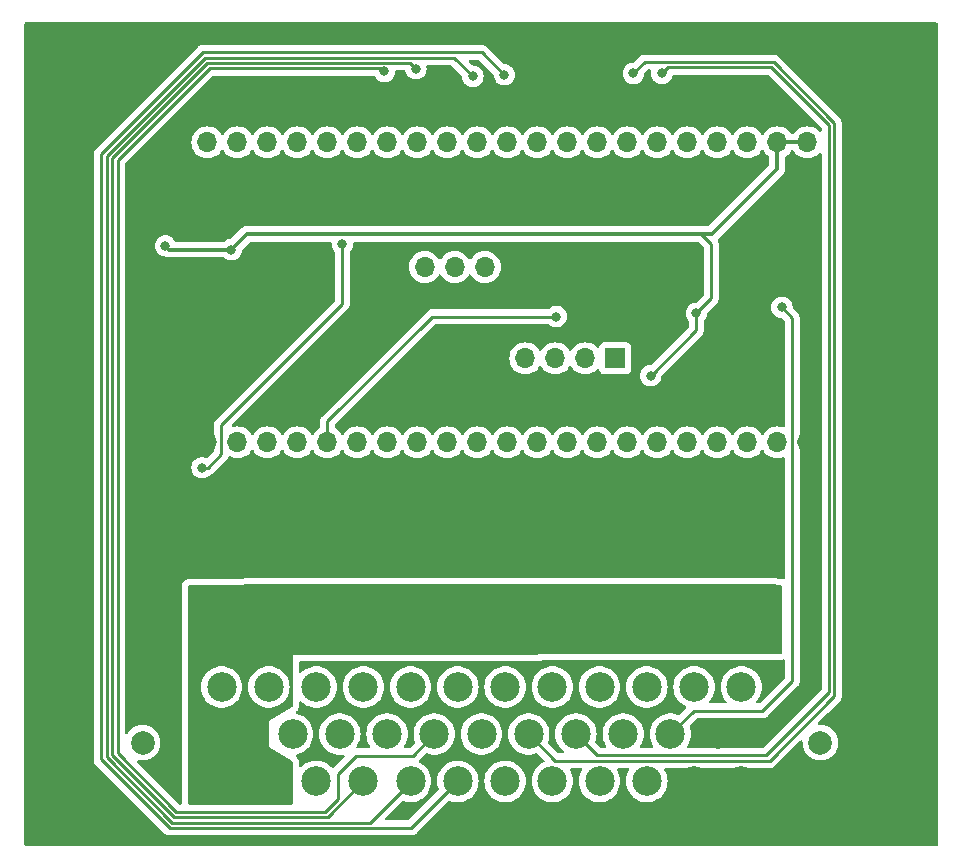
<source format=gbr>
%TF.GenerationSoftware,KiCad,Pcbnew,8.0.8*%
%TF.CreationDate,2025-02-23T18:35:03+01:00*%
%TF.ProjectId,espio,65737069-6f2e-46b6-9963-61645f706362,rev?*%
%TF.SameCoordinates,Original*%
%TF.FileFunction,Copper,L2,Bot*%
%TF.FilePolarity,Positive*%
%FSLAX46Y46*%
G04 Gerber Fmt 4.6, Leading zero omitted, Abs format (unit mm)*
G04 Created by KiCad (PCBNEW 8.0.8) date 2025-02-23 18:35:03*
%MOMM*%
%LPD*%
G01*
G04 APERTURE LIST*
%TA.AperFunction,ComponentPad*%
%ADD10R,1.700000X1.700000*%
%TD*%
%TA.AperFunction,ComponentPad*%
%ADD11O,1.700000X1.700000*%
%TD*%
%TA.AperFunction,ComponentPad*%
%ADD12C,2.000000*%
%TD*%
%TA.AperFunction,ComponentPad*%
%ADD13C,2.500000*%
%TD*%
%TA.AperFunction,ViaPad*%
%ADD14C,0.800000*%
%TD*%
%TA.AperFunction,ViaPad*%
%ADD15C,3.200000*%
%TD*%
%TA.AperFunction,Conductor*%
%ADD16C,0.250000*%
%TD*%
%TA.AperFunction,Conductor*%
%ADD17C,0.350000*%
%TD*%
%TA.AperFunction,Conductor*%
%ADD18C,1.000000*%
%TD*%
%TA.AperFunction,Conductor*%
%ADD19C,1.500000*%
%TD*%
G04 APERTURE END LIST*
D10*
%TO.P,U3,1,GND*%
%TO.N,GND*%
X113919000Y-104392000D03*
D11*
%TO.P,U3,2,GND*%
X116459000Y-104392000D03*
%TO.P,U3,3,19*%
%TO.N,/SwitchingNode11/SN_IN*%
X118999000Y-104392000D03*
%TO.P,U3,4,20*%
%TO.N,/SwitchingNode10/SN_IN*%
X121539000Y-104392000D03*
%TO.P,U3,5,21*%
%TO.N,/SwitchingNode9/SN_IN*%
X124079000Y-104392000D03*
%TO.P,U3,6,47*%
%TO.N,CAN_RX*%
X126619000Y-104392000D03*
%TO.P,U3,7,48*%
%TO.N,CAN_TX*%
X129159000Y-104392000D03*
%TO.P,U3,8,45*%
%TO.N,/SwitchingNode8/SN_IN*%
X131699000Y-104392000D03*
%TO.P,U3,9,0*%
%TO.N,/SwitchingNode7/SN_IN*%
X134239000Y-104392000D03*
%TO.P,U3,10,35*%
%TO.N,/SwitchingNode6/SN_IN*%
X136779000Y-104392000D03*
%TO.P,U3,11,36*%
%TO.N,/SwitchingNode5/SN_IN*%
X139319000Y-104392000D03*
%TO.P,U3,12,37*%
%TO.N,I2C1_SDA*%
X141859000Y-104392000D03*
%TO.P,U3,13,38*%
%TO.N,I2C1_SCL*%
X144399000Y-104392000D03*
%TO.P,U3,14,39*%
%TO.N,/SwitchingNode4/SN_IN*%
X146939000Y-104392000D03*
%TO.P,U3,15,40*%
%TO.N,/SwitchingNode3/SN_IN*%
X149479000Y-104392000D03*
%TO.P,U3,16,41*%
%TO.N,I2C0_SDA*%
X152019000Y-104392000D03*
%TO.P,U3,17,42*%
%TO.N,I2C0_SCL*%
X154559000Y-104392000D03*
%TO.P,U3,18,2*%
%TO.N,/SwitchingNode2/SN_IN*%
X157099000Y-104392000D03*
%TO.P,U3,19,1*%
%TO.N,/SwitchingNode1/SN_IN*%
X159639000Y-104392000D03*
%TO.P,U3,20,RX*%
%TO.N,unconnected-(U3-RX-Pad20)*%
X162179000Y-104392000D03*
%TO.P,U3,21,TX*%
%TO.N,unconnected-(U3-TX-Pad21)*%
X164719000Y-104392000D03*
%TO.P,U3,22,GND*%
%TO.N,GND*%
X167259000Y-104392000D03*
%TD*%
D12*
%TO.P,P1,*%
%TO.N,*%
X110967000Y-129815000D03*
X168367000Y-129815000D03*
D13*
%TO.P,P1,1,1*%
%TO.N,/SwitchingNode12/SN_OUT*%
X117667000Y-125095000D03*
%TO.P,P1,2,2*%
%TO.N,/SwitchingNode11/SN_OUT*%
X121667000Y-125095000D03*
%TO.P,P1,3,3*%
%TO.N,/SwitchingNode10/SN_OUT*%
X125667000Y-125095000D03*
%TO.P,P1,4,4*%
%TO.N,/SwitchingNode9/SN_OUT*%
X129667000Y-125095000D03*
%TO.P,P1,5,5*%
%TO.N,/SwitchingNode8/SN_OUT*%
X133667000Y-125095000D03*
%TO.P,P1,6,6*%
%TO.N,/SwitchingNode7/SN_OUT*%
X137667000Y-125095000D03*
%TO.P,P1,7,7*%
%TO.N,/SwitchingNode6/SN_OUT*%
X141667000Y-125095000D03*
%TO.P,P1,8,8*%
%TO.N,/SwitchingNode5/SN_OUT*%
X145667000Y-125095000D03*
%TO.P,P1,9,9*%
%TO.N,/SwitchingNode4/SN_OUT*%
X149667000Y-125095000D03*
%TO.P,P1,10,10*%
%TO.N,/SwitchingNode3/SN_OUT*%
X153667000Y-125095000D03*
%TO.P,P1,11,11*%
%TO.N,/SwitchingNode2/SN_OUT*%
X157667000Y-125095000D03*
%TO.P,P1,12,12*%
%TO.N,/SwitchingNode1/SN_OUT*%
X161667000Y-125095000D03*
%TO.P,P1,13,13*%
%TO.N,+12V*%
X119667000Y-129095000D03*
%TO.P,P1,14,14*%
%TO.N,IN_8*%
X123667000Y-129095000D03*
%TO.P,P1,15,15*%
%TO.N,IN_9*%
X127667000Y-129095000D03*
%TO.P,P1,16,16*%
%TO.N,IN_11*%
X131667000Y-129095000D03*
%TO.P,P1,17,17*%
%TO.N,IN_12*%
X135667000Y-129095000D03*
%TO.P,P1,18,18*%
%TO.N,IN_5*%
X139667000Y-129095000D03*
%TO.P,P1,19,19*%
%TO.N,IN_3*%
X143667000Y-129095000D03*
%TO.P,P1,20,20*%
%TO.N,IN_2*%
X147667000Y-129095000D03*
%TO.P,P1,21,21*%
%TO.N,CAN_H*%
X151667000Y-129095000D03*
%TO.P,P1,22,22*%
%TO.N,CAN_L*%
X155667000Y-129095000D03*
%TO.P,P1,23,23*%
%TO.N,GND*%
X159667000Y-129095000D03*
%TO.P,P1,24,24*%
%TO.N,+12V*%
X117667000Y-133095000D03*
%TO.P,P1,25,25*%
X121667000Y-133095000D03*
%TO.P,P1,26,26*%
%TO.N,IN_10*%
X125667000Y-133095000D03*
%TO.P,P1,27,27*%
%TO.N,IN_13*%
X129667000Y-133095000D03*
%TO.P,P1,28,28*%
%TO.N,IN_14*%
X133667000Y-133095000D03*
%TO.P,P1,29,29*%
%TO.N,IN_7*%
X137667000Y-133095000D03*
%TO.P,P1,30,30*%
%TO.N,IN_6*%
X141667000Y-133095000D03*
%TO.P,P1,31,31*%
%TO.N,IN_4*%
X145667000Y-133095000D03*
%TO.P,P1,32,32*%
%TO.N,IN_0*%
X149667000Y-133095000D03*
%TO.P,P1,33,33*%
%TO.N,IN_1*%
X153667000Y-133095000D03*
%TO.P,P1,34,34*%
%TO.N,GND*%
X157667000Y-133095000D03*
%TO.P,P1,35,35*%
X161667000Y-133095000D03*
%TD*%
D10*
%TO.P,U2,1,GND*%
%TO.N,GND*%
X113919000Y-78994000D03*
D11*
%TO.P,U2,2,5V_in*%
%TO.N,+5V*%
X116459000Y-78994000D03*
%TO.P,U2,3,14*%
%TO.N,SN_IN_12*%
X118999000Y-78994000D03*
%TO.P,U2,4,13*%
%TO.N,Net-(U2-13)*%
X121539000Y-78994000D03*
%TO.P,U2,5,12*%
%TO.N,Net-(U2-12)*%
X124079000Y-78994000D03*
%TO.P,U2,6,11*%
%TO.N,Net-(U2-11)*%
X126619000Y-78994000D03*
%TO.P,U2,7,10*%
%TO.N,Net-(U2-10)*%
X129159000Y-78994000D03*
%TO.P,U2,8,9*%
%TO.N,Net-(U2-9)*%
X131699000Y-78994000D03*
%TO.P,U2,9,46*%
%TO.N,Net-(U2-46)*%
X134239000Y-78994000D03*
%TO.P,U2,10,3*%
%TO.N,unconnected-(U2-3-Pad10)*%
X136779000Y-78994000D03*
%TO.P,U2,11,8*%
%TO.N,Net-(R15-Pad2)*%
X139319000Y-78994000D03*
%TO.P,U2,12,18*%
%TO.N,Net-(U2-18)*%
X141859000Y-78994000D03*
%TO.P,U2,13,17*%
%TO.N,Net-(U2-17)*%
X144399000Y-78994000D03*
%TO.P,U2,14,16*%
%TO.N,Net-(U2-16)*%
X146939000Y-78994000D03*
%TO.P,U2,15,15*%
%TO.N,Net-(R41-Pad2)*%
X149479000Y-78994000D03*
%TO.P,U2,16,8*%
%TO.N,Net-(R39-Pad2)*%
X152019000Y-78994000D03*
%TO.P,U2,17,6*%
%TO.N,Net-(U2-6)*%
X154559000Y-78994000D03*
%TO.P,U2,18,5*%
%TO.N,Net-(U2-5)*%
X157099000Y-78994000D03*
%TO.P,U2,19,4*%
%TO.N,Net-(U2-4)*%
X159639000Y-78994000D03*
%TO.P,U2,20,RST*%
%TO.N,NC_RST*%
X162179000Y-78994000D03*
%TO.P,U2,21,3V3*%
%TO.N,+3V3*%
X164719000Y-78994000D03*
%TO.P,U2,22,3V3*%
X167259000Y-78994000D03*
%TD*%
D10*
%TO.P,J2,1,Pin_1*%
%TO.N,I2C0_SCL*%
X150993000Y-97282000D03*
D11*
%TO.P,J2,2,Pin_2*%
%TO.N,I2C0_SDA*%
X148453000Y-97282000D03*
%TO.P,J2,3,Pin_3*%
%TO.N,I2C1_SCL*%
X145913000Y-97282000D03*
%TO.P,J2,4,Pin_4*%
%TO.N,I2C1_SDA*%
X143373000Y-97282000D03*
%TD*%
D10*
%TO.P,J1,1,Pin_1*%
%TO.N,GND*%
X142484000Y-89535000D03*
D11*
%TO.P,J1,2,Pin_2*%
%TO.N,NC_RST*%
X139944000Y-89535000D03*
%TO.P,J1,3,Pin_3*%
%TO.N,+5V*%
X137404000Y-89535000D03*
%TO.P,J1,4,Pin_4*%
%TO.N,+12V*%
X134864000Y-89535000D03*
%TD*%
D14*
%TO.N,+3V3*%
X154002000Y-98740000D03*
X157858000Y-93472000D03*
X118491000Y-88066000D03*
X112903000Y-87757000D03*
%TO.N,GND*%
X122502000Y-85040000D03*
X165002000Y-133540000D03*
X123571000Y-108746500D03*
X160274000Y-108746500D03*
X120502000Y-85040000D03*
X164416653Y-128454653D03*
X119634000Y-108746500D03*
X165666653Y-127204653D03*
D15*
X104000000Y-72000000D03*
D14*
X127508000Y-108746500D03*
X139954000Y-108619500D03*
X145161000Y-100965000D03*
X131826000Y-108619500D03*
X166002000Y-132540000D03*
D15*
X175000000Y-72000000D03*
D14*
X148082000Y-108746500D03*
X167002000Y-131540000D03*
X135890000Y-108619500D03*
X156210000Y-108746500D03*
D15*
X104000000Y-125000000D03*
X175000000Y-125000000D03*
D14*
X144145000Y-108746500D03*
X121502000Y-85040000D03*
X163416653Y-129454653D03*
X152273000Y-108746500D03*
%TO.N,CAN_L*%
X165097000Y-92964000D03*
%TO.N,+12V*%
X123825000Y-116904000D03*
X131953000Y-116904000D03*
X136017000Y-116904000D03*
X140081000Y-116904000D03*
X144145000Y-116904000D03*
X119761000Y-116904000D03*
X156337000Y-116904000D03*
X164465000Y-116904000D03*
X148209000Y-116904000D03*
X127889000Y-116904000D03*
X152273000Y-116904000D03*
X160401000Y-116904000D03*
%TO.N,IN_2*%
X154940000Y-73152000D03*
%TO.N,IN_3*%
X152527000Y-73152000D03*
%TO.N,IN_7*%
X141605000Y-73279000D03*
%TO.N,IN_12*%
X131445000Y-72988000D03*
%TO.N,IN_13*%
X134112000Y-72771000D03*
%TO.N,IN_14*%
X138938000Y-73406000D03*
%TO.N,CAN_RX*%
X146002000Y-93740000D03*
%TO.N,SN_IN_12*%
X127889000Y-87630000D03*
X116002000Y-106540000D03*
%TD*%
D16*
%TO.N,+3V3*%
X154002000Y-98740000D02*
X157858000Y-94884000D01*
X157858000Y-94884000D02*
X157858000Y-93472000D01*
D17*
X164719000Y-78994000D02*
X164719000Y-81223000D01*
X164719000Y-81223000D02*
X159201000Y-86741000D01*
X159201000Y-86741000D02*
X158242000Y-86741000D01*
D16*
%TO.N,CAN_RX*%
X146002000Y-93740000D02*
X135495000Y-93740000D01*
X135495000Y-93740000D02*
X126619000Y-102616000D01*
X126619000Y-102616000D02*
X126619000Y-104392000D01*
D17*
%TO.N,+3V3*%
X149352000Y-86741000D02*
X119816000Y-86741000D01*
X118491000Y-88066000D02*
X113212000Y-88066000D01*
D16*
X157858000Y-93472000D02*
X159128000Y-92202000D01*
D17*
X167259000Y-78994000D02*
X164719000Y-78994000D01*
D16*
X159128000Y-92202000D02*
X159128000Y-87627000D01*
D17*
X113212000Y-88066000D02*
X112903000Y-87757000D01*
X158242000Y-86741000D02*
X149352000Y-86741000D01*
D16*
X159128000Y-87627000D02*
X158242000Y-86741000D01*
D17*
X119816000Y-86741000D02*
X118491000Y-88066000D01*
D16*
%TO.N,CAN_L*%
X165989000Y-124587000D02*
X165989000Y-93856000D01*
X155667000Y-129095000D02*
X157635000Y-127127000D01*
X165989000Y-93856000D02*
X165097000Y-92964000D01*
X157635000Y-127127000D02*
X163449000Y-127127000D01*
X163449000Y-127127000D02*
X165989000Y-124587000D01*
D18*
%TO.N,+12V*%
X164465000Y-116904000D02*
X160401000Y-116904000D01*
X152273000Y-116904000D02*
X148209000Y-116904000D01*
D19*
X121667000Y-133095000D02*
X121538000Y-133095000D01*
D18*
X136017000Y-116904000D02*
X131953000Y-116904000D01*
X123825000Y-116904000D02*
X119761000Y-116904000D01*
X127889000Y-116904000D02*
X123825000Y-116904000D01*
X144145000Y-116904000D02*
X140081000Y-116904000D01*
X160401000Y-116904000D02*
X156337000Y-116904000D01*
X131953000Y-116904000D02*
X127889000Y-116904000D01*
X156337000Y-116904000D02*
X152273000Y-116904000D01*
X140081000Y-116904000D02*
X136017000Y-116904000D01*
X148209000Y-116904000D02*
X144145000Y-116904000D01*
D19*
X117667000Y-133095000D02*
X117796000Y-133095000D01*
D16*
%TO.N,IN_2*%
X169095000Y-125566401D02*
X163759167Y-130902234D01*
X149474234Y-130902234D02*
X147667000Y-129095000D01*
X169095000Y-77528000D02*
X169095000Y-125566401D01*
X155448000Y-72644000D02*
X164211000Y-72644000D01*
X164211000Y-72644000D02*
X169095000Y-77528000D01*
X154940000Y-73152000D02*
X155448000Y-72644000D01*
X163759167Y-130902234D02*
X149474234Y-130902234D01*
%TO.N,IN_3*%
X152527000Y-73152000D02*
X153485000Y-72194000D01*
X169545000Y-125872198D02*
X164064964Y-131352234D01*
X169545000Y-77341604D02*
X169545000Y-125872198D01*
X145924234Y-131352234D02*
X143667000Y-129095000D01*
X153485000Y-72194000D02*
X164397396Y-72194000D01*
X164064964Y-131352234D02*
X145924234Y-131352234D01*
X164397396Y-72194000D02*
X169545000Y-77341604D01*
%TO.N,IN_7*%
X113281208Y-137033000D02*
X133731000Y-137033000D01*
X107442000Y-80007208D02*
X107442000Y-131193792D01*
X107442000Y-131193792D02*
X113281208Y-137033000D01*
X133731000Y-137033000D02*
X137667000Y-133097000D01*
X141605000Y-73279000D02*
X139689000Y-71363000D01*
X116086208Y-71363000D02*
X107442000Y-80007208D01*
X139689000Y-71363000D02*
X116086208Y-71363000D01*
X137667000Y-133097000D02*
X137667000Y-133095000D01*
%TO.N,IN_12*%
X131445000Y-72988000D02*
X131170000Y-72713000D01*
X113840396Y-135683000D02*
X126442604Y-135683000D01*
X126442604Y-135683000D02*
X127508000Y-134617604D01*
X108850000Y-130692604D02*
X113840396Y-135683000D01*
X135667000Y-129128000D02*
X135667000Y-129095000D01*
X127508000Y-134617604D02*
X127508000Y-132461000D01*
X133858000Y-130937000D02*
X135667000Y-129128000D01*
X108850000Y-80508396D02*
X108850000Y-130692604D01*
X131170000Y-72713000D02*
X116645396Y-72713000D01*
X129032000Y-130937000D02*
X133858000Y-130937000D01*
X127508000Y-132461000D02*
X129032000Y-130937000D01*
X116645396Y-72713000D02*
X108850000Y-80508396D01*
%TO.N,IN_13*%
X133604000Y-72263000D02*
X134112000Y-72771000D01*
X108400000Y-130879000D02*
X108400000Y-80322000D01*
X126629000Y-136133000D02*
X113654000Y-136133000D01*
X113654000Y-136133000D02*
X108400000Y-130879000D01*
X108400000Y-80322000D02*
X116459000Y-72263000D01*
X116459000Y-72263000D02*
X133604000Y-72263000D01*
X129667000Y-133095000D02*
X126629000Y-136133000D01*
%TO.N,IN_14*%
X130244000Y-136583000D02*
X133667000Y-133160000D01*
X133667000Y-133160000D02*
X133667000Y-133095000D01*
X107950000Y-80135604D02*
X107950000Y-131065396D01*
X137345000Y-71813000D02*
X116272604Y-71813000D01*
X116272604Y-71813000D02*
X107950000Y-80135604D01*
X138938000Y-73406000D02*
X137345000Y-71813000D01*
X107950000Y-131065396D02*
X113467604Y-136583000D01*
X113467604Y-136583000D02*
X130244000Y-136583000D01*
%TO.N,SN_IN_12*%
X117634000Y-105408000D02*
X117634000Y-102896500D01*
X116002000Y-106540000D02*
X116502000Y-106540000D01*
X117634000Y-102896500D02*
X127889000Y-92641500D01*
X127889000Y-92641500D02*
X127889000Y-87630000D01*
X116502000Y-106540000D02*
X117634000Y-105408000D01*
%TD*%
%TA.AperFunction,Conductor*%
%TO.N,GND*%
G36*
X166085822Y-79689185D02*
G01*
X166120357Y-79722375D01*
X166220505Y-79865401D01*
X166387599Y-80032495D01*
X166484384Y-80100265D01*
X166581165Y-80168032D01*
X166581167Y-80168033D01*
X166581170Y-80168035D01*
X166795337Y-80267903D01*
X167023592Y-80329063D01*
X167211918Y-80345539D01*
X167258999Y-80349659D01*
X167259000Y-80349659D01*
X167259001Y-80349659D01*
X167298234Y-80346226D01*
X167494408Y-80329063D01*
X167722663Y-80267903D01*
X167936830Y-80168035D01*
X168130401Y-80032495D01*
X168257819Y-79905077D01*
X168319142Y-79871592D01*
X168388834Y-79876576D01*
X168444767Y-79918448D01*
X168469184Y-79983912D01*
X168469500Y-79992758D01*
X168469500Y-125255948D01*
X168449815Y-125322987D01*
X168433181Y-125343629D01*
X163536396Y-130240415D01*
X163475073Y-130273900D01*
X163448715Y-130276734D01*
X157220504Y-130276734D01*
X157153465Y-130257049D01*
X157107710Y-130204245D01*
X157097766Y-130135087D01*
X157115918Y-130088367D01*
X157115066Y-130087875D01*
X157117386Y-130083857D01*
X157248568Y-129856643D01*
X157344420Y-129612416D01*
X157402802Y-129356630D01*
X157402803Y-129356620D01*
X157422408Y-129095004D01*
X157422408Y-129094995D01*
X157402803Y-128833379D01*
X157402802Y-128833374D01*
X157402802Y-128833370D01*
X157344420Y-128577584D01*
X157296453Y-128455369D01*
X157290285Y-128385774D01*
X157322722Y-128323890D01*
X157324133Y-128322455D01*
X157857771Y-127788819D01*
X157919094Y-127755334D01*
X157945452Y-127752500D01*
X163510607Y-127752500D01*
X163571029Y-127740481D01*
X163631452Y-127728463D01*
X163631455Y-127728461D01*
X163631458Y-127728461D01*
X163664787Y-127714654D01*
X163664786Y-127714654D01*
X163664792Y-127714652D01*
X163745286Y-127681312D01*
X163796509Y-127647084D01*
X163847733Y-127612858D01*
X163934858Y-127525733D01*
X163934858Y-127525731D01*
X163945066Y-127515524D01*
X163945067Y-127515521D01*
X166474857Y-124985734D01*
X166526180Y-124908925D01*
X166543311Y-124883286D01*
X166590463Y-124769452D01*
X166614500Y-124648606D01*
X166614500Y-93794394D01*
X166590463Y-93673548D01*
X166543311Y-93559714D01*
X166543310Y-93559713D01*
X166543307Y-93559707D01*
X166474859Y-93457268D01*
X166435218Y-93417627D01*
X166387733Y-93370142D01*
X166387732Y-93370141D01*
X166035960Y-93018369D01*
X166002475Y-92957046D01*
X166000323Y-92943668D01*
X165982674Y-92775744D01*
X165925809Y-92600733D01*
X165924181Y-92595722D01*
X165924180Y-92595721D01*
X165924179Y-92595716D01*
X165829533Y-92431784D01*
X165702871Y-92291112D01*
X165665018Y-92263610D01*
X165549734Y-92179851D01*
X165549729Y-92179848D01*
X165376807Y-92102857D01*
X165376802Y-92102855D01*
X165231001Y-92071865D01*
X165191646Y-92063500D01*
X165002354Y-92063500D01*
X164969897Y-92070398D01*
X164817197Y-92102855D01*
X164817192Y-92102857D01*
X164644270Y-92179848D01*
X164644265Y-92179851D01*
X164491129Y-92291111D01*
X164364466Y-92431785D01*
X164269821Y-92595715D01*
X164269818Y-92595722D01*
X164211327Y-92775740D01*
X164211326Y-92775744D01*
X164191540Y-92964000D01*
X164211326Y-93152256D01*
X164211327Y-93152259D01*
X164269818Y-93332277D01*
X164269821Y-93332284D01*
X164364467Y-93496216D01*
X164414465Y-93551744D01*
X164491129Y-93636888D01*
X164644265Y-93748148D01*
X164644270Y-93748151D01*
X164817192Y-93825142D01*
X164817197Y-93825144D01*
X165002354Y-93864500D01*
X165061547Y-93864500D01*
X165128586Y-93884185D01*
X165149228Y-93900819D01*
X165327181Y-94078771D01*
X165360666Y-94140094D01*
X165363500Y-94166452D01*
X165363500Y-103007781D01*
X165343815Y-103074820D01*
X165291011Y-103120575D01*
X165221853Y-103130519D01*
X165187104Y-103120167D01*
X165182671Y-103118100D01*
X165182655Y-103118094D01*
X164954413Y-103056938D01*
X164954403Y-103056936D01*
X164719001Y-103036341D01*
X164718999Y-103036341D01*
X164483596Y-103056936D01*
X164483586Y-103056938D01*
X164255344Y-103118094D01*
X164255335Y-103118098D01*
X164041171Y-103217964D01*
X164041169Y-103217965D01*
X163847597Y-103353505D01*
X163680505Y-103520597D01*
X163550575Y-103706158D01*
X163495998Y-103749783D01*
X163426500Y-103756977D01*
X163364145Y-103725454D01*
X163347425Y-103706158D01*
X163217494Y-103520597D01*
X163050402Y-103353506D01*
X163050395Y-103353501D01*
X162856834Y-103217967D01*
X162856830Y-103217965D01*
X162804500Y-103193563D01*
X162642663Y-103118097D01*
X162642659Y-103118096D01*
X162642655Y-103118094D01*
X162414413Y-103056938D01*
X162414403Y-103056936D01*
X162179001Y-103036341D01*
X162178999Y-103036341D01*
X161943596Y-103056936D01*
X161943586Y-103056938D01*
X161715344Y-103118094D01*
X161715335Y-103118098D01*
X161501171Y-103217964D01*
X161501169Y-103217965D01*
X161307597Y-103353505D01*
X161140505Y-103520597D01*
X161010575Y-103706158D01*
X160955998Y-103749783D01*
X160886500Y-103756977D01*
X160824145Y-103725454D01*
X160807425Y-103706158D01*
X160677494Y-103520597D01*
X160510402Y-103353506D01*
X160510395Y-103353501D01*
X160316834Y-103217967D01*
X160316830Y-103217965D01*
X160264500Y-103193563D01*
X160102663Y-103118097D01*
X160102659Y-103118096D01*
X160102655Y-103118094D01*
X159874413Y-103056938D01*
X159874403Y-103056936D01*
X159639001Y-103036341D01*
X159638999Y-103036341D01*
X159403596Y-103056936D01*
X159403586Y-103056938D01*
X159175344Y-103118094D01*
X159175335Y-103118098D01*
X158961171Y-103217964D01*
X158961169Y-103217965D01*
X158767597Y-103353505D01*
X158600505Y-103520597D01*
X158470575Y-103706158D01*
X158415998Y-103749783D01*
X158346500Y-103756977D01*
X158284145Y-103725454D01*
X158267425Y-103706158D01*
X158137494Y-103520597D01*
X157970402Y-103353506D01*
X157970395Y-103353501D01*
X157776834Y-103217967D01*
X157776830Y-103217965D01*
X157724500Y-103193563D01*
X157562663Y-103118097D01*
X157562659Y-103118096D01*
X157562655Y-103118094D01*
X157334413Y-103056938D01*
X157334403Y-103056936D01*
X157099001Y-103036341D01*
X157098999Y-103036341D01*
X156863596Y-103056936D01*
X156863586Y-103056938D01*
X156635344Y-103118094D01*
X156635335Y-103118098D01*
X156421171Y-103217964D01*
X156421169Y-103217965D01*
X156227597Y-103353505D01*
X156060505Y-103520597D01*
X155930575Y-103706158D01*
X155875998Y-103749783D01*
X155806500Y-103756977D01*
X155744145Y-103725454D01*
X155727425Y-103706158D01*
X155597494Y-103520597D01*
X155430402Y-103353506D01*
X155430395Y-103353501D01*
X155236834Y-103217967D01*
X155236830Y-103217965D01*
X155184500Y-103193563D01*
X155022663Y-103118097D01*
X155022659Y-103118096D01*
X155022655Y-103118094D01*
X154794413Y-103056938D01*
X154794403Y-103056936D01*
X154559001Y-103036341D01*
X154558999Y-103036341D01*
X154323596Y-103056936D01*
X154323586Y-103056938D01*
X154095344Y-103118094D01*
X154095335Y-103118098D01*
X153881171Y-103217964D01*
X153881169Y-103217965D01*
X153687597Y-103353505D01*
X153520505Y-103520597D01*
X153390575Y-103706158D01*
X153335998Y-103749783D01*
X153266500Y-103756977D01*
X153204145Y-103725454D01*
X153187425Y-103706158D01*
X153057494Y-103520597D01*
X152890402Y-103353506D01*
X152890395Y-103353501D01*
X152696834Y-103217967D01*
X152696830Y-103217965D01*
X152644500Y-103193563D01*
X152482663Y-103118097D01*
X152482659Y-103118096D01*
X152482655Y-103118094D01*
X152254413Y-103056938D01*
X152254403Y-103056936D01*
X152019001Y-103036341D01*
X152018999Y-103036341D01*
X151783596Y-103056936D01*
X151783586Y-103056938D01*
X151555344Y-103118094D01*
X151555335Y-103118098D01*
X151341171Y-103217964D01*
X151341169Y-103217965D01*
X151147597Y-103353505D01*
X150980505Y-103520597D01*
X150850575Y-103706158D01*
X150795998Y-103749783D01*
X150726500Y-103756977D01*
X150664145Y-103725454D01*
X150647425Y-103706158D01*
X150517494Y-103520597D01*
X150350402Y-103353506D01*
X150350395Y-103353501D01*
X150156834Y-103217967D01*
X150156830Y-103217965D01*
X150104500Y-103193563D01*
X149942663Y-103118097D01*
X149942659Y-103118096D01*
X149942655Y-103118094D01*
X149714413Y-103056938D01*
X149714403Y-103056936D01*
X149479001Y-103036341D01*
X149478999Y-103036341D01*
X149243596Y-103056936D01*
X149243586Y-103056938D01*
X149015344Y-103118094D01*
X149015335Y-103118098D01*
X148801171Y-103217964D01*
X148801169Y-103217965D01*
X148607597Y-103353505D01*
X148440505Y-103520597D01*
X148310575Y-103706158D01*
X148255998Y-103749783D01*
X148186500Y-103756977D01*
X148124145Y-103725454D01*
X148107425Y-103706158D01*
X147977494Y-103520597D01*
X147810402Y-103353506D01*
X147810395Y-103353501D01*
X147616834Y-103217967D01*
X147616830Y-103217965D01*
X147564500Y-103193563D01*
X147402663Y-103118097D01*
X147402659Y-103118096D01*
X147402655Y-103118094D01*
X147174413Y-103056938D01*
X147174403Y-103056936D01*
X146939001Y-103036341D01*
X146938999Y-103036341D01*
X146703596Y-103056936D01*
X146703586Y-103056938D01*
X146475344Y-103118094D01*
X146475335Y-103118098D01*
X146261171Y-103217964D01*
X146261169Y-103217965D01*
X146067597Y-103353505D01*
X145900505Y-103520597D01*
X145770575Y-103706158D01*
X145715998Y-103749783D01*
X145646500Y-103756977D01*
X145584145Y-103725454D01*
X145567425Y-103706158D01*
X145437494Y-103520597D01*
X145270402Y-103353506D01*
X145270395Y-103353501D01*
X145076834Y-103217967D01*
X145076830Y-103217965D01*
X145024500Y-103193563D01*
X144862663Y-103118097D01*
X144862659Y-103118096D01*
X144862655Y-103118094D01*
X144634413Y-103056938D01*
X144634403Y-103056936D01*
X144399001Y-103036341D01*
X144398999Y-103036341D01*
X144163596Y-103056936D01*
X144163586Y-103056938D01*
X143935344Y-103118094D01*
X143935335Y-103118098D01*
X143721171Y-103217964D01*
X143721169Y-103217965D01*
X143527597Y-103353505D01*
X143360505Y-103520597D01*
X143230575Y-103706158D01*
X143175998Y-103749783D01*
X143106500Y-103756977D01*
X143044145Y-103725454D01*
X143027425Y-103706158D01*
X142897494Y-103520597D01*
X142730402Y-103353506D01*
X142730395Y-103353501D01*
X142536834Y-103217967D01*
X142536830Y-103217965D01*
X142484500Y-103193563D01*
X142322663Y-103118097D01*
X142322659Y-103118096D01*
X142322655Y-103118094D01*
X142094413Y-103056938D01*
X142094403Y-103056936D01*
X141859001Y-103036341D01*
X141858999Y-103036341D01*
X141623596Y-103056936D01*
X141623586Y-103056938D01*
X141395344Y-103118094D01*
X141395335Y-103118098D01*
X141181171Y-103217964D01*
X141181169Y-103217965D01*
X140987597Y-103353505D01*
X140820505Y-103520597D01*
X140690575Y-103706158D01*
X140635998Y-103749783D01*
X140566500Y-103756977D01*
X140504145Y-103725454D01*
X140487425Y-103706158D01*
X140357494Y-103520597D01*
X140190402Y-103353506D01*
X140190395Y-103353501D01*
X139996834Y-103217967D01*
X139996830Y-103217965D01*
X139944500Y-103193563D01*
X139782663Y-103118097D01*
X139782659Y-103118096D01*
X139782655Y-103118094D01*
X139554413Y-103056938D01*
X139554403Y-103056936D01*
X139319001Y-103036341D01*
X139318999Y-103036341D01*
X139083596Y-103056936D01*
X139083586Y-103056938D01*
X138855344Y-103118094D01*
X138855335Y-103118098D01*
X138641171Y-103217964D01*
X138641169Y-103217965D01*
X138447597Y-103353505D01*
X138280505Y-103520597D01*
X138150575Y-103706158D01*
X138095998Y-103749783D01*
X138026500Y-103756977D01*
X137964145Y-103725454D01*
X137947425Y-103706158D01*
X137817494Y-103520597D01*
X137650402Y-103353506D01*
X137650395Y-103353501D01*
X137456834Y-103217967D01*
X137456830Y-103217965D01*
X137404500Y-103193563D01*
X137242663Y-103118097D01*
X137242659Y-103118096D01*
X137242655Y-103118094D01*
X137014413Y-103056938D01*
X137014403Y-103056936D01*
X136779001Y-103036341D01*
X136778999Y-103036341D01*
X136543596Y-103056936D01*
X136543586Y-103056938D01*
X136315344Y-103118094D01*
X136315335Y-103118098D01*
X136101171Y-103217964D01*
X136101169Y-103217965D01*
X135907597Y-103353505D01*
X135740505Y-103520597D01*
X135610575Y-103706158D01*
X135555998Y-103749783D01*
X135486500Y-103756977D01*
X135424145Y-103725454D01*
X135407425Y-103706158D01*
X135277494Y-103520597D01*
X135110402Y-103353506D01*
X135110395Y-103353501D01*
X134916834Y-103217967D01*
X134916830Y-103217965D01*
X134864500Y-103193563D01*
X134702663Y-103118097D01*
X134702659Y-103118096D01*
X134702655Y-103118094D01*
X134474413Y-103056938D01*
X134474403Y-103056936D01*
X134239001Y-103036341D01*
X134238999Y-103036341D01*
X134003596Y-103056936D01*
X134003586Y-103056938D01*
X133775344Y-103118094D01*
X133775335Y-103118098D01*
X133561171Y-103217964D01*
X133561169Y-103217965D01*
X133367597Y-103353505D01*
X133200505Y-103520597D01*
X133070575Y-103706158D01*
X133015998Y-103749783D01*
X132946500Y-103756977D01*
X132884145Y-103725454D01*
X132867425Y-103706158D01*
X132737494Y-103520597D01*
X132570402Y-103353506D01*
X132570395Y-103353501D01*
X132376834Y-103217967D01*
X132376830Y-103217965D01*
X132324500Y-103193563D01*
X132162663Y-103118097D01*
X132162659Y-103118096D01*
X132162655Y-103118094D01*
X131934413Y-103056938D01*
X131934403Y-103056936D01*
X131699001Y-103036341D01*
X131698999Y-103036341D01*
X131463596Y-103056936D01*
X131463586Y-103056938D01*
X131235344Y-103118094D01*
X131235335Y-103118098D01*
X131021171Y-103217964D01*
X131021169Y-103217965D01*
X130827597Y-103353505D01*
X130660505Y-103520597D01*
X130530575Y-103706158D01*
X130475998Y-103749783D01*
X130406500Y-103756977D01*
X130344145Y-103725454D01*
X130327425Y-103706158D01*
X130197494Y-103520597D01*
X130030402Y-103353506D01*
X130030395Y-103353501D01*
X129836834Y-103217967D01*
X129836830Y-103217965D01*
X129784500Y-103193563D01*
X129622663Y-103118097D01*
X129622659Y-103118096D01*
X129622655Y-103118094D01*
X129394413Y-103056938D01*
X129394403Y-103056936D01*
X129159001Y-103036341D01*
X129158999Y-103036341D01*
X128923596Y-103056936D01*
X128923586Y-103056938D01*
X128695344Y-103118094D01*
X128695335Y-103118098D01*
X128481171Y-103217964D01*
X128481169Y-103217965D01*
X128287597Y-103353505D01*
X128120505Y-103520597D01*
X127990575Y-103706158D01*
X127935998Y-103749783D01*
X127866500Y-103756977D01*
X127804145Y-103725454D01*
X127787425Y-103706158D01*
X127657494Y-103520597D01*
X127490402Y-103353506D01*
X127490401Y-103353505D01*
X127297376Y-103218347D01*
X127253751Y-103163770D01*
X127244500Y-103116772D01*
X127244500Y-102926452D01*
X127264185Y-102859413D01*
X127280819Y-102838771D01*
X132837592Y-97281999D01*
X142017341Y-97281999D01*
X142017341Y-97282000D01*
X142037936Y-97517403D01*
X142037938Y-97517413D01*
X142099094Y-97745655D01*
X142099096Y-97745659D01*
X142099097Y-97745663D01*
X142141533Y-97836666D01*
X142198965Y-97959830D01*
X142198967Y-97959834D01*
X142307281Y-98114521D01*
X142334505Y-98153401D01*
X142501599Y-98320495D01*
X142598384Y-98388265D01*
X142695165Y-98456032D01*
X142695167Y-98456033D01*
X142695170Y-98456035D01*
X142909337Y-98555903D01*
X143137592Y-98617063D01*
X143314034Y-98632500D01*
X143372999Y-98637659D01*
X143373000Y-98637659D01*
X143373001Y-98637659D01*
X143431966Y-98632500D01*
X143608408Y-98617063D01*
X143836663Y-98555903D01*
X144050830Y-98456035D01*
X144244401Y-98320495D01*
X144411495Y-98153401D01*
X144541425Y-97967842D01*
X144596002Y-97924217D01*
X144665500Y-97917023D01*
X144727855Y-97948546D01*
X144744575Y-97967842D01*
X144874500Y-98153395D01*
X144874505Y-98153401D01*
X145041599Y-98320495D01*
X145138384Y-98388265D01*
X145235165Y-98456032D01*
X145235167Y-98456033D01*
X145235170Y-98456035D01*
X145449337Y-98555903D01*
X145677592Y-98617063D01*
X145854034Y-98632500D01*
X145912999Y-98637659D01*
X145913000Y-98637659D01*
X145913001Y-98637659D01*
X145971966Y-98632500D01*
X146148408Y-98617063D01*
X146376663Y-98555903D01*
X146590830Y-98456035D01*
X146784401Y-98320495D01*
X146951495Y-98153401D01*
X147081425Y-97967842D01*
X147136002Y-97924217D01*
X147205500Y-97917023D01*
X147267855Y-97948546D01*
X147284575Y-97967842D01*
X147414500Y-98153395D01*
X147414505Y-98153401D01*
X147581599Y-98320495D01*
X147678384Y-98388265D01*
X147775165Y-98456032D01*
X147775167Y-98456033D01*
X147775170Y-98456035D01*
X147989337Y-98555903D01*
X148217592Y-98617063D01*
X148394034Y-98632500D01*
X148452999Y-98637659D01*
X148453000Y-98637659D01*
X148453001Y-98637659D01*
X148511966Y-98632500D01*
X148688408Y-98617063D01*
X148916663Y-98555903D01*
X149130830Y-98456035D01*
X149324401Y-98320495D01*
X149446329Y-98198566D01*
X149507648Y-98165084D01*
X149577340Y-98170068D01*
X149633274Y-98211939D01*
X149650189Y-98242917D01*
X149699202Y-98374328D01*
X149699206Y-98374335D01*
X149785452Y-98489544D01*
X149785455Y-98489547D01*
X149900664Y-98575793D01*
X149900671Y-98575797D01*
X150035517Y-98626091D01*
X150035516Y-98626091D01*
X150042444Y-98626835D01*
X150095127Y-98632500D01*
X151890872Y-98632499D01*
X151950483Y-98626091D01*
X152085331Y-98575796D01*
X152200546Y-98489546D01*
X152286796Y-98374331D01*
X152337091Y-98239483D01*
X152343500Y-98179873D01*
X152343499Y-96384128D01*
X152337091Y-96324517D01*
X152335810Y-96321083D01*
X152286797Y-96189671D01*
X152286793Y-96189664D01*
X152200547Y-96074455D01*
X152200544Y-96074452D01*
X152085335Y-95988206D01*
X152085328Y-95988202D01*
X151950482Y-95937908D01*
X151950483Y-95937908D01*
X151890883Y-95931501D01*
X151890881Y-95931500D01*
X151890873Y-95931500D01*
X151890864Y-95931500D01*
X150095129Y-95931500D01*
X150095123Y-95931501D01*
X150035516Y-95937908D01*
X149900671Y-95988202D01*
X149900664Y-95988206D01*
X149785455Y-96074452D01*
X149785452Y-96074455D01*
X149699206Y-96189664D01*
X149699203Y-96189669D01*
X149650189Y-96321083D01*
X149608317Y-96377016D01*
X149542853Y-96401433D01*
X149474580Y-96386581D01*
X149446326Y-96365430D01*
X149324402Y-96243506D01*
X149324395Y-96243501D01*
X149130834Y-96107967D01*
X149130830Y-96107965D01*
X149130828Y-96107964D01*
X148916663Y-96008097D01*
X148916659Y-96008096D01*
X148916655Y-96008094D01*
X148688413Y-95946938D01*
X148688403Y-95946936D01*
X148453001Y-95926341D01*
X148452999Y-95926341D01*
X148217596Y-95946936D01*
X148217586Y-95946938D01*
X147989344Y-96008094D01*
X147989335Y-96008098D01*
X147775171Y-96107964D01*
X147775169Y-96107965D01*
X147581597Y-96243505D01*
X147414505Y-96410597D01*
X147284575Y-96596158D01*
X147229998Y-96639783D01*
X147160500Y-96646977D01*
X147098145Y-96615454D01*
X147081425Y-96596158D01*
X146951494Y-96410597D01*
X146784402Y-96243506D01*
X146784395Y-96243501D01*
X146590834Y-96107967D01*
X146590830Y-96107965D01*
X146590828Y-96107964D01*
X146376663Y-96008097D01*
X146376659Y-96008096D01*
X146376655Y-96008094D01*
X146148413Y-95946938D01*
X146148403Y-95946936D01*
X145913001Y-95926341D01*
X145912999Y-95926341D01*
X145677596Y-95946936D01*
X145677586Y-95946938D01*
X145449344Y-96008094D01*
X145449335Y-96008098D01*
X145235171Y-96107964D01*
X145235169Y-96107965D01*
X145041597Y-96243505D01*
X144874505Y-96410597D01*
X144744575Y-96596158D01*
X144689998Y-96639783D01*
X144620500Y-96646977D01*
X144558145Y-96615454D01*
X144541425Y-96596158D01*
X144411494Y-96410597D01*
X144244402Y-96243506D01*
X144244395Y-96243501D01*
X144050834Y-96107967D01*
X144050830Y-96107965D01*
X144050828Y-96107964D01*
X143836663Y-96008097D01*
X143836659Y-96008096D01*
X143836655Y-96008094D01*
X143608413Y-95946938D01*
X143608403Y-95946936D01*
X143373001Y-95926341D01*
X143372999Y-95926341D01*
X143137596Y-95946936D01*
X143137586Y-95946938D01*
X142909344Y-96008094D01*
X142909335Y-96008098D01*
X142695171Y-96107964D01*
X142695169Y-96107965D01*
X142501597Y-96243505D01*
X142334505Y-96410597D01*
X142198965Y-96604169D01*
X142198964Y-96604171D01*
X142099098Y-96818335D01*
X142099094Y-96818344D01*
X142037938Y-97046586D01*
X142037936Y-97046596D01*
X142017341Y-97281999D01*
X132837592Y-97281999D01*
X135717772Y-94401819D01*
X135779095Y-94368334D01*
X135805453Y-94365500D01*
X145298252Y-94365500D01*
X145365291Y-94385185D01*
X145390400Y-94406526D01*
X145396126Y-94412885D01*
X145396130Y-94412889D01*
X145549265Y-94524148D01*
X145549270Y-94524151D01*
X145722192Y-94601142D01*
X145722197Y-94601144D01*
X145907354Y-94640500D01*
X145907355Y-94640500D01*
X146096644Y-94640500D01*
X146096646Y-94640500D01*
X146281803Y-94601144D01*
X146454730Y-94524151D01*
X146607871Y-94412888D01*
X146734533Y-94272216D01*
X146829179Y-94108284D01*
X146887674Y-93928256D01*
X146907460Y-93740000D01*
X146887674Y-93551744D01*
X146829179Y-93371716D01*
X146734533Y-93207784D01*
X146607871Y-93067112D01*
X146607870Y-93067111D01*
X146454734Y-92955851D01*
X146454729Y-92955848D01*
X146281807Y-92878857D01*
X146281802Y-92878855D01*
X146136001Y-92847865D01*
X146096646Y-92839500D01*
X145907354Y-92839500D01*
X145874897Y-92846398D01*
X145722197Y-92878855D01*
X145722192Y-92878857D01*
X145549270Y-92955848D01*
X145549265Y-92955851D01*
X145396130Y-93067110D01*
X145396126Y-93067114D01*
X145390400Y-93073474D01*
X145330913Y-93110121D01*
X145298252Y-93114500D01*
X135562741Y-93114500D01*
X135562721Y-93114499D01*
X135556607Y-93114499D01*
X135433394Y-93114499D01*
X135332597Y-93134548D01*
X135332592Y-93134548D01*
X135312548Y-93138536D01*
X135312545Y-93138537D01*
X135279430Y-93152255D01*
X135279428Y-93152256D01*
X135198711Y-93185689D01*
X135096267Y-93254141D01*
X135096263Y-93254144D01*
X126220269Y-102130140D01*
X126133144Y-102217264D01*
X126133138Y-102217272D01*
X126098914Y-102268489D01*
X126098915Y-102268490D01*
X126064688Y-102319713D01*
X126064685Y-102319718D01*
X126055380Y-102342186D01*
X126055379Y-102342188D01*
X126017538Y-102433544D01*
X126017535Y-102433556D01*
X125993500Y-102554389D01*
X125993500Y-103116773D01*
X125973815Y-103183812D01*
X125940623Y-103218348D01*
X125747597Y-103353505D01*
X125580505Y-103520597D01*
X125450575Y-103706158D01*
X125395998Y-103749783D01*
X125326500Y-103756977D01*
X125264145Y-103725454D01*
X125247425Y-103706158D01*
X125117494Y-103520597D01*
X124950402Y-103353506D01*
X124950395Y-103353501D01*
X124756834Y-103217967D01*
X124756830Y-103217965D01*
X124704500Y-103193563D01*
X124542663Y-103118097D01*
X124542659Y-103118096D01*
X124542655Y-103118094D01*
X124314413Y-103056938D01*
X124314403Y-103056936D01*
X124079001Y-103036341D01*
X124078999Y-103036341D01*
X123843596Y-103056936D01*
X123843586Y-103056938D01*
X123615344Y-103118094D01*
X123615335Y-103118098D01*
X123401171Y-103217964D01*
X123401169Y-103217965D01*
X123207597Y-103353505D01*
X123040505Y-103520597D01*
X122910575Y-103706158D01*
X122855998Y-103749783D01*
X122786500Y-103756977D01*
X122724145Y-103725454D01*
X122707425Y-103706158D01*
X122577494Y-103520597D01*
X122410402Y-103353506D01*
X122410395Y-103353501D01*
X122216834Y-103217967D01*
X122216830Y-103217965D01*
X122164500Y-103193563D01*
X122002663Y-103118097D01*
X122002659Y-103118096D01*
X122002655Y-103118094D01*
X121774413Y-103056938D01*
X121774403Y-103056936D01*
X121539001Y-103036341D01*
X121538999Y-103036341D01*
X121303596Y-103056936D01*
X121303586Y-103056938D01*
X121075344Y-103118094D01*
X121075335Y-103118098D01*
X120861171Y-103217964D01*
X120861169Y-103217965D01*
X120667597Y-103353505D01*
X120500505Y-103520597D01*
X120370575Y-103706158D01*
X120315998Y-103749783D01*
X120246500Y-103756977D01*
X120184145Y-103725454D01*
X120167425Y-103706158D01*
X120037494Y-103520597D01*
X119870402Y-103353506D01*
X119870395Y-103353501D01*
X119676834Y-103217967D01*
X119676830Y-103217965D01*
X119624500Y-103193563D01*
X119462663Y-103118097D01*
X119462659Y-103118096D01*
X119462655Y-103118094D01*
X119234413Y-103056938D01*
X119234403Y-103056936D01*
X118999001Y-103036341D01*
X118998999Y-103036341D01*
X118763596Y-103056936D01*
X118763583Y-103056939D01*
X118656756Y-103085562D01*
X118586906Y-103083899D01*
X118529044Y-103044735D01*
X118501541Y-102980507D01*
X118513128Y-102911605D01*
X118536980Y-102878109D01*
X128287729Y-93127360D01*
X128287733Y-93127358D01*
X128374858Y-93040233D01*
X128411001Y-92986142D01*
X128443312Y-92937786D01*
X128490463Y-92823951D01*
X128492799Y-92812210D01*
X128514500Y-92703106D01*
X128514500Y-89534999D01*
X133508341Y-89534999D01*
X133508341Y-89535000D01*
X133528936Y-89770403D01*
X133528938Y-89770413D01*
X133590094Y-89998655D01*
X133590096Y-89998659D01*
X133590097Y-89998663D01*
X133594000Y-90007032D01*
X133689965Y-90212830D01*
X133689967Y-90212834D01*
X133798281Y-90367521D01*
X133825505Y-90406401D01*
X133992599Y-90573495D01*
X134089384Y-90641265D01*
X134186165Y-90709032D01*
X134186167Y-90709033D01*
X134186170Y-90709035D01*
X134400337Y-90808903D01*
X134628592Y-90870063D01*
X134816918Y-90886539D01*
X134863999Y-90890659D01*
X134864000Y-90890659D01*
X134864001Y-90890659D01*
X134903234Y-90887226D01*
X135099408Y-90870063D01*
X135327663Y-90808903D01*
X135541830Y-90709035D01*
X135735401Y-90573495D01*
X135902495Y-90406401D01*
X136032425Y-90220842D01*
X136087002Y-90177217D01*
X136156500Y-90170023D01*
X136218855Y-90201546D01*
X136235575Y-90220842D01*
X136365500Y-90406395D01*
X136365505Y-90406401D01*
X136532599Y-90573495D01*
X136629384Y-90641265D01*
X136726165Y-90709032D01*
X136726167Y-90709033D01*
X136726170Y-90709035D01*
X136940337Y-90808903D01*
X137168592Y-90870063D01*
X137356918Y-90886539D01*
X137403999Y-90890659D01*
X137404000Y-90890659D01*
X137404001Y-90890659D01*
X137443234Y-90887226D01*
X137639408Y-90870063D01*
X137867663Y-90808903D01*
X138081830Y-90709035D01*
X138275401Y-90573495D01*
X138442495Y-90406401D01*
X138572425Y-90220842D01*
X138627002Y-90177217D01*
X138696500Y-90170023D01*
X138758855Y-90201546D01*
X138775575Y-90220842D01*
X138905500Y-90406395D01*
X138905505Y-90406401D01*
X139072599Y-90573495D01*
X139169384Y-90641265D01*
X139266165Y-90709032D01*
X139266167Y-90709033D01*
X139266170Y-90709035D01*
X139480337Y-90808903D01*
X139708592Y-90870063D01*
X139896918Y-90886539D01*
X139943999Y-90890659D01*
X139944000Y-90890659D01*
X139944001Y-90890659D01*
X139983234Y-90887226D01*
X140179408Y-90870063D01*
X140407663Y-90808903D01*
X140621830Y-90709035D01*
X140815401Y-90573495D01*
X140982495Y-90406401D01*
X141118035Y-90212830D01*
X141217903Y-89998663D01*
X141279063Y-89770408D01*
X141299659Y-89535000D01*
X141279063Y-89299592D01*
X141217903Y-89071337D01*
X141118035Y-88857171D01*
X141113118Y-88850148D01*
X140982494Y-88663597D01*
X140815402Y-88496506D01*
X140815395Y-88496501D01*
X140621834Y-88360967D01*
X140621830Y-88360965D01*
X140621828Y-88360964D01*
X140407663Y-88261097D01*
X140407659Y-88261096D01*
X140407655Y-88261094D01*
X140179413Y-88199938D01*
X140179403Y-88199936D01*
X139944001Y-88179341D01*
X139943999Y-88179341D01*
X139708596Y-88199936D01*
X139708586Y-88199938D01*
X139480344Y-88261094D01*
X139480337Y-88261096D01*
X139480337Y-88261097D01*
X139466816Y-88267401D01*
X139266171Y-88360964D01*
X139266169Y-88360965D01*
X139072597Y-88496505D01*
X138905505Y-88663597D01*
X138775575Y-88849158D01*
X138720998Y-88892783D01*
X138651500Y-88899977D01*
X138589145Y-88868454D01*
X138572425Y-88849158D01*
X138442494Y-88663597D01*
X138275402Y-88496506D01*
X138275395Y-88496501D01*
X138081834Y-88360967D01*
X138081830Y-88360965D01*
X138081828Y-88360964D01*
X137867663Y-88261097D01*
X137867659Y-88261096D01*
X137867655Y-88261094D01*
X137639413Y-88199938D01*
X137639403Y-88199936D01*
X137404001Y-88179341D01*
X137403999Y-88179341D01*
X137168596Y-88199936D01*
X137168586Y-88199938D01*
X136940344Y-88261094D01*
X136940337Y-88261096D01*
X136940337Y-88261097D01*
X136926816Y-88267401D01*
X136726171Y-88360964D01*
X136726169Y-88360965D01*
X136532597Y-88496505D01*
X136365505Y-88663597D01*
X136235575Y-88849158D01*
X136180998Y-88892783D01*
X136111500Y-88899977D01*
X136049145Y-88868454D01*
X136032425Y-88849158D01*
X135902494Y-88663597D01*
X135735402Y-88496506D01*
X135735395Y-88496501D01*
X135541834Y-88360967D01*
X135541830Y-88360965D01*
X135541828Y-88360964D01*
X135327663Y-88261097D01*
X135327659Y-88261096D01*
X135327655Y-88261094D01*
X135099413Y-88199938D01*
X135099403Y-88199936D01*
X134864001Y-88179341D01*
X134863999Y-88179341D01*
X134628596Y-88199936D01*
X134628586Y-88199938D01*
X134400344Y-88261094D01*
X134400337Y-88261096D01*
X134400337Y-88261097D01*
X134386816Y-88267401D01*
X134186171Y-88360964D01*
X134186169Y-88360965D01*
X133992597Y-88496505D01*
X133825505Y-88663597D01*
X133689965Y-88857169D01*
X133689964Y-88857171D01*
X133590098Y-89071335D01*
X133590094Y-89071344D01*
X133528938Y-89299586D01*
X133528936Y-89299596D01*
X133508341Y-89534999D01*
X128514500Y-89534999D01*
X128514500Y-88328687D01*
X128534185Y-88261648D01*
X128546350Y-88245715D01*
X128564891Y-88225122D01*
X128621533Y-88162216D01*
X128716179Y-87998284D01*
X128774674Y-87818256D01*
X128794460Y-87630000D01*
X128788022Y-87568744D01*
X128786416Y-87553460D01*
X128798986Y-87484731D01*
X128846719Y-87433707D01*
X128909737Y-87416500D01*
X149285469Y-87416500D01*
X157981548Y-87416500D01*
X158048587Y-87436185D01*
X158069229Y-87452819D01*
X158466181Y-87849771D01*
X158499666Y-87911094D01*
X158502500Y-87937452D01*
X158502500Y-91891548D01*
X158482815Y-91958587D01*
X158466181Y-91979229D01*
X157910229Y-92535181D01*
X157848906Y-92568666D01*
X157822548Y-92571500D01*
X157763354Y-92571500D01*
X157730897Y-92578398D01*
X157578197Y-92610855D01*
X157578192Y-92610857D01*
X157405270Y-92687848D01*
X157405265Y-92687851D01*
X157252129Y-92799111D01*
X157125466Y-92939785D01*
X157030821Y-93103715D01*
X157030818Y-93103722D01*
X156972327Y-93283740D01*
X156972326Y-93283744D01*
X156952540Y-93472000D01*
X156972326Y-93660256D01*
X156972327Y-93660259D01*
X157030818Y-93840277D01*
X157030821Y-93840284D01*
X157125467Y-94004216D01*
X157168772Y-94052310D01*
X157200650Y-94087715D01*
X157230880Y-94150706D01*
X157232500Y-94170687D01*
X157232500Y-94573547D01*
X157212815Y-94640586D01*
X157196181Y-94661228D01*
X154054229Y-97803181D01*
X153992906Y-97836666D01*
X153966548Y-97839500D01*
X153907354Y-97839500D01*
X153874897Y-97846398D01*
X153722197Y-97878855D01*
X153722192Y-97878857D01*
X153549270Y-97955848D01*
X153549265Y-97955851D01*
X153396129Y-98067111D01*
X153269466Y-98207785D01*
X153174821Y-98371715D01*
X153174818Y-98371722D01*
X153136536Y-98489544D01*
X153116326Y-98551744D01*
X153096540Y-98740000D01*
X153116326Y-98928256D01*
X153116327Y-98928259D01*
X153174818Y-99108277D01*
X153174821Y-99108284D01*
X153269467Y-99272216D01*
X153396129Y-99412888D01*
X153549265Y-99524148D01*
X153549270Y-99524151D01*
X153722192Y-99601142D01*
X153722197Y-99601144D01*
X153907354Y-99640500D01*
X153907355Y-99640500D01*
X154096644Y-99640500D01*
X154096646Y-99640500D01*
X154281803Y-99601144D01*
X154454730Y-99524151D01*
X154607871Y-99412888D01*
X154734533Y-99272216D01*
X154829179Y-99108284D01*
X154887674Y-98928256D01*
X154905321Y-98760345D01*
X154931905Y-98695732D01*
X154940952Y-98685636D01*
X158343857Y-95282734D01*
X158412311Y-95180286D01*
X158459463Y-95066452D01*
X158483500Y-94945607D01*
X158483500Y-94822394D01*
X158483500Y-94170687D01*
X158503185Y-94103648D01*
X158515350Y-94087715D01*
X158533891Y-94067122D01*
X158590533Y-94004216D01*
X158685179Y-93840284D01*
X158743674Y-93660256D01*
X158761321Y-93492345D01*
X158787905Y-93427732D01*
X158796952Y-93417636D01*
X159526729Y-92687860D01*
X159526733Y-92687858D01*
X159613858Y-92600733D01*
X159682311Y-92498286D01*
X159729463Y-92384452D01*
X159753500Y-92263606D01*
X159753500Y-87565394D01*
X159729463Y-87444548D01*
X159682311Y-87330714D01*
X159682309Y-87330711D01*
X159680122Y-87325431D01*
X159672653Y-87255962D01*
X159703928Y-87193483D01*
X159706974Y-87190325D01*
X165243695Y-81653606D01*
X165317620Y-81542969D01*
X165368540Y-81420036D01*
X165394500Y-81289531D01*
X165394500Y-80234216D01*
X165414185Y-80167177D01*
X165447375Y-80132642D01*
X165590401Y-80032495D01*
X165757495Y-79865401D01*
X165857642Y-79722375D01*
X165912219Y-79678752D01*
X165959217Y-79669500D01*
X166018783Y-79669500D01*
X166085822Y-79689185D01*
G37*
%TD.AperFunction*%
%TA.AperFunction,Conductor*%
G36*
X178251039Y-68853685D02*
G01*
X178296794Y-68906489D01*
X178308000Y-68958000D01*
X178308000Y-138433000D01*
X178288315Y-138500039D01*
X178235511Y-138545794D01*
X178184000Y-138557000D01*
X101089000Y-138557000D01*
X101021961Y-138537315D01*
X100976206Y-138484511D01*
X100965000Y-138433000D01*
X100965000Y-79945601D01*
X106816500Y-79945601D01*
X106816500Y-131255403D01*
X106840535Y-131376236D01*
X106840540Y-131376253D01*
X106887685Y-131490073D01*
X106887690Y-131490082D01*
X106897321Y-131504494D01*
X106897323Y-131504501D01*
X106897325Y-131504500D01*
X106956141Y-131592524D01*
X106956144Y-131592528D01*
X107047586Y-131683970D01*
X107047608Y-131683990D01*
X112792224Y-137428606D01*
X112792253Y-137428637D01*
X112882472Y-137518856D01*
X112882475Y-137518858D01*
X112933698Y-137553084D01*
X112984922Y-137587312D01*
X113065415Y-137620652D01*
X113098756Y-137634463D01*
X113159179Y-137646481D01*
X113219601Y-137658500D01*
X133792607Y-137658500D01*
X133853029Y-137646481D01*
X133913452Y-137634463D01*
X133913455Y-137634461D01*
X133913458Y-137634461D01*
X133946787Y-137620654D01*
X133946786Y-137620654D01*
X133946792Y-137620652D01*
X134027286Y-137587312D01*
X134078509Y-137553084D01*
X134078511Y-137553083D01*
X134091271Y-137544556D01*
X134129733Y-137518858D01*
X134216858Y-137431733D01*
X134216858Y-137431731D01*
X134227066Y-137421524D01*
X134227068Y-137421521D01*
X136892038Y-134756550D01*
X136953359Y-134723067D01*
X137021175Y-134727916D01*
X137021244Y-134727695D01*
X137022201Y-134727990D01*
X137023051Y-134728051D01*
X137025013Y-134728802D01*
X137025663Y-134729056D01*
X137025677Y-134729063D01*
X137276385Y-134806396D01*
X137535818Y-134845500D01*
X137798182Y-134845500D01*
X138057615Y-134806396D01*
X138308323Y-134729063D01*
X138544704Y-134615228D01*
X138761479Y-134467433D01*
X138925192Y-134315530D01*
X138953801Y-134288985D01*
X138953801Y-134288983D01*
X138953805Y-134288981D01*
X139117386Y-134083857D01*
X139248568Y-133856643D01*
X139344420Y-133612416D01*
X139402802Y-133356630D01*
X139422408Y-133095000D01*
X139422408Y-133094995D01*
X139911592Y-133094995D01*
X139911592Y-133095004D01*
X139931196Y-133356620D01*
X139931197Y-133356625D01*
X139989576Y-133612402D01*
X139989579Y-133612410D01*
X139989580Y-133612416D01*
X140085432Y-133856643D01*
X140216614Y-134083857D01*
X140348736Y-134249533D01*
X140380198Y-134288985D01*
X140509807Y-134409243D01*
X140572521Y-134467433D01*
X140789296Y-134615228D01*
X140789301Y-134615230D01*
X140789302Y-134615231D01*
X140789303Y-134615232D01*
X140914843Y-134675688D01*
X141025673Y-134729061D01*
X141025674Y-134729061D01*
X141025677Y-134729063D01*
X141276385Y-134806396D01*
X141535818Y-134845500D01*
X141798182Y-134845500D01*
X142057615Y-134806396D01*
X142308323Y-134729063D01*
X142544704Y-134615228D01*
X142761479Y-134467433D01*
X142925192Y-134315530D01*
X142953801Y-134288985D01*
X142953801Y-134288983D01*
X142953805Y-134288981D01*
X143117386Y-134083857D01*
X143248568Y-133856643D01*
X143344420Y-133612416D01*
X143402802Y-133356630D01*
X143422408Y-133095000D01*
X143402802Y-132833370D01*
X143344420Y-132577584D01*
X143248568Y-132333357D01*
X143117386Y-132106143D01*
X142953805Y-131901019D01*
X142953804Y-131901018D01*
X142953801Y-131901014D01*
X142761479Y-131722567D01*
X142704897Y-131683990D01*
X142544704Y-131574772D01*
X142544698Y-131574769D01*
X142544697Y-131574768D01*
X142544696Y-131574767D01*
X142308325Y-131460938D01*
X142308327Y-131460938D01*
X142057623Y-131383606D01*
X142057619Y-131383605D01*
X142057615Y-131383604D01*
X141913343Y-131361858D01*
X141798187Y-131344500D01*
X141798182Y-131344500D01*
X141535818Y-131344500D01*
X141535812Y-131344500D01*
X141374247Y-131368853D01*
X141276385Y-131383604D01*
X141276382Y-131383605D01*
X141276376Y-131383606D01*
X141025673Y-131460938D01*
X140789303Y-131574767D01*
X140789302Y-131574768D01*
X140572520Y-131722567D01*
X140380198Y-131901014D01*
X140216614Y-132106143D01*
X140085432Y-132333356D01*
X139989582Y-132577578D01*
X139989576Y-132577597D01*
X139931197Y-132833374D01*
X139931196Y-132833379D01*
X139911592Y-133094995D01*
X139422408Y-133094995D01*
X139402802Y-132833370D01*
X139344420Y-132577584D01*
X139248568Y-132333357D01*
X139117386Y-132106143D01*
X138953805Y-131901019D01*
X138953804Y-131901018D01*
X138953801Y-131901014D01*
X138761479Y-131722567D01*
X138704897Y-131683990D01*
X138544704Y-131574772D01*
X138544698Y-131574769D01*
X138544697Y-131574768D01*
X138544696Y-131574767D01*
X138308325Y-131460938D01*
X138308327Y-131460938D01*
X138057623Y-131383606D01*
X138057619Y-131383605D01*
X138057615Y-131383604D01*
X137913343Y-131361858D01*
X137798187Y-131344500D01*
X137798182Y-131344500D01*
X137535818Y-131344500D01*
X137535812Y-131344500D01*
X137374247Y-131368853D01*
X137276385Y-131383604D01*
X137276382Y-131383605D01*
X137276376Y-131383606D01*
X137025673Y-131460938D01*
X136789303Y-131574767D01*
X136789302Y-131574768D01*
X136572520Y-131722567D01*
X136380198Y-131901014D01*
X136216614Y-132106143D01*
X136085432Y-132333356D01*
X135989582Y-132577578D01*
X135989576Y-132577597D01*
X135931197Y-132833374D01*
X135931196Y-132833379D01*
X135911592Y-133094995D01*
X135911592Y-133095004D01*
X135931196Y-133356620D01*
X135931197Y-133356625D01*
X135989576Y-133612402D01*
X135989582Y-133612421D01*
X136038108Y-133736063D01*
X136044277Y-133805660D01*
X136011839Y-133867543D01*
X136010361Y-133869046D01*
X133508229Y-136371181D01*
X133446906Y-136404666D01*
X133420548Y-136407500D01*
X131603452Y-136407500D01*
X131536413Y-136387815D01*
X131490658Y-136335011D01*
X131480714Y-136265853D01*
X131509739Y-136202297D01*
X131515771Y-136195819D01*
X131826579Y-135885011D01*
X132939867Y-134771721D01*
X133001188Y-134738238D01*
X133064093Y-134740912D01*
X133276385Y-134806396D01*
X133535818Y-134845500D01*
X133798182Y-134845500D01*
X134057615Y-134806396D01*
X134308323Y-134729063D01*
X134544704Y-134615228D01*
X134761479Y-134467433D01*
X134925192Y-134315530D01*
X134953801Y-134288985D01*
X134953801Y-134288983D01*
X134953805Y-134288981D01*
X135117386Y-134083857D01*
X135248568Y-133856643D01*
X135344420Y-133612416D01*
X135402802Y-133356630D01*
X135422408Y-133095000D01*
X135402802Y-132833370D01*
X135344420Y-132577584D01*
X135248568Y-132333357D01*
X135117386Y-132106143D01*
X134953805Y-131901019D01*
X134953804Y-131901018D01*
X134953801Y-131901014D01*
X134761479Y-131722567D01*
X134570747Y-131592528D01*
X134544704Y-131574772D01*
X134544701Y-131574771D01*
X134544699Y-131574769D01*
X134405253Y-131507616D01*
X134353394Y-131460794D01*
X134335081Y-131393367D01*
X134356129Y-131326743D01*
X134371374Y-131308215D01*
X134651176Y-131028413D01*
X134915411Y-130764177D01*
X134976733Y-130730694D01*
X135039636Y-130733368D01*
X135276385Y-130806396D01*
X135535818Y-130845500D01*
X135798182Y-130845500D01*
X136057615Y-130806396D01*
X136308323Y-130729063D01*
X136544704Y-130615228D01*
X136761479Y-130467433D01*
X136937740Y-130303887D01*
X136953801Y-130288985D01*
X136953801Y-130288983D01*
X136953805Y-130288981D01*
X137117386Y-130083857D01*
X137248568Y-129856643D01*
X137344420Y-129612416D01*
X137402802Y-129356630D01*
X137402803Y-129356620D01*
X137422408Y-129095004D01*
X137422408Y-129094995D01*
X137911592Y-129094995D01*
X137911592Y-129095004D01*
X137931196Y-129356620D01*
X137931197Y-129356625D01*
X137989576Y-129612402D01*
X137989578Y-129612411D01*
X137989580Y-129612416D01*
X138085432Y-129856643D01*
X138216614Y-130083857D01*
X138282420Y-130166375D01*
X138380198Y-130288985D01*
X138535964Y-130433513D01*
X138572521Y-130467433D01*
X138789296Y-130615228D01*
X138789301Y-130615230D01*
X138789302Y-130615231D01*
X138789303Y-130615232D01*
X138914843Y-130675688D01*
X139025673Y-130729061D01*
X139025674Y-130729061D01*
X139025677Y-130729063D01*
X139276385Y-130806396D01*
X139535818Y-130845500D01*
X139798182Y-130845500D01*
X140057615Y-130806396D01*
X140308323Y-130729063D01*
X140544704Y-130615228D01*
X140761479Y-130467433D01*
X140937740Y-130303887D01*
X140953801Y-130288985D01*
X140953801Y-130288983D01*
X140953805Y-130288981D01*
X141117386Y-130083857D01*
X141248568Y-129856643D01*
X141344420Y-129612416D01*
X141402802Y-129356630D01*
X141402803Y-129356620D01*
X141422408Y-129095004D01*
X141422408Y-129094995D01*
X141402803Y-128833379D01*
X141402802Y-128833374D01*
X141402802Y-128833370D01*
X141344420Y-128577584D01*
X141248568Y-128333357D01*
X141117386Y-128106143D01*
X140953805Y-127901019D01*
X140953804Y-127901018D01*
X140953801Y-127901014D01*
X140761479Y-127722567D01*
X140700969Y-127681312D01*
X140544704Y-127574772D01*
X140544700Y-127574770D01*
X140544697Y-127574768D01*
X140544696Y-127574767D01*
X140315680Y-127464480D01*
X140308325Y-127460938D01*
X140308327Y-127460938D01*
X140057623Y-127383606D01*
X140057619Y-127383605D01*
X140057615Y-127383604D01*
X139932823Y-127364794D01*
X139798187Y-127344500D01*
X139798182Y-127344500D01*
X139535818Y-127344500D01*
X139535812Y-127344500D01*
X139374247Y-127368853D01*
X139276385Y-127383604D01*
X139276382Y-127383605D01*
X139276376Y-127383606D01*
X139025673Y-127460938D01*
X138789303Y-127574767D01*
X138789302Y-127574768D01*
X138572520Y-127722567D01*
X138380198Y-127901014D01*
X138216614Y-128106143D01*
X138085432Y-128333356D01*
X137989582Y-128577578D01*
X137989576Y-128577597D01*
X137931197Y-128833374D01*
X137931196Y-128833379D01*
X137911592Y-129094995D01*
X137422408Y-129094995D01*
X137402803Y-128833379D01*
X137402802Y-128833374D01*
X137402802Y-128833370D01*
X137344420Y-128577584D01*
X137248568Y-128333357D01*
X137117386Y-128106143D01*
X136953805Y-127901019D01*
X136953804Y-127901018D01*
X136953801Y-127901014D01*
X136761479Y-127722567D01*
X136700969Y-127681312D01*
X136544704Y-127574772D01*
X136544700Y-127574770D01*
X136544697Y-127574768D01*
X136544696Y-127574767D01*
X136315680Y-127464480D01*
X136308325Y-127460938D01*
X136308327Y-127460938D01*
X136057623Y-127383606D01*
X136057619Y-127383605D01*
X136057615Y-127383604D01*
X135932823Y-127364794D01*
X135798187Y-127344500D01*
X135798182Y-127344500D01*
X135535818Y-127344500D01*
X135535812Y-127344500D01*
X135374247Y-127368853D01*
X135276385Y-127383604D01*
X135276382Y-127383605D01*
X135276376Y-127383606D01*
X135025673Y-127460938D01*
X134789303Y-127574767D01*
X134789302Y-127574768D01*
X134572520Y-127722567D01*
X134380198Y-127901014D01*
X134216614Y-128106143D01*
X134085432Y-128333356D01*
X133989582Y-128577578D01*
X133989576Y-128577597D01*
X133931197Y-128833374D01*
X133931196Y-128833379D01*
X133911592Y-129094995D01*
X133911592Y-129095004D01*
X133931196Y-129356620D01*
X133931197Y-129356625D01*
X133989576Y-129612402D01*
X133989582Y-129612421D01*
X134046846Y-129758327D01*
X134053015Y-129827924D01*
X134020577Y-129889807D01*
X134019099Y-129891310D01*
X133635229Y-130275181D01*
X133573906Y-130308666D01*
X133547548Y-130311500D01*
X133193335Y-130311500D01*
X133126296Y-130291815D01*
X133080541Y-130239011D01*
X133070597Y-130169853D01*
X133096387Y-130110188D01*
X133117386Y-130083857D01*
X133248568Y-129856643D01*
X133344420Y-129612416D01*
X133402802Y-129356630D01*
X133402803Y-129356620D01*
X133422408Y-129095004D01*
X133422408Y-129094995D01*
X133402803Y-128833379D01*
X133402802Y-128833374D01*
X133402802Y-128833370D01*
X133344420Y-128577584D01*
X133248568Y-128333357D01*
X133117386Y-128106143D01*
X132953805Y-127901019D01*
X132953804Y-127901018D01*
X132953801Y-127901014D01*
X132761479Y-127722567D01*
X132700969Y-127681312D01*
X132544704Y-127574772D01*
X132544700Y-127574770D01*
X132544697Y-127574768D01*
X132544696Y-127574767D01*
X132315680Y-127464480D01*
X132308325Y-127460938D01*
X132308327Y-127460938D01*
X132057623Y-127383606D01*
X132057619Y-127383605D01*
X132057615Y-127383604D01*
X131932823Y-127364794D01*
X131798187Y-127344500D01*
X131798182Y-127344500D01*
X131535818Y-127344500D01*
X131535812Y-127344500D01*
X131374247Y-127368853D01*
X131276385Y-127383604D01*
X131276382Y-127383605D01*
X131276376Y-127383606D01*
X131025673Y-127460938D01*
X130789303Y-127574767D01*
X130789302Y-127574768D01*
X130572520Y-127722567D01*
X130380198Y-127901014D01*
X130216614Y-128106143D01*
X130085432Y-128333356D01*
X129989582Y-128577578D01*
X129989576Y-128577597D01*
X129931197Y-128833374D01*
X129931196Y-128833379D01*
X129911592Y-129094995D01*
X129911592Y-129095004D01*
X129931196Y-129356620D01*
X129931197Y-129356625D01*
X129989576Y-129612402D01*
X129989578Y-129612411D01*
X129989580Y-129612416D01*
X130085432Y-129856643D01*
X130216614Y-130083857D01*
X130237612Y-130110188D01*
X130264020Y-130174873D01*
X130251265Y-130243569D01*
X130203394Y-130294463D01*
X130140665Y-130311500D01*
X129193335Y-130311500D01*
X129126296Y-130291815D01*
X129080541Y-130239011D01*
X129070597Y-130169853D01*
X129096387Y-130110188D01*
X129117386Y-130083857D01*
X129248568Y-129856643D01*
X129344420Y-129612416D01*
X129402802Y-129356630D01*
X129402803Y-129356620D01*
X129422408Y-129095004D01*
X129422408Y-129094995D01*
X129402803Y-128833379D01*
X129402802Y-128833374D01*
X129402802Y-128833370D01*
X129344420Y-128577584D01*
X129248568Y-128333357D01*
X129117386Y-128106143D01*
X128953805Y-127901019D01*
X128953804Y-127901018D01*
X128953801Y-127901014D01*
X128761479Y-127722567D01*
X128700969Y-127681312D01*
X128544704Y-127574772D01*
X128544700Y-127574770D01*
X128544697Y-127574768D01*
X128544696Y-127574767D01*
X128315680Y-127464480D01*
X128308325Y-127460938D01*
X128308327Y-127460938D01*
X128057623Y-127383606D01*
X128057619Y-127383605D01*
X128057615Y-127383604D01*
X127932823Y-127364794D01*
X127798187Y-127344500D01*
X127798182Y-127344500D01*
X127535818Y-127344500D01*
X127535812Y-127344500D01*
X127374247Y-127368853D01*
X127276385Y-127383604D01*
X127276382Y-127383605D01*
X127276376Y-127383606D01*
X127025673Y-127460938D01*
X126789303Y-127574767D01*
X126789302Y-127574768D01*
X126572520Y-127722567D01*
X126380198Y-127901014D01*
X126216614Y-128106143D01*
X126085432Y-128333356D01*
X125989582Y-128577578D01*
X125989576Y-128577597D01*
X125931197Y-128833374D01*
X125931196Y-128833379D01*
X125911592Y-129094995D01*
X125911592Y-129095004D01*
X125931196Y-129356620D01*
X125931197Y-129356625D01*
X125989576Y-129612402D01*
X125989578Y-129612411D01*
X125989580Y-129612416D01*
X126085432Y-129856643D01*
X126216614Y-130083857D01*
X126282420Y-130166375D01*
X126380198Y-130288985D01*
X126535964Y-130433513D01*
X126572521Y-130467433D01*
X126789296Y-130615228D01*
X126789301Y-130615230D01*
X126789302Y-130615231D01*
X126789303Y-130615232D01*
X126914843Y-130675688D01*
X127025673Y-130729061D01*
X127025674Y-130729061D01*
X127025677Y-130729063D01*
X127276385Y-130806396D01*
X127535818Y-130845500D01*
X127798182Y-130845500D01*
X127944507Y-130823444D01*
X128013728Y-130832916D01*
X128066842Y-130878310D01*
X128086983Y-130945214D01*
X128067756Y-131012386D01*
X128050667Y-131033740D01*
X127153778Y-131930630D01*
X127092455Y-131964115D01*
X127022764Y-131959131D01*
X126969151Y-131920262D01*
X126953805Y-131901019D01*
X126953804Y-131901018D01*
X126953800Y-131901013D01*
X126761479Y-131722567D01*
X126704897Y-131683990D01*
X126544704Y-131574772D01*
X126544698Y-131574769D01*
X126544697Y-131574768D01*
X126544696Y-131574767D01*
X126308325Y-131460938D01*
X126308327Y-131460938D01*
X126057623Y-131383606D01*
X126057619Y-131383605D01*
X126057615Y-131383604D01*
X125913343Y-131361858D01*
X125798187Y-131344500D01*
X125798182Y-131344500D01*
X125535818Y-131344500D01*
X125535812Y-131344500D01*
X125374247Y-131368853D01*
X125276385Y-131383604D01*
X125276382Y-131383605D01*
X125276376Y-131383606D01*
X125025673Y-131460938D01*
X124789303Y-131574767D01*
X124789302Y-131574768D01*
X124572520Y-131722567D01*
X124411841Y-131871655D01*
X124349308Y-131902823D01*
X124279852Y-131895236D01*
X124225523Y-131851302D01*
X124203572Y-131784970D01*
X124203500Y-131780756D01*
X124203500Y-131513726D01*
X124191261Y-131403167D01*
X124191260Y-131403166D01*
X124191260Y-131403160D01*
X124179396Y-131350232D01*
X124143274Y-131245031D01*
X124063968Y-131124980D01*
X124017553Y-131072758D01*
X124017275Y-131072445D01*
X124015291Y-131070848D01*
X123965055Y-131028413D01*
X123926544Y-130970115D01*
X123925665Y-130900251D01*
X123962697Y-130841002D01*
X124025882Y-130811180D01*
X124026241Y-130811124D01*
X124057615Y-130806396D01*
X124308323Y-130729063D01*
X124544704Y-130615228D01*
X124761479Y-130467433D01*
X124937740Y-130303887D01*
X124953801Y-130288985D01*
X124953801Y-130288983D01*
X124953805Y-130288981D01*
X125117386Y-130083857D01*
X125248568Y-129856643D01*
X125344420Y-129612416D01*
X125402802Y-129356630D01*
X125402803Y-129356620D01*
X125422408Y-129095004D01*
X125422408Y-129094995D01*
X125402803Y-128833379D01*
X125402802Y-128833374D01*
X125402802Y-128833370D01*
X125344420Y-128577584D01*
X125248568Y-128333357D01*
X125117386Y-128106143D01*
X124953805Y-127901019D01*
X124953804Y-127901018D01*
X124953801Y-127901014D01*
X124761479Y-127722567D01*
X124700969Y-127681312D01*
X124544704Y-127574772D01*
X124544700Y-127574770D01*
X124544697Y-127574768D01*
X124544696Y-127574767D01*
X124315680Y-127464480D01*
X124308325Y-127460938D01*
X124308327Y-127460938D01*
X124057623Y-127383606D01*
X124057618Y-127383604D01*
X124057615Y-127383604D01*
X124057610Y-127383603D01*
X124057609Y-127383603D01*
X124031050Y-127379599D01*
X123967694Y-127350141D01*
X123930322Y-127291106D01*
X123930799Y-127221238D01*
X123968974Y-127162719D01*
X123972594Y-127159743D01*
X123994909Y-127142106D01*
X124033504Y-127103993D01*
X124103567Y-127017609D01*
X124163338Y-126886732D01*
X124183023Y-126819693D01*
X124183024Y-126819689D01*
X124203500Y-126677273D01*
X124203500Y-126409243D01*
X124223185Y-126342204D01*
X124275989Y-126296449D01*
X124345147Y-126286505D01*
X124408703Y-126315530D01*
X124411837Y-126318340D01*
X124572521Y-126467433D01*
X124789296Y-126615228D01*
X124789301Y-126615230D01*
X124789302Y-126615231D01*
X124789303Y-126615232D01*
X124914843Y-126675688D01*
X125025673Y-126729061D01*
X125025674Y-126729061D01*
X125025677Y-126729063D01*
X125276385Y-126806396D01*
X125535818Y-126845500D01*
X125798182Y-126845500D01*
X126057615Y-126806396D01*
X126308323Y-126729063D01*
X126544704Y-126615228D01*
X126761479Y-126467433D01*
X126925192Y-126315530D01*
X126953801Y-126288985D01*
X126953801Y-126288983D01*
X126953805Y-126288981D01*
X127117386Y-126083857D01*
X127248568Y-125856643D01*
X127344420Y-125612416D01*
X127402802Y-125356630D01*
X127402803Y-125356620D01*
X127422408Y-125095004D01*
X127422408Y-125094995D01*
X127911592Y-125094995D01*
X127911592Y-125095004D01*
X127931196Y-125356620D01*
X127931197Y-125356625D01*
X127989576Y-125612402D01*
X127989578Y-125612411D01*
X127989580Y-125612416D01*
X128085432Y-125856643D01*
X128216614Y-126083857D01*
X128284102Y-126168484D01*
X128380198Y-126288985D01*
X128531112Y-126429011D01*
X128572521Y-126467433D01*
X128789296Y-126615228D01*
X128789301Y-126615230D01*
X128789302Y-126615231D01*
X128789303Y-126615232D01*
X128914843Y-126675688D01*
X129025673Y-126729061D01*
X129025674Y-126729061D01*
X129025677Y-126729063D01*
X129276385Y-126806396D01*
X129535818Y-126845500D01*
X129798182Y-126845500D01*
X130057615Y-126806396D01*
X130308323Y-126729063D01*
X130544704Y-126615228D01*
X130761479Y-126467433D01*
X130925192Y-126315530D01*
X130953801Y-126288985D01*
X130953801Y-126288983D01*
X130953805Y-126288981D01*
X131117386Y-126083857D01*
X131248568Y-125856643D01*
X131344420Y-125612416D01*
X131402802Y-125356630D01*
X131402803Y-125356620D01*
X131422408Y-125095004D01*
X131422408Y-125094995D01*
X131911592Y-125094995D01*
X131911592Y-125095004D01*
X131931196Y-125356620D01*
X131931197Y-125356625D01*
X131989576Y-125612402D01*
X131989578Y-125612411D01*
X131989580Y-125612416D01*
X132085432Y-125856643D01*
X132216614Y-126083857D01*
X132284102Y-126168484D01*
X132380198Y-126288985D01*
X132531112Y-126429011D01*
X132572521Y-126467433D01*
X132789296Y-126615228D01*
X132789301Y-126615230D01*
X132789302Y-126615231D01*
X132789303Y-126615232D01*
X132914843Y-126675688D01*
X133025673Y-126729061D01*
X133025674Y-126729061D01*
X133025677Y-126729063D01*
X133276385Y-126806396D01*
X133535818Y-126845500D01*
X133798182Y-126845500D01*
X134057615Y-126806396D01*
X134308323Y-126729063D01*
X134544704Y-126615228D01*
X134761479Y-126467433D01*
X134925192Y-126315530D01*
X134953801Y-126288985D01*
X134953801Y-126288983D01*
X134953805Y-126288981D01*
X135117386Y-126083857D01*
X135248568Y-125856643D01*
X135344420Y-125612416D01*
X135402802Y-125356630D01*
X135402803Y-125356620D01*
X135422408Y-125095004D01*
X135422408Y-125094995D01*
X135911592Y-125094995D01*
X135911592Y-125095004D01*
X135931196Y-125356620D01*
X135931197Y-125356625D01*
X135989576Y-125612402D01*
X135989578Y-125612411D01*
X135989580Y-125612416D01*
X136085432Y-125856643D01*
X136216614Y-126083857D01*
X136284102Y-126168484D01*
X136380198Y-126288985D01*
X136531112Y-126429011D01*
X136572521Y-126467433D01*
X136789296Y-126615228D01*
X136789301Y-126615230D01*
X136789302Y-126615231D01*
X136789303Y-126615232D01*
X136914843Y-126675688D01*
X137025673Y-126729061D01*
X137025674Y-126729061D01*
X137025677Y-126729063D01*
X137276385Y-126806396D01*
X137535818Y-126845500D01*
X137798182Y-126845500D01*
X138057615Y-126806396D01*
X138308323Y-126729063D01*
X138544704Y-126615228D01*
X138761479Y-126467433D01*
X138925192Y-126315530D01*
X138953801Y-126288985D01*
X138953801Y-126288983D01*
X138953805Y-126288981D01*
X139117386Y-126083857D01*
X139248568Y-125856643D01*
X139344420Y-125612416D01*
X139402802Y-125356630D01*
X139402803Y-125356620D01*
X139422408Y-125095004D01*
X139422408Y-125094995D01*
X139911592Y-125094995D01*
X139911592Y-125095004D01*
X139931196Y-125356620D01*
X139931197Y-125356625D01*
X139989576Y-125612402D01*
X139989578Y-125612411D01*
X139989580Y-125612416D01*
X140085432Y-125856643D01*
X140216614Y-126083857D01*
X140284102Y-126168484D01*
X140380198Y-126288985D01*
X140531112Y-126429011D01*
X140572521Y-126467433D01*
X140789296Y-126615228D01*
X140789301Y-126615230D01*
X140789302Y-126615231D01*
X140789303Y-126615232D01*
X140914843Y-126675688D01*
X141025673Y-126729061D01*
X141025674Y-126729061D01*
X141025677Y-126729063D01*
X141276385Y-126806396D01*
X141535818Y-126845500D01*
X141798182Y-126845500D01*
X142057615Y-126806396D01*
X142308323Y-126729063D01*
X142544704Y-126615228D01*
X142761479Y-126467433D01*
X142925192Y-126315530D01*
X142953801Y-126288985D01*
X142953801Y-126288983D01*
X142953805Y-126288981D01*
X143117386Y-126083857D01*
X143248568Y-125856643D01*
X143344420Y-125612416D01*
X143402802Y-125356630D01*
X143402803Y-125356620D01*
X143422408Y-125095004D01*
X143422408Y-125094995D01*
X143911592Y-125094995D01*
X143911592Y-125095004D01*
X143931196Y-125356620D01*
X143931197Y-125356625D01*
X143989576Y-125612402D01*
X143989578Y-125612411D01*
X143989580Y-125612416D01*
X144085432Y-125856643D01*
X144216614Y-126083857D01*
X144284102Y-126168484D01*
X144380198Y-126288985D01*
X144531112Y-126429011D01*
X144572521Y-126467433D01*
X144789296Y-126615228D01*
X144789301Y-126615230D01*
X144789302Y-126615231D01*
X144789303Y-126615232D01*
X144914843Y-126675688D01*
X145025673Y-126729061D01*
X145025674Y-126729061D01*
X145025677Y-126729063D01*
X145276385Y-126806396D01*
X145535818Y-126845500D01*
X145798182Y-126845500D01*
X146057615Y-126806396D01*
X146308323Y-126729063D01*
X146544704Y-126615228D01*
X146761479Y-126467433D01*
X146925192Y-126315530D01*
X146953801Y-126288985D01*
X146953801Y-126288983D01*
X146953805Y-126288981D01*
X147117386Y-126083857D01*
X147248568Y-125856643D01*
X147344420Y-125612416D01*
X147402802Y-125356630D01*
X147402803Y-125356620D01*
X147422408Y-125095004D01*
X147422408Y-125094995D01*
X147911592Y-125094995D01*
X147911592Y-125095004D01*
X147931196Y-125356620D01*
X147931197Y-125356625D01*
X147989576Y-125612402D01*
X147989578Y-125612411D01*
X147989580Y-125612416D01*
X148085432Y-125856643D01*
X148216614Y-126083857D01*
X148284102Y-126168484D01*
X148380198Y-126288985D01*
X148531112Y-126429011D01*
X148572521Y-126467433D01*
X148789296Y-126615228D01*
X148789301Y-126615230D01*
X148789302Y-126615231D01*
X148789303Y-126615232D01*
X148914843Y-126675688D01*
X149025673Y-126729061D01*
X149025674Y-126729061D01*
X149025677Y-126729063D01*
X149276385Y-126806396D01*
X149535818Y-126845500D01*
X149798182Y-126845500D01*
X150057615Y-126806396D01*
X150308323Y-126729063D01*
X150544704Y-126615228D01*
X150761479Y-126467433D01*
X150925192Y-126315530D01*
X150953801Y-126288985D01*
X150953801Y-126288983D01*
X150953805Y-126288981D01*
X151117386Y-126083857D01*
X151248568Y-125856643D01*
X151344420Y-125612416D01*
X151402802Y-125356630D01*
X151402803Y-125356620D01*
X151422408Y-125095004D01*
X151422408Y-125094995D01*
X151911592Y-125094995D01*
X151911592Y-125095004D01*
X151931196Y-125356620D01*
X151931197Y-125356625D01*
X151989576Y-125612402D01*
X151989578Y-125612411D01*
X151989580Y-125612416D01*
X152085432Y-125856643D01*
X152216614Y-126083857D01*
X152284102Y-126168484D01*
X152380198Y-126288985D01*
X152531112Y-126429011D01*
X152572521Y-126467433D01*
X152789296Y-126615228D01*
X152789301Y-126615230D01*
X152789302Y-126615231D01*
X152789303Y-126615232D01*
X152914843Y-126675688D01*
X153025673Y-126729061D01*
X153025674Y-126729061D01*
X153025677Y-126729063D01*
X153276385Y-126806396D01*
X153535818Y-126845500D01*
X153798182Y-126845500D01*
X154057615Y-126806396D01*
X154308323Y-126729063D01*
X154544704Y-126615228D01*
X154761479Y-126467433D01*
X154925192Y-126315530D01*
X154953801Y-126288985D01*
X154953801Y-126288983D01*
X154953805Y-126288981D01*
X155117386Y-126083857D01*
X155248568Y-125856643D01*
X155344420Y-125612416D01*
X155402802Y-125356630D01*
X155402803Y-125356620D01*
X155422408Y-125095004D01*
X155422408Y-125094995D01*
X155402803Y-124833379D01*
X155402802Y-124833374D01*
X155402802Y-124833370D01*
X155344420Y-124577584D01*
X155248568Y-124333357D01*
X155117386Y-124106143D01*
X154953805Y-123901019D01*
X154953804Y-123901018D01*
X154953801Y-123901014D01*
X154761479Y-123722567D01*
X154544704Y-123574772D01*
X154544700Y-123574770D01*
X154544697Y-123574768D01*
X154544696Y-123574767D01*
X154308325Y-123460938D01*
X154308327Y-123460938D01*
X154057623Y-123383606D01*
X154057619Y-123383605D01*
X154057615Y-123383604D01*
X153932823Y-123364794D01*
X153798187Y-123344500D01*
X153798182Y-123344500D01*
X153535818Y-123344500D01*
X153535812Y-123344500D01*
X153374247Y-123368853D01*
X153276385Y-123383604D01*
X153276382Y-123383605D01*
X153276376Y-123383606D01*
X153025673Y-123460938D01*
X152789303Y-123574767D01*
X152789302Y-123574768D01*
X152572520Y-123722567D01*
X152380198Y-123901014D01*
X152216614Y-124106143D01*
X152085432Y-124333356D01*
X151989582Y-124577578D01*
X151989576Y-124577597D01*
X151931197Y-124833374D01*
X151931196Y-124833379D01*
X151911592Y-125094995D01*
X151422408Y-125094995D01*
X151402803Y-124833379D01*
X151402802Y-124833374D01*
X151402802Y-124833370D01*
X151344420Y-124577584D01*
X151248568Y-124333357D01*
X151117386Y-124106143D01*
X150953805Y-123901019D01*
X150953804Y-123901018D01*
X150953801Y-123901014D01*
X150761479Y-123722567D01*
X150544704Y-123574772D01*
X150544700Y-123574770D01*
X150544697Y-123574768D01*
X150544696Y-123574767D01*
X150308325Y-123460938D01*
X150308327Y-123460938D01*
X150057623Y-123383606D01*
X150057619Y-123383605D01*
X150057615Y-123383604D01*
X149932823Y-123364794D01*
X149798187Y-123344500D01*
X149798182Y-123344500D01*
X149535818Y-123344500D01*
X149535812Y-123344500D01*
X149374247Y-123368853D01*
X149276385Y-123383604D01*
X149276382Y-123383605D01*
X149276376Y-123383606D01*
X149025673Y-123460938D01*
X148789303Y-123574767D01*
X148789302Y-123574768D01*
X148572520Y-123722567D01*
X148380198Y-123901014D01*
X148216614Y-124106143D01*
X148085432Y-124333356D01*
X147989582Y-124577578D01*
X147989576Y-124577597D01*
X147931197Y-124833374D01*
X147931196Y-124833379D01*
X147911592Y-125094995D01*
X147422408Y-125094995D01*
X147402803Y-124833379D01*
X147402802Y-124833374D01*
X147402802Y-124833370D01*
X147344420Y-124577584D01*
X147248568Y-124333357D01*
X147117386Y-124106143D01*
X146953805Y-123901019D01*
X146953804Y-123901018D01*
X146953801Y-123901014D01*
X146761479Y-123722567D01*
X146544704Y-123574772D01*
X146544700Y-123574770D01*
X146544697Y-123574768D01*
X146544696Y-123574767D01*
X146308325Y-123460938D01*
X146308327Y-123460938D01*
X146057623Y-123383606D01*
X146057619Y-123383605D01*
X146057615Y-123383604D01*
X145932823Y-123364794D01*
X145798187Y-123344500D01*
X145798182Y-123344500D01*
X145535818Y-123344500D01*
X145535812Y-123344500D01*
X145374247Y-123368853D01*
X145276385Y-123383604D01*
X145276382Y-123383605D01*
X145276376Y-123383606D01*
X145025673Y-123460938D01*
X144789303Y-123574767D01*
X144789302Y-123574768D01*
X144572520Y-123722567D01*
X144380198Y-123901014D01*
X144216614Y-124106143D01*
X144085432Y-124333356D01*
X143989582Y-124577578D01*
X143989576Y-124577597D01*
X143931197Y-124833374D01*
X143931196Y-124833379D01*
X143911592Y-125094995D01*
X143422408Y-125094995D01*
X143402803Y-124833379D01*
X143402802Y-124833374D01*
X143402802Y-124833370D01*
X143344420Y-124577584D01*
X143248568Y-124333357D01*
X143117386Y-124106143D01*
X142953805Y-123901019D01*
X142953804Y-123901018D01*
X142953801Y-123901014D01*
X142761479Y-123722567D01*
X142544704Y-123574772D01*
X142544700Y-123574770D01*
X142544697Y-123574768D01*
X142544696Y-123574767D01*
X142308325Y-123460938D01*
X142308327Y-123460938D01*
X142057623Y-123383606D01*
X142057619Y-123383605D01*
X142057615Y-123383604D01*
X141932823Y-123364794D01*
X141798187Y-123344500D01*
X141798182Y-123344500D01*
X141535818Y-123344500D01*
X141535812Y-123344500D01*
X141374247Y-123368853D01*
X141276385Y-123383604D01*
X141276382Y-123383605D01*
X141276376Y-123383606D01*
X141025673Y-123460938D01*
X140789303Y-123574767D01*
X140789302Y-123574768D01*
X140572520Y-123722567D01*
X140380198Y-123901014D01*
X140216614Y-124106143D01*
X140085432Y-124333356D01*
X139989582Y-124577578D01*
X139989576Y-124577597D01*
X139931197Y-124833374D01*
X139931196Y-124833379D01*
X139911592Y-125094995D01*
X139422408Y-125094995D01*
X139402803Y-124833379D01*
X139402802Y-124833374D01*
X139402802Y-124833370D01*
X139344420Y-124577584D01*
X139248568Y-124333357D01*
X139117386Y-124106143D01*
X138953805Y-123901019D01*
X138953804Y-123901018D01*
X138953801Y-123901014D01*
X138761479Y-123722567D01*
X138544704Y-123574772D01*
X138544700Y-123574770D01*
X138544697Y-123574768D01*
X138544696Y-123574767D01*
X138308325Y-123460938D01*
X138308327Y-123460938D01*
X138057623Y-123383606D01*
X138057619Y-123383605D01*
X138057615Y-123383604D01*
X137932823Y-123364794D01*
X137798187Y-123344500D01*
X137798182Y-123344500D01*
X137535818Y-123344500D01*
X137535812Y-123344500D01*
X137374247Y-123368853D01*
X137276385Y-123383604D01*
X137276382Y-123383605D01*
X137276376Y-123383606D01*
X137025673Y-123460938D01*
X136789303Y-123574767D01*
X136789302Y-123574768D01*
X136572520Y-123722567D01*
X136380198Y-123901014D01*
X136216614Y-124106143D01*
X136085432Y-124333356D01*
X135989582Y-124577578D01*
X135989576Y-124577597D01*
X135931197Y-124833374D01*
X135931196Y-124833379D01*
X135911592Y-125094995D01*
X135422408Y-125094995D01*
X135402803Y-124833379D01*
X135402802Y-124833374D01*
X135402802Y-124833370D01*
X135344420Y-124577584D01*
X135248568Y-124333357D01*
X135117386Y-124106143D01*
X134953805Y-123901019D01*
X134953804Y-123901018D01*
X134953801Y-123901014D01*
X134761479Y-123722567D01*
X134544704Y-123574772D01*
X134544700Y-123574770D01*
X134544697Y-123574768D01*
X134544696Y-123574767D01*
X134308325Y-123460938D01*
X134308327Y-123460938D01*
X134057623Y-123383606D01*
X134057619Y-123383605D01*
X134057615Y-123383604D01*
X133932823Y-123364794D01*
X133798187Y-123344500D01*
X133798182Y-123344500D01*
X133535818Y-123344500D01*
X133535812Y-123344500D01*
X133374247Y-123368853D01*
X133276385Y-123383604D01*
X133276382Y-123383605D01*
X133276376Y-123383606D01*
X133025673Y-123460938D01*
X132789303Y-123574767D01*
X132789302Y-123574768D01*
X132572520Y-123722567D01*
X132380198Y-123901014D01*
X132216614Y-124106143D01*
X132085432Y-124333356D01*
X131989582Y-124577578D01*
X131989576Y-124577597D01*
X131931197Y-124833374D01*
X131931196Y-124833379D01*
X131911592Y-125094995D01*
X131422408Y-125094995D01*
X131402803Y-124833379D01*
X131402802Y-124833374D01*
X131402802Y-124833370D01*
X131344420Y-124577584D01*
X131248568Y-124333357D01*
X131117386Y-124106143D01*
X130953805Y-123901019D01*
X130953804Y-123901018D01*
X130953801Y-123901014D01*
X130761479Y-123722567D01*
X130544704Y-123574772D01*
X130544700Y-123574770D01*
X130544697Y-123574768D01*
X130544696Y-123574767D01*
X130308325Y-123460938D01*
X130308327Y-123460938D01*
X130057623Y-123383606D01*
X130057619Y-123383605D01*
X130057615Y-123383604D01*
X129932823Y-123364794D01*
X129798187Y-123344500D01*
X129798182Y-123344500D01*
X129535818Y-123344500D01*
X129535812Y-123344500D01*
X129374247Y-123368853D01*
X129276385Y-123383604D01*
X129276382Y-123383605D01*
X129276376Y-123383606D01*
X129025673Y-123460938D01*
X128789303Y-123574767D01*
X128789302Y-123574768D01*
X128572520Y-123722567D01*
X128380198Y-123901014D01*
X128216614Y-124106143D01*
X128085432Y-124333356D01*
X127989582Y-124577578D01*
X127989576Y-124577597D01*
X127931197Y-124833374D01*
X127931196Y-124833379D01*
X127911592Y-125094995D01*
X127422408Y-125094995D01*
X127402803Y-124833379D01*
X127402802Y-124833374D01*
X127402802Y-124833370D01*
X127344420Y-124577584D01*
X127248568Y-124333357D01*
X127117386Y-124106143D01*
X126953805Y-123901019D01*
X126953804Y-123901018D01*
X126953801Y-123901014D01*
X126761479Y-123722567D01*
X126544704Y-123574772D01*
X126544700Y-123574770D01*
X126544697Y-123574768D01*
X126544696Y-123574767D01*
X126308325Y-123460938D01*
X126308327Y-123460938D01*
X126057623Y-123383606D01*
X126057619Y-123383605D01*
X126057615Y-123383604D01*
X125932823Y-123364794D01*
X125798187Y-123344500D01*
X125798182Y-123344500D01*
X125535818Y-123344500D01*
X125535812Y-123344500D01*
X125374247Y-123368853D01*
X125276385Y-123383604D01*
X125276382Y-123383605D01*
X125276376Y-123383606D01*
X125025673Y-123460938D01*
X124789303Y-123574767D01*
X124789302Y-123574768D01*
X124572520Y-123722567D01*
X124411841Y-123871655D01*
X124349308Y-123902823D01*
X124279852Y-123895236D01*
X124225523Y-123851302D01*
X124203572Y-123784970D01*
X124203500Y-123780756D01*
X124203500Y-123055570D01*
X124223185Y-122988531D01*
X124275989Y-122942776D01*
X124327116Y-122931571D01*
X164977931Y-122806877D01*
X165084589Y-122795161D01*
X165135720Y-122783956D01*
X165200252Y-122762422D01*
X165270075Y-122759877D01*
X165330191Y-122795483D01*
X165361513Y-122857939D01*
X165363500Y-122880048D01*
X165363500Y-124276547D01*
X165343815Y-124343586D01*
X165327181Y-124364228D01*
X163226229Y-126465181D01*
X163164906Y-126498666D01*
X163138548Y-126501500D01*
X163040712Y-126501500D01*
X162973673Y-126481815D01*
X162927918Y-126429011D01*
X162917974Y-126359853D01*
X162946999Y-126296297D01*
X162950710Y-126292456D01*
X162950641Y-126292392D01*
X162953799Y-126288987D01*
X162953800Y-126288985D01*
X162953805Y-126288981D01*
X163117386Y-126083857D01*
X163248568Y-125856643D01*
X163344420Y-125612416D01*
X163402802Y-125356630D01*
X163402803Y-125356620D01*
X163422408Y-125095004D01*
X163422408Y-125094995D01*
X163402803Y-124833379D01*
X163402802Y-124833374D01*
X163402802Y-124833370D01*
X163344420Y-124577584D01*
X163248568Y-124333357D01*
X163117386Y-124106143D01*
X162953805Y-123901019D01*
X162953804Y-123901018D01*
X162953801Y-123901014D01*
X162761479Y-123722567D01*
X162544704Y-123574772D01*
X162544700Y-123574770D01*
X162544697Y-123574768D01*
X162544696Y-123574767D01*
X162308325Y-123460938D01*
X162308327Y-123460938D01*
X162057623Y-123383606D01*
X162057619Y-123383605D01*
X162057615Y-123383604D01*
X161932823Y-123364794D01*
X161798187Y-123344500D01*
X161798182Y-123344500D01*
X161535818Y-123344500D01*
X161535812Y-123344500D01*
X161374247Y-123368853D01*
X161276385Y-123383604D01*
X161276382Y-123383605D01*
X161276376Y-123383606D01*
X161025673Y-123460938D01*
X160789303Y-123574767D01*
X160789302Y-123574768D01*
X160572520Y-123722567D01*
X160380198Y-123901014D01*
X160216614Y-124106143D01*
X160085432Y-124333356D01*
X159989582Y-124577578D01*
X159989576Y-124577597D01*
X159931197Y-124833374D01*
X159931196Y-124833379D01*
X159911592Y-125094995D01*
X159911592Y-125095004D01*
X159931196Y-125356620D01*
X159931197Y-125356625D01*
X159989576Y-125612402D01*
X159989578Y-125612411D01*
X159989580Y-125612416D01*
X160085432Y-125856643D01*
X160216614Y-126083857D01*
X160380195Y-126288981D01*
X160380200Y-126288987D01*
X160383359Y-126292392D01*
X160381893Y-126293751D01*
X160413390Y-126346653D01*
X160411001Y-126416482D01*
X160371239Y-126473934D01*
X160306728Y-126500769D01*
X160293288Y-126501500D01*
X159040712Y-126501500D01*
X158973673Y-126481815D01*
X158927918Y-126429011D01*
X158917974Y-126359853D01*
X158946999Y-126296297D01*
X158950710Y-126292456D01*
X158950641Y-126292392D01*
X158953799Y-126288987D01*
X158953800Y-126288985D01*
X158953805Y-126288981D01*
X159117386Y-126083857D01*
X159248568Y-125856643D01*
X159344420Y-125612416D01*
X159402802Y-125356630D01*
X159402803Y-125356620D01*
X159422408Y-125095004D01*
X159422408Y-125094995D01*
X159402803Y-124833379D01*
X159402802Y-124833374D01*
X159402802Y-124833370D01*
X159344420Y-124577584D01*
X159248568Y-124333357D01*
X159117386Y-124106143D01*
X158953805Y-123901019D01*
X158953804Y-123901018D01*
X158953801Y-123901014D01*
X158761479Y-123722567D01*
X158544704Y-123574772D01*
X158544700Y-123574770D01*
X158544697Y-123574768D01*
X158544696Y-123574767D01*
X158308325Y-123460938D01*
X158308327Y-123460938D01*
X158057623Y-123383606D01*
X158057619Y-123383605D01*
X158057615Y-123383604D01*
X157932823Y-123364794D01*
X157798187Y-123344500D01*
X157798182Y-123344500D01*
X157535818Y-123344500D01*
X157535812Y-123344500D01*
X157374247Y-123368853D01*
X157276385Y-123383604D01*
X157276382Y-123383605D01*
X157276376Y-123383606D01*
X157025673Y-123460938D01*
X156789303Y-123574767D01*
X156789302Y-123574768D01*
X156572520Y-123722567D01*
X156380198Y-123901014D01*
X156216614Y-124106143D01*
X156085432Y-124333356D01*
X155989582Y-124577578D01*
X155989576Y-124577597D01*
X155931197Y-124833374D01*
X155931196Y-124833379D01*
X155911592Y-125094995D01*
X155911592Y-125095004D01*
X155931196Y-125356620D01*
X155931197Y-125356625D01*
X155989576Y-125612402D01*
X155989578Y-125612411D01*
X155989580Y-125612416D01*
X156085432Y-125856643D01*
X156216614Y-126083857D01*
X156284102Y-126168484D01*
X156380198Y-126288985D01*
X156531112Y-126429011D01*
X156572521Y-126467433D01*
X156789296Y-126615228D01*
X156789301Y-126615230D01*
X156789302Y-126615231D01*
X156789303Y-126615232D01*
X156951018Y-126693109D01*
X157002878Y-126739931D01*
X157021191Y-126807358D01*
X157000143Y-126873982D01*
X156984898Y-126892510D01*
X156443397Y-127434011D01*
X156382074Y-127467496D01*
X156312382Y-127462512D01*
X156310410Y-127461757D01*
X156308320Y-127460936D01*
X156057623Y-127383606D01*
X156057619Y-127383605D01*
X156057615Y-127383604D01*
X155932823Y-127364794D01*
X155798187Y-127344500D01*
X155798182Y-127344500D01*
X155535818Y-127344500D01*
X155535812Y-127344500D01*
X155374247Y-127368853D01*
X155276385Y-127383604D01*
X155276382Y-127383605D01*
X155276376Y-127383606D01*
X155025673Y-127460938D01*
X154789303Y-127574767D01*
X154789302Y-127574768D01*
X154572520Y-127722567D01*
X154380198Y-127901014D01*
X154216614Y-128106143D01*
X154085432Y-128333356D01*
X153989582Y-128577578D01*
X153989576Y-128577597D01*
X153931197Y-128833374D01*
X153931196Y-128833379D01*
X153911592Y-129094995D01*
X153911592Y-129095004D01*
X153931196Y-129356620D01*
X153931197Y-129356625D01*
X153989576Y-129612402D01*
X153989578Y-129612411D01*
X153989580Y-129612416D01*
X154085432Y-129856643D01*
X154216613Y-130083856D01*
X154218934Y-130087875D01*
X154217780Y-130088540D01*
X154237450Y-130149369D01*
X154219593Y-130216918D01*
X154168050Y-130264089D01*
X154113496Y-130276734D01*
X153220504Y-130276734D01*
X153153465Y-130257049D01*
X153107710Y-130204245D01*
X153097766Y-130135087D01*
X153115918Y-130088367D01*
X153115066Y-130087875D01*
X153117386Y-130083857D01*
X153248568Y-129856643D01*
X153344420Y-129612416D01*
X153402802Y-129356630D01*
X153402803Y-129356620D01*
X153422408Y-129095004D01*
X153422408Y-129094995D01*
X153402803Y-128833379D01*
X153402802Y-128833374D01*
X153402802Y-128833370D01*
X153344420Y-128577584D01*
X153248568Y-128333357D01*
X153117386Y-128106143D01*
X152953805Y-127901019D01*
X152953804Y-127901018D01*
X152953801Y-127901014D01*
X152761479Y-127722567D01*
X152700969Y-127681312D01*
X152544704Y-127574772D01*
X152544700Y-127574770D01*
X152544697Y-127574768D01*
X152544696Y-127574767D01*
X152315680Y-127464480D01*
X152308325Y-127460938D01*
X152308327Y-127460938D01*
X152057623Y-127383606D01*
X152057619Y-127383605D01*
X152057615Y-127383604D01*
X151932823Y-127364794D01*
X151798187Y-127344500D01*
X151798182Y-127344500D01*
X151535818Y-127344500D01*
X151535812Y-127344500D01*
X151374247Y-127368853D01*
X151276385Y-127383604D01*
X151276382Y-127383605D01*
X151276376Y-127383606D01*
X151025673Y-127460938D01*
X150789303Y-127574767D01*
X150789302Y-127574768D01*
X150572520Y-127722567D01*
X150380198Y-127901014D01*
X150216614Y-128106143D01*
X150085432Y-128333356D01*
X149989582Y-128577578D01*
X149989576Y-128577597D01*
X149931197Y-128833374D01*
X149931196Y-128833379D01*
X149911592Y-129094995D01*
X149911592Y-129095004D01*
X149931196Y-129356620D01*
X149931197Y-129356625D01*
X149989576Y-129612402D01*
X149989578Y-129612411D01*
X149989580Y-129612416D01*
X150085432Y-129856643D01*
X150216613Y-130083856D01*
X150218934Y-130087875D01*
X150217780Y-130088540D01*
X150237450Y-130149369D01*
X150219593Y-130216918D01*
X150168050Y-130264089D01*
X150113496Y-130276734D01*
X149784686Y-130276734D01*
X149717647Y-130257049D01*
X149697005Y-130240415D01*
X149324201Y-129867611D01*
X149290716Y-129806288D01*
X149295700Y-129736596D01*
X149296403Y-129734758D01*
X149344420Y-129612416D01*
X149402802Y-129356630D01*
X149402803Y-129356620D01*
X149422408Y-129095004D01*
X149422408Y-129094995D01*
X149402803Y-128833379D01*
X149402802Y-128833374D01*
X149402802Y-128833370D01*
X149344420Y-128577584D01*
X149248568Y-128333357D01*
X149117386Y-128106143D01*
X148953805Y-127901019D01*
X148953804Y-127901018D01*
X148953801Y-127901014D01*
X148761479Y-127722567D01*
X148700969Y-127681312D01*
X148544704Y-127574772D01*
X148544700Y-127574770D01*
X148544697Y-127574768D01*
X148544696Y-127574767D01*
X148315680Y-127464480D01*
X148308325Y-127460938D01*
X148308327Y-127460938D01*
X148057623Y-127383606D01*
X148057619Y-127383605D01*
X148057615Y-127383604D01*
X147932823Y-127364794D01*
X147798187Y-127344500D01*
X147798182Y-127344500D01*
X147535818Y-127344500D01*
X147535812Y-127344500D01*
X147374247Y-127368853D01*
X147276385Y-127383604D01*
X147276382Y-127383605D01*
X147276376Y-127383606D01*
X147025673Y-127460938D01*
X146789303Y-127574767D01*
X146789302Y-127574768D01*
X146572520Y-127722567D01*
X146380198Y-127901014D01*
X146216614Y-128106143D01*
X146085432Y-128333356D01*
X145989582Y-128577578D01*
X145989576Y-128577597D01*
X145931197Y-128833374D01*
X145931196Y-128833379D01*
X145911592Y-129094995D01*
X145911592Y-129095004D01*
X145931196Y-129356620D01*
X145931197Y-129356625D01*
X145989576Y-129612402D01*
X145989578Y-129612411D01*
X145989580Y-129612416D01*
X146085432Y-129856643D01*
X146216614Y-130083857D01*
X146282420Y-130166375D01*
X146380198Y-130288985D01*
X146490134Y-130390989D01*
X146572521Y-130467433D01*
X146620699Y-130500280D01*
X146665001Y-130554309D01*
X146673061Y-130623712D01*
X146642318Y-130686455D01*
X146582534Y-130722617D01*
X146550848Y-130726734D01*
X146234686Y-130726734D01*
X146167647Y-130707049D01*
X146147005Y-130690415D01*
X145324201Y-129867611D01*
X145290716Y-129806288D01*
X145295700Y-129736596D01*
X145296403Y-129734758D01*
X145344420Y-129612416D01*
X145402802Y-129356630D01*
X145402803Y-129356620D01*
X145422408Y-129095004D01*
X145422408Y-129094995D01*
X145402803Y-128833379D01*
X145402802Y-128833374D01*
X145402802Y-128833370D01*
X145344420Y-128577584D01*
X145248568Y-128333357D01*
X145117386Y-128106143D01*
X144953805Y-127901019D01*
X144953804Y-127901018D01*
X144953801Y-127901014D01*
X144761479Y-127722567D01*
X144700969Y-127681312D01*
X144544704Y-127574772D01*
X144544700Y-127574770D01*
X144544697Y-127574768D01*
X144544696Y-127574767D01*
X144315680Y-127464480D01*
X144308325Y-127460938D01*
X144308327Y-127460938D01*
X144057623Y-127383606D01*
X144057619Y-127383605D01*
X144057615Y-127383604D01*
X143932823Y-127364794D01*
X143798187Y-127344500D01*
X143798182Y-127344500D01*
X143535818Y-127344500D01*
X143535812Y-127344500D01*
X143374247Y-127368853D01*
X143276385Y-127383604D01*
X143276382Y-127383605D01*
X143276376Y-127383606D01*
X143025673Y-127460938D01*
X142789303Y-127574767D01*
X142789302Y-127574768D01*
X142572520Y-127722567D01*
X142380198Y-127901014D01*
X142216614Y-128106143D01*
X142085432Y-128333356D01*
X141989582Y-128577578D01*
X141989576Y-128577597D01*
X141931197Y-128833374D01*
X141931196Y-128833379D01*
X141911592Y-129094995D01*
X141911592Y-129095004D01*
X141931196Y-129356620D01*
X141931197Y-129356625D01*
X141989576Y-129612402D01*
X141989578Y-129612411D01*
X141989580Y-129612416D01*
X142085432Y-129856643D01*
X142216614Y-130083857D01*
X142282420Y-130166375D01*
X142380198Y-130288985D01*
X142535964Y-130433513D01*
X142572521Y-130467433D01*
X142789296Y-130615228D01*
X142789301Y-130615230D01*
X142789302Y-130615231D01*
X142789303Y-130615232D01*
X142914843Y-130675688D01*
X143025673Y-130729061D01*
X143025674Y-130729061D01*
X143025677Y-130729063D01*
X143276385Y-130806396D01*
X143535818Y-130845500D01*
X143798182Y-130845500D01*
X144057615Y-130806396D01*
X144308323Y-130729063D01*
X144308350Y-130729049D01*
X144310395Y-130728248D01*
X144311194Y-130728177D01*
X144312757Y-130727695D01*
X144312860Y-130728029D01*
X144379991Y-130722068D01*
X144441880Y-130754495D01*
X144443398Y-130755988D01*
X144984899Y-131297489D01*
X145018384Y-131358812D01*
X145013400Y-131428504D01*
X144971528Y-131484437D01*
X144951019Y-131496890D01*
X144789304Y-131574767D01*
X144789302Y-131574768D01*
X144572520Y-131722567D01*
X144380198Y-131901014D01*
X144216614Y-132106143D01*
X144085432Y-132333356D01*
X143989582Y-132577578D01*
X143989576Y-132577597D01*
X143931197Y-132833374D01*
X143931196Y-132833379D01*
X143911592Y-133094995D01*
X143911592Y-133095004D01*
X143931196Y-133356620D01*
X143931197Y-133356625D01*
X143989576Y-133612402D01*
X143989579Y-133612410D01*
X143989580Y-133612416D01*
X144085432Y-133856643D01*
X144216614Y-134083857D01*
X144348736Y-134249533D01*
X144380198Y-134288985D01*
X144509807Y-134409243D01*
X144572521Y-134467433D01*
X144789296Y-134615228D01*
X144789301Y-134615230D01*
X144789302Y-134615231D01*
X144789303Y-134615232D01*
X144914843Y-134675688D01*
X145025673Y-134729061D01*
X145025674Y-134729061D01*
X145025677Y-134729063D01*
X145276385Y-134806396D01*
X145535818Y-134845500D01*
X145798182Y-134845500D01*
X146057615Y-134806396D01*
X146308323Y-134729063D01*
X146544704Y-134615228D01*
X146761479Y-134467433D01*
X146925192Y-134315530D01*
X146953801Y-134288985D01*
X146953801Y-134288983D01*
X146953805Y-134288981D01*
X147117386Y-134083857D01*
X147248568Y-133856643D01*
X147344420Y-133612416D01*
X147402802Y-133356630D01*
X147422408Y-133095000D01*
X147402802Y-132833370D01*
X147344420Y-132577584D01*
X147248568Y-132333357D01*
X147248567Y-132333356D01*
X147248568Y-132333356D01*
X147150636Y-132163734D01*
X147134163Y-132095834D01*
X147157015Y-132029807D01*
X147211937Y-131986616D01*
X147258023Y-131977734D01*
X148075977Y-131977734D01*
X148143016Y-131997419D01*
X148188771Y-132050223D01*
X148198715Y-132119381D01*
X148183364Y-132163734D01*
X148085432Y-132333356D01*
X147989582Y-132577578D01*
X147989576Y-132577597D01*
X147931197Y-132833374D01*
X147931196Y-132833379D01*
X147911592Y-133094995D01*
X147911592Y-133095004D01*
X147931196Y-133356620D01*
X147931197Y-133356625D01*
X147989576Y-133612402D01*
X147989579Y-133612410D01*
X147989580Y-133612416D01*
X148085432Y-133856643D01*
X148216614Y-134083857D01*
X148348736Y-134249533D01*
X148380198Y-134288985D01*
X148509807Y-134409243D01*
X148572521Y-134467433D01*
X148789296Y-134615228D01*
X148789301Y-134615230D01*
X148789302Y-134615231D01*
X148789303Y-134615232D01*
X148914843Y-134675688D01*
X149025673Y-134729061D01*
X149025674Y-134729061D01*
X149025677Y-134729063D01*
X149276385Y-134806396D01*
X149535818Y-134845500D01*
X149798182Y-134845500D01*
X150057615Y-134806396D01*
X150308323Y-134729063D01*
X150544704Y-134615228D01*
X150761479Y-134467433D01*
X150925192Y-134315530D01*
X150953801Y-134288985D01*
X150953801Y-134288983D01*
X150953805Y-134288981D01*
X151117386Y-134083857D01*
X151248568Y-133856643D01*
X151344420Y-133612416D01*
X151402802Y-133356630D01*
X151422408Y-133095000D01*
X151402802Y-132833370D01*
X151344420Y-132577584D01*
X151248568Y-132333357D01*
X151248567Y-132333356D01*
X151248568Y-132333356D01*
X151150636Y-132163734D01*
X151134163Y-132095834D01*
X151157015Y-132029807D01*
X151211937Y-131986616D01*
X151258023Y-131977734D01*
X152075977Y-131977734D01*
X152143016Y-131997419D01*
X152188771Y-132050223D01*
X152198715Y-132119381D01*
X152183364Y-132163734D01*
X152085432Y-132333356D01*
X151989582Y-132577578D01*
X151989576Y-132577597D01*
X151931197Y-132833374D01*
X151931196Y-132833379D01*
X151911592Y-133094995D01*
X151911592Y-133095004D01*
X151931196Y-133356620D01*
X151931197Y-133356625D01*
X151989576Y-133612402D01*
X151989579Y-133612410D01*
X151989580Y-133612416D01*
X152085432Y-133856643D01*
X152216614Y-134083857D01*
X152348736Y-134249533D01*
X152380198Y-134288985D01*
X152509807Y-134409243D01*
X152572521Y-134467433D01*
X152789296Y-134615228D01*
X152789301Y-134615230D01*
X152789302Y-134615231D01*
X152789303Y-134615232D01*
X152914843Y-134675688D01*
X153025673Y-134729061D01*
X153025674Y-134729061D01*
X153025677Y-134729063D01*
X153276385Y-134806396D01*
X153535818Y-134845500D01*
X153798182Y-134845500D01*
X154057615Y-134806396D01*
X154308323Y-134729063D01*
X154544704Y-134615228D01*
X154761479Y-134467433D01*
X154925192Y-134315530D01*
X154953801Y-134288985D01*
X154953801Y-134288983D01*
X154953805Y-134288981D01*
X155117386Y-134083857D01*
X155248568Y-133856643D01*
X155344420Y-133612416D01*
X155402802Y-133356630D01*
X155422408Y-133095000D01*
X155402802Y-132833370D01*
X155344420Y-132577584D01*
X155248568Y-132333357D01*
X155248567Y-132333356D01*
X155248568Y-132333356D01*
X155150636Y-132163734D01*
X155134163Y-132095834D01*
X155157015Y-132029807D01*
X155211937Y-131986616D01*
X155258023Y-131977734D01*
X164126571Y-131977734D01*
X164186993Y-131965715D01*
X164247416Y-131953697D01*
X164289860Y-131936116D01*
X164361250Y-131906546D01*
X164431602Y-131859537D01*
X164463697Y-131838092D01*
X164550822Y-131750967D01*
X164550823Y-131750965D01*
X164557889Y-131743899D01*
X164557892Y-131743895D01*
X166654819Y-129646968D01*
X166716142Y-129613483D01*
X166785834Y-129618467D01*
X166841767Y-129660339D01*
X166866184Y-129725803D01*
X166866500Y-129734649D01*
X166866500Y-129747809D01*
X166866076Y-129758050D01*
X166861357Y-129814995D01*
X166861357Y-129815004D01*
X166866076Y-129871948D01*
X166866500Y-129882189D01*
X166866500Y-129933096D01*
X166875514Y-129990005D01*
X166876615Y-129999147D01*
X166880462Y-130045572D01*
X166881892Y-130062824D01*
X166894270Y-130111703D01*
X166896537Y-130122743D01*
X166903447Y-130166369D01*
X166923332Y-130227569D01*
X166925606Y-130235446D01*
X166942935Y-130303874D01*
X166942939Y-130303887D01*
X166960487Y-130343892D01*
X166964862Y-130355384D01*
X166976430Y-130390989D01*
X166976432Y-130390992D01*
X167008696Y-130454314D01*
X167011767Y-130460798D01*
X167042826Y-130531606D01*
X167042829Y-130531610D01*
X167063038Y-130562542D01*
X167069715Y-130574069D01*
X167083658Y-130601434D01*
X167083664Y-130601443D01*
X167129379Y-130664365D01*
X167132870Y-130669429D01*
X167171830Y-130729061D01*
X167178836Y-130739785D01*
X167199309Y-130762025D01*
X167208395Y-130773119D01*
X167222481Y-130792508D01*
X167282216Y-130852243D01*
X167285764Y-130855941D01*
X167347252Y-130922734D01*
X167347256Y-130922738D01*
X167365791Y-130937164D01*
X167377310Y-130947337D01*
X167389490Y-130959517D01*
X167389493Y-130959519D01*
X167463263Y-131013116D01*
X167466527Y-131015570D01*
X167543491Y-131075474D01*
X167558214Y-131083442D01*
X167572079Y-131092176D01*
X167580567Y-131098343D01*
X167667815Y-131142798D01*
X167670503Y-131144209D01*
X167762190Y-131193828D01*
X167771643Y-131197073D01*
X167787673Y-131203869D01*
X167791008Y-131205568D01*
X167791013Y-131205569D01*
X167791014Y-131205570D01*
X167890517Y-131237900D01*
X167892381Y-131238522D01*
X167997386Y-131274571D01*
X167998166Y-131274701D01*
X168000583Y-131275105D01*
X168010842Y-131277612D01*
X168010890Y-131277415D01*
X168015623Y-131278550D01*
X168015632Y-131278553D01*
X168082387Y-131289125D01*
X168125639Y-131295976D01*
X168126562Y-131296125D01*
X168242665Y-131315500D01*
X168242666Y-131315500D01*
X168491333Y-131315500D01*
X168491335Y-131315500D01*
X168607532Y-131296109D01*
X168608217Y-131295997D01*
X168718368Y-131278553D01*
X168718379Y-131278549D01*
X168723110Y-131277414D01*
X168723157Y-131277612D01*
X168733414Y-131275104D01*
X168736614Y-131274571D01*
X168841688Y-131238497D01*
X168843360Y-131237939D01*
X168942992Y-131205568D01*
X168946321Y-131203871D01*
X168962355Y-131197074D01*
X168964269Y-131196416D01*
X168971810Y-131193828D01*
X169063524Y-131144194D01*
X169066117Y-131142831D01*
X169153433Y-131098343D01*
X169161916Y-131092178D01*
X169175780Y-131083444D01*
X169190509Y-131075474D01*
X169267465Y-131015575D01*
X169270680Y-131013156D01*
X169344510Y-130959517D01*
X169356699Y-130947327D01*
X169368210Y-130937162D01*
X169386744Y-130922738D01*
X169448234Y-130855940D01*
X169451734Y-130852291D01*
X169511517Y-130792510D01*
X169525604Y-130773119D01*
X169534695Y-130762019D01*
X169540247Y-130755988D01*
X169555164Y-130739785D01*
X169601139Y-130669412D01*
X169604611Y-130664374D01*
X169650343Y-130601433D01*
X169664285Y-130574066D01*
X169670962Y-130562541D01*
X169691171Y-130531610D01*
X169691173Y-130531607D01*
X169722240Y-130460777D01*
X169725286Y-130454345D01*
X169757568Y-130390992D01*
X169769136Y-130355383D01*
X169773513Y-130343890D01*
X169783183Y-130321844D01*
X169791063Y-130303881D01*
X169808397Y-130235428D01*
X169810667Y-130227569D01*
X169830553Y-130166368D01*
X169837465Y-130122718D01*
X169839724Y-130111720D01*
X169852108Y-130062821D01*
X169857382Y-129999152D01*
X169858486Y-129989998D01*
X169867500Y-129933090D01*
X169867500Y-129882189D01*
X169867924Y-129871948D01*
X169872643Y-129815004D01*
X169872643Y-129814995D01*
X169867924Y-129758050D01*
X169867500Y-129747809D01*
X169867500Y-129696909D01*
X169867500Y-129696908D01*
X169858485Y-129639995D01*
X169857382Y-129630841D01*
X169855856Y-129612421D01*
X169852108Y-129567179D01*
X169839727Y-129518291D01*
X169837464Y-129507267D01*
X169835428Y-129494418D01*
X169830553Y-129463632D01*
X169810665Y-129402424D01*
X169808400Y-129394582D01*
X169791063Y-129326119D01*
X169773512Y-129286109D01*
X169769137Y-129274617D01*
X169757567Y-129239006D01*
X169757565Y-129239001D01*
X169725300Y-129175679D01*
X169722228Y-129169192D01*
X169691177Y-129098401D01*
X169691174Y-129098395D01*
X169691173Y-129098393D01*
X169670956Y-129067449D01*
X169664282Y-129055926D01*
X169650343Y-129028567D01*
X169604619Y-128965634D01*
X169601128Y-128960569D01*
X169555165Y-128890217D01*
X169555164Y-128890215D01*
X169534686Y-128867970D01*
X169525607Y-128856884D01*
X169525605Y-128856881D01*
X169511517Y-128837490D01*
X169451782Y-128777755D01*
X169448234Y-128774057D01*
X169386747Y-128707265D01*
X169386742Y-128707261D01*
X169368206Y-128692833D01*
X169356692Y-128682665D01*
X169344511Y-128670484D01*
X169344508Y-128670482D01*
X169270706Y-128616861D01*
X169267430Y-128614396D01*
X169190514Y-128554530D01*
X169190515Y-128554530D01*
X169190509Y-128554526D01*
X169190505Y-128554524D01*
X169190501Y-128554521D01*
X169175783Y-128546556D01*
X169161922Y-128537824D01*
X169153436Y-128531659D01*
X169153426Y-128531653D01*
X169066178Y-128487197D01*
X169063457Y-128485768D01*
X168971813Y-128436173D01*
X168971802Y-128436169D01*
X168962346Y-128432922D01*
X168946328Y-128426131D01*
X168942996Y-128424433D01*
X168868152Y-128400114D01*
X168843468Y-128392094D01*
X168841535Y-128391448D01*
X168736616Y-128355429D01*
X168733403Y-128354893D01*
X168723143Y-128352385D01*
X168723096Y-128352582D01*
X168718362Y-128351445D01*
X168608437Y-128334035D01*
X168607426Y-128333871D01*
X168491335Y-128314500D01*
X168286649Y-128314500D01*
X168219610Y-128294815D01*
X168173855Y-128242011D01*
X168163911Y-128172853D01*
X168192936Y-128109297D01*
X168198968Y-128102819D01*
X169010681Y-127291106D01*
X169943729Y-126358058D01*
X169943733Y-126358056D01*
X170030858Y-126270931D01*
X170099311Y-126168484D01*
X170146463Y-126054650D01*
X170170500Y-125933804D01*
X170170500Y-77279998D01*
X170146463Y-77159152D01*
X170099311Y-77045318D01*
X170099310Y-77045317D01*
X170099307Y-77045311D01*
X170030859Y-76942872D01*
X170030858Y-76942871D01*
X169943733Y-76855746D01*
X169943732Y-76855745D01*
X164890323Y-71802337D01*
X164890321Y-71802334D01*
X164890321Y-71802335D01*
X164883255Y-71795269D01*
X164883254Y-71795267D01*
X164796129Y-71708142D01*
X164726380Y-71661537D01*
X164726381Y-71661537D01*
X164726379Y-71661535D01*
X164693686Y-71639690D01*
X164693682Y-71639688D01*
X164693675Y-71639685D01*
X164613188Y-71606347D01*
X164579849Y-71592537D01*
X164569823Y-71590543D01*
X164519425Y-71580518D01*
X164459006Y-71568500D01*
X164459003Y-71568500D01*
X164459002Y-71568500D01*
X153552741Y-71568500D01*
X153552721Y-71568499D01*
X153546607Y-71568499D01*
X153423394Y-71568499D01*
X153322597Y-71588548D01*
X153322592Y-71588548D01*
X153302549Y-71592536D01*
X153302547Y-71592536D01*
X153255397Y-71612067D01*
X153188719Y-71639685D01*
X153188717Y-71639686D01*
X153086266Y-71708141D01*
X153086263Y-71708144D01*
X152579229Y-72215181D01*
X152517906Y-72248666D01*
X152491548Y-72251500D01*
X152432354Y-72251500D01*
X152399897Y-72258398D01*
X152247197Y-72290855D01*
X152247192Y-72290857D01*
X152074270Y-72367848D01*
X152074265Y-72367851D01*
X151921129Y-72479111D01*
X151794466Y-72619785D01*
X151699821Y-72783715D01*
X151699818Y-72783722D01*
X151650690Y-72934924D01*
X151641326Y-72963744D01*
X151621540Y-73152000D01*
X151641326Y-73340256D01*
X151641327Y-73340259D01*
X151699818Y-73520277D01*
X151699821Y-73520284D01*
X151794467Y-73684216D01*
X151875559Y-73774277D01*
X151921129Y-73824888D01*
X152074265Y-73936148D01*
X152074270Y-73936151D01*
X152247192Y-74013142D01*
X152247197Y-74013144D01*
X152432354Y-74052500D01*
X152432355Y-74052500D01*
X152621644Y-74052500D01*
X152621646Y-74052500D01*
X152806803Y-74013144D01*
X152979730Y-73936151D01*
X153132871Y-73824888D01*
X153259533Y-73684216D01*
X153354179Y-73520284D01*
X153412674Y-73340256D01*
X153430321Y-73172344D01*
X153456904Y-73107734D01*
X153465941Y-73097648D01*
X153707773Y-72855816D01*
X153769095Y-72822334D01*
X153795453Y-72819500D01*
X153931859Y-72819500D01*
X153998898Y-72839185D01*
X154044653Y-72891989D01*
X154054026Y-72957178D01*
X154055006Y-72957281D01*
X154054327Y-72963740D01*
X154054326Y-72963744D01*
X154034540Y-73152000D01*
X154054326Y-73340256D01*
X154054327Y-73340259D01*
X154112818Y-73520277D01*
X154112821Y-73520284D01*
X154207467Y-73684216D01*
X154288559Y-73774277D01*
X154334129Y-73824888D01*
X154487265Y-73936148D01*
X154487270Y-73936151D01*
X154660192Y-74013142D01*
X154660197Y-74013144D01*
X154845354Y-74052500D01*
X154845355Y-74052500D01*
X155034644Y-74052500D01*
X155034646Y-74052500D01*
X155219803Y-74013144D01*
X155392730Y-73936151D01*
X155545871Y-73824888D01*
X155672533Y-73684216D01*
X155767179Y-73520284D01*
X155820824Y-73355181D01*
X155860261Y-73297507D01*
X155924620Y-73270308D01*
X155938755Y-73269500D01*
X163900548Y-73269500D01*
X163967587Y-73289185D01*
X163988229Y-73305819D01*
X168433181Y-77750771D01*
X168466666Y-77812094D01*
X168469500Y-77838452D01*
X168469500Y-77995241D01*
X168449815Y-78062280D01*
X168397011Y-78108035D01*
X168327853Y-78117979D01*
X168264297Y-78088954D01*
X168257819Y-78082923D01*
X168237176Y-78062280D01*
X168130401Y-77955505D01*
X168130397Y-77955502D01*
X168130396Y-77955501D01*
X167936834Y-77819967D01*
X167936830Y-77819965D01*
X167919951Y-77812094D01*
X167722663Y-77720097D01*
X167722659Y-77720096D01*
X167722655Y-77720094D01*
X167494413Y-77658938D01*
X167494403Y-77658936D01*
X167259001Y-77638341D01*
X167258999Y-77638341D01*
X167023596Y-77658936D01*
X167023586Y-77658938D01*
X166795344Y-77720094D01*
X166795335Y-77720098D01*
X166581171Y-77819964D01*
X166581169Y-77819965D01*
X166387597Y-77955505D01*
X166220506Y-78122596D01*
X166120359Y-78265623D01*
X166065782Y-78309248D01*
X166018784Y-78318500D01*
X165959216Y-78318500D01*
X165892177Y-78298815D01*
X165857641Y-78265623D01*
X165757494Y-78122597D01*
X165590402Y-77955506D01*
X165590395Y-77955501D01*
X165396834Y-77819967D01*
X165396830Y-77819965D01*
X165379951Y-77812094D01*
X165182663Y-77720097D01*
X165182659Y-77720096D01*
X165182655Y-77720094D01*
X164954413Y-77658938D01*
X164954403Y-77658936D01*
X164719001Y-77638341D01*
X164718999Y-77638341D01*
X164483596Y-77658936D01*
X164483586Y-77658938D01*
X164255344Y-77720094D01*
X164255335Y-77720098D01*
X164041171Y-77819964D01*
X164041169Y-77819965D01*
X163847597Y-77955505D01*
X163680505Y-78122597D01*
X163550575Y-78308158D01*
X163495998Y-78351783D01*
X163426500Y-78358977D01*
X163364145Y-78327454D01*
X163347425Y-78308158D01*
X163217494Y-78122597D01*
X163050402Y-77955506D01*
X163050395Y-77955501D01*
X162856834Y-77819967D01*
X162856830Y-77819965D01*
X162839951Y-77812094D01*
X162642663Y-77720097D01*
X162642659Y-77720096D01*
X162642655Y-77720094D01*
X162414413Y-77658938D01*
X162414403Y-77658936D01*
X162179001Y-77638341D01*
X162178999Y-77638341D01*
X161943596Y-77658936D01*
X161943586Y-77658938D01*
X161715344Y-77720094D01*
X161715335Y-77720098D01*
X161501171Y-77819964D01*
X161501169Y-77819965D01*
X161307597Y-77955505D01*
X161140505Y-78122597D01*
X161010575Y-78308158D01*
X160955998Y-78351783D01*
X160886500Y-78358977D01*
X160824145Y-78327454D01*
X160807425Y-78308158D01*
X160677494Y-78122597D01*
X160510402Y-77955506D01*
X160510395Y-77955501D01*
X160316834Y-77819967D01*
X160316830Y-77819965D01*
X160299951Y-77812094D01*
X160102663Y-77720097D01*
X160102659Y-77720096D01*
X160102655Y-77720094D01*
X159874413Y-77658938D01*
X159874403Y-77658936D01*
X159639001Y-77638341D01*
X159638999Y-77638341D01*
X159403596Y-77658936D01*
X159403586Y-77658938D01*
X159175344Y-77720094D01*
X159175335Y-77720098D01*
X158961171Y-77819964D01*
X158961169Y-77819965D01*
X158767597Y-77955505D01*
X158600505Y-78122597D01*
X158470575Y-78308158D01*
X158415998Y-78351783D01*
X158346500Y-78358977D01*
X158284145Y-78327454D01*
X158267425Y-78308158D01*
X158137494Y-78122597D01*
X157970402Y-77955506D01*
X157970395Y-77955501D01*
X157776834Y-77819967D01*
X157776830Y-77819965D01*
X157759951Y-77812094D01*
X157562663Y-77720097D01*
X157562659Y-77720096D01*
X157562655Y-77720094D01*
X157334413Y-77658938D01*
X157334403Y-77658936D01*
X157099001Y-77638341D01*
X157098999Y-77638341D01*
X156863596Y-77658936D01*
X156863586Y-77658938D01*
X156635344Y-77720094D01*
X156635335Y-77720098D01*
X156421171Y-77819964D01*
X156421169Y-77819965D01*
X156227597Y-77955505D01*
X156060505Y-78122597D01*
X155930575Y-78308158D01*
X155875998Y-78351783D01*
X155806500Y-78358977D01*
X155744145Y-78327454D01*
X155727425Y-78308158D01*
X155597494Y-78122597D01*
X155430402Y-77955506D01*
X155430395Y-77955501D01*
X155236834Y-77819967D01*
X155236830Y-77819965D01*
X155219951Y-77812094D01*
X155022663Y-77720097D01*
X155022659Y-77720096D01*
X155022655Y-77720094D01*
X154794413Y-77658938D01*
X154794403Y-77658936D01*
X154559001Y-77638341D01*
X154558999Y-77638341D01*
X154323596Y-77658936D01*
X154323586Y-77658938D01*
X154095344Y-77720094D01*
X154095335Y-77720098D01*
X153881171Y-77819964D01*
X153881169Y-77819965D01*
X153687597Y-77955505D01*
X153520505Y-78122597D01*
X153390575Y-78308158D01*
X153335998Y-78351783D01*
X153266500Y-78358977D01*
X153204145Y-78327454D01*
X153187425Y-78308158D01*
X153057494Y-78122597D01*
X152890402Y-77955506D01*
X152890395Y-77955501D01*
X152696834Y-77819967D01*
X152696830Y-77819965D01*
X152679951Y-77812094D01*
X152482663Y-77720097D01*
X152482659Y-77720096D01*
X152482655Y-77720094D01*
X152254413Y-77658938D01*
X152254403Y-77658936D01*
X152019001Y-77638341D01*
X152018999Y-77638341D01*
X151783596Y-77658936D01*
X151783586Y-77658938D01*
X151555344Y-77720094D01*
X151555335Y-77720098D01*
X151341171Y-77819964D01*
X151341169Y-77819965D01*
X151147597Y-77955505D01*
X150980505Y-78122597D01*
X150850575Y-78308158D01*
X150795998Y-78351783D01*
X150726500Y-78358977D01*
X150664145Y-78327454D01*
X150647425Y-78308158D01*
X150517494Y-78122597D01*
X150350402Y-77955506D01*
X150350395Y-77955501D01*
X150156834Y-77819967D01*
X150156830Y-77819965D01*
X150139951Y-77812094D01*
X149942663Y-77720097D01*
X149942659Y-77720096D01*
X149942655Y-77720094D01*
X149714413Y-77658938D01*
X149714403Y-77658936D01*
X149479001Y-77638341D01*
X149478999Y-77638341D01*
X149243596Y-77658936D01*
X149243586Y-77658938D01*
X149015344Y-77720094D01*
X149015335Y-77720098D01*
X148801171Y-77819964D01*
X148801169Y-77819965D01*
X148607597Y-77955505D01*
X148440505Y-78122597D01*
X148310575Y-78308158D01*
X148255998Y-78351783D01*
X148186500Y-78358977D01*
X148124145Y-78327454D01*
X148107425Y-78308158D01*
X147977494Y-78122597D01*
X147810402Y-77955506D01*
X147810395Y-77955501D01*
X147616834Y-77819967D01*
X147616830Y-77819965D01*
X147599951Y-77812094D01*
X147402663Y-77720097D01*
X147402659Y-77720096D01*
X147402655Y-77720094D01*
X147174413Y-77658938D01*
X147174403Y-77658936D01*
X146939001Y-77638341D01*
X146938999Y-77638341D01*
X146703596Y-77658936D01*
X146703586Y-77658938D01*
X146475344Y-77720094D01*
X146475335Y-77720098D01*
X146261171Y-77819964D01*
X146261169Y-77819965D01*
X146067597Y-77955505D01*
X145900505Y-78122597D01*
X145770575Y-78308158D01*
X145715998Y-78351783D01*
X145646500Y-78358977D01*
X145584145Y-78327454D01*
X145567425Y-78308158D01*
X145437494Y-78122597D01*
X145270402Y-77955506D01*
X145270395Y-77955501D01*
X145076834Y-77819967D01*
X145076830Y-77819965D01*
X145059951Y-77812094D01*
X144862663Y-77720097D01*
X144862659Y-77720096D01*
X144862655Y-77720094D01*
X144634413Y-77658938D01*
X144634403Y-77658936D01*
X144399001Y-77638341D01*
X144398999Y-77638341D01*
X144163596Y-77658936D01*
X144163586Y-77658938D01*
X143935344Y-77720094D01*
X143935335Y-77720098D01*
X143721171Y-77819964D01*
X143721169Y-77819965D01*
X143527597Y-77955505D01*
X143360505Y-78122597D01*
X143230575Y-78308158D01*
X143175998Y-78351783D01*
X143106500Y-78358977D01*
X143044145Y-78327454D01*
X143027425Y-78308158D01*
X142897494Y-78122597D01*
X142730402Y-77955506D01*
X142730395Y-77955501D01*
X142536834Y-77819967D01*
X142536830Y-77819965D01*
X142519951Y-77812094D01*
X142322663Y-77720097D01*
X142322659Y-77720096D01*
X142322655Y-77720094D01*
X142094413Y-77658938D01*
X142094403Y-77658936D01*
X141859001Y-77638341D01*
X141858999Y-77638341D01*
X141623596Y-77658936D01*
X141623586Y-77658938D01*
X141395344Y-77720094D01*
X141395335Y-77720098D01*
X141181171Y-77819964D01*
X141181169Y-77819965D01*
X140987597Y-77955505D01*
X140820505Y-78122597D01*
X140690575Y-78308158D01*
X140635998Y-78351783D01*
X140566500Y-78358977D01*
X140504145Y-78327454D01*
X140487425Y-78308158D01*
X140357494Y-78122597D01*
X140190402Y-77955506D01*
X140190395Y-77955501D01*
X139996834Y-77819967D01*
X139996830Y-77819965D01*
X139979951Y-77812094D01*
X139782663Y-77720097D01*
X139782659Y-77720096D01*
X139782655Y-77720094D01*
X139554413Y-77658938D01*
X139554403Y-77658936D01*
X139319001Y-77638341D01*
X139318999Y-77638341D01*
X139083596Y-77658936D01*
X139083586Y-77658938D01*
X138855344Y-77720094D01*
X138855335Y-77720098D01*
X138641171Y-77819964D01*
X138641169Y-77819965D01*
X138447597Y-77955505D01*
X138280505Y-78122597D01*
X138150575Y-78308158D01*
X138095998Y-78351783D01*
X138026500Y-78358977D01*
X137964145Y-78327454D01*
X137947425Y-78308158D01*
X137817494Y-78122597D01*
X137650402Y-77955506D01*
X137650395Y-77955501D01*
X137456834Y-77819967D01*
X137456830Y-77819965D01*
X137439951Y-77812094D01*
X137242663Y-77720097D01*
X137242659Y-77720096D01*
X137242655Y-77720094D01*
X137014413Y-77658938D01*
X137014403Y-77658936D01*
X136779001Y-77638341D01*
X136778999Y-77638341D01*
X136543596Y-77658936D01*
X136543586Y-77658938D01*
X136315344Y-77720094D01*
X136315335Y-77720098D01*
X136101171Y-77819964D01*
X136101169Y-77819965D01*
X135907597Y-77955505D01*
X135740505Y-78122597D01*
X135610575Y-78308158D01*
X135555998Y-78351783D01*
X135486500Y-78358977D01*
X135424145Y-78327454D01*
X135407425Y-78308158D01*
X135277494Y-78122597D01*
X135110402Y-77955506D01*
X135110395Y-77955501D01*
X134916834Y-77819967D01*
X134916830Y-77819965D01*
X134899951Y-77812094D01*
X134702663Y-77720097D01*
X134702659Y-77720096D01*
X134702655Y-77720094D01*
X134474413Y-77658938D01*
X134474403Y-77658936D01*
X134239001Y-77638341D01*
X134238999Y-77638341D01*
X134003596Y-77658936D01*
X134003586Y-77658938D01*
X133775344Y-77720094D01*
X133775335Y-77720098D01*
X133561171Y-77819964D01*
X133561169Y-77819965D01*
X133367597Y-77955505D01*
X133200505Y-78122597D01*
X133070575Y-78308158D01*
X133015998Y-78351783D01*
X132946500Y-78358977D01*
X132884145Y-78327454D01*
X132867425Y-78308158D01*
X132737494Y-78122597D01*
X132570402Y-77955506D01*
X132570395Y-77955501D01*
X132376834Y-77819967D01*
X132376830Y-77819965D01*
X132359951Y-77812094D01*
X132162663Y-77720097D01*
X132162659Y-77720096D01*
X132162655Y-77720094D01*
X131934413Y-77658938D01*
X131934403Y-77658936D01*
X131699001Y-77638341D01*
X131698999Y-77638341D01*
X131463596Y-77658936D01*
X131463586Y-77658938D01*
X131235344Y-77720094D01*
X131235335Y-77720098D01*
X131021171Y-77819964D01*
X131021169Y-77819965D01*
X130827597Y-77955505D01*
X130660505Y-78122597D01*
X130530575Y-78308158D01*
X130475998Y-78351783D01*
X130406500Y-78358977D01*
X130344145Y-78327454D01*
X130327425Y-78308158D01*
X130197494Y-78122597D01*
X130030402Y-77955506D01*
X130030395Y-77955501D01*
X129836834Y-77819967D01*
X129836830Y-77819965D01*
X129819951Y-77812094D01*
X129622663Y-77720097D01*
X129622659Y-77720096D01*
X129622655Y-77720094D01*
X129394413Y-77658938D01*
X129394403Y-77658936D01*
X129159001Y-77638341D01*
X129158999Y-77638341D01*
X128923596Y-77658936D01*
X128923586Y-77658938D01*
X128695344Y-77720094D01*
X128695335Y-77720098D01*
X128481171Y-77819964D01*
X128481169Y-77819965D01*
X128287597Y-77955505D01*
X128120505Y-78122597D01*
X127990575Y-78308158D01*
X127935998Y-78351783D01*
X127866500Y-78358977D01*
X127804145Y-78327454D01*
X127787425Y-78308158D01*
X127657494Y-78122597D01*
X127490402Y-77955506D01*
X127490395Y-77955501D01*
X127296834Y-77819967D01*
X127296830Y-77819965D01*
X127279951Y-77812094D01*
X127082663Y-77720097D01*
X127082659Y-77720096D01*
X127082655Y-77720094D01*
X126854413Y-77658938D01*
X126854403Y-77658936D01*
X126619001Y-77638341D01*
X126618999Y-77638341D01*
X126383596Y-77658936D01*
X126383586Y-77658938D01*
X126155344Y-77720094D01*
X126155335Y-77720098D01*
X125941171Y-77819964D01*
X125941169Y-77819965D01*
X125747597Y-77955505D01*
X125580505Y-78122597D01*
X125450575Y-78308158D01*
X125395998Y-78351783D01*
X125326500Y-78358977D01*
X125264145Y-78327454D01*
X125247425Y-78308158D01*
X125117494Y-78122597D01*
X124950402Y-77955506D01*
X124950395Y-77955501D01*
X124756834Y-77819967D01*
X124756830Y-77819965D01*
X124739951Y-77812094D01*
X124542663Y-77720097D01*
X124542659Y-77720096D01*
X124542655Y-77720094D01*
X124314413Y-77658938D01*
X124314403Y-77658936D01*
X124079001Y-77638341D01*
X124078999Y-77638341D01*
X123843596Y-77658936D01*
X123843586Y-77658938D01*
X123615344Y-77720094D01*
X123615335Y-77720098D01*
X123401171Y-77819964D01*
X123401169Y-77819965D01*
X123207597Y-77955505D01*
X123040505Y-78122597D01*
X122910575Y-78308158D01*
X122855998Y-78351783D01*
X122786500Y-78358977D01*
X122724145Y-78327454D01*
X122707425Y-78308158D01*
X122577494Y-78122597D01*
X122410402Y-77955506D01*
X122410395Y-77955501D01*
X122216834Y-77819967D01*
X122216830Y-77819965D01*
X122199951Y-77812094D01*
X122002663Y-77720097D01*
X122002659Y-77720096D01*
X122002655Y-77720094D01*
X121774413Y-77658938D01*
X121774403Y-77658936D01*
X121539001Y-77638341D01*
X121538999Y-77638341D01*
X121303596Y-77658936D01*
X121303586Y-77658938D01*
X121075344Y-77720094D01*
X121075335Y-77720098D01*
X120861171Y-77819964D01*
X120861169Y-77819965D01*
X120667597Y-77955505D01*
X120500505Y-78122597D01*
X120370575Y-78308158D01*
X120315998Y-78351783D01*
X120246500Y-78358977D01*
X120184145Y-78327454D01*
X120167425Y-78308158D01*
X120037494Y-78122597D01*
X119870402Y-77955506D01*
X119870395Y-77955501D01*
X119676834Y-77819967D01*
X119676830Y-77819965D01*
X119659951Y-77812094D01*
X119462663Y-77720097D01*
X119462659Y-77720096D01*
X119462655Y-77720094D01*
X119234413Y-77658938D01*
X119234403Y-77658936D01*
X118999001Y-77638341D01*
X118998999Y-77638341D01*
X118763596Y-77658936D01*
X118763586Y-77658938D01*
X118535344Y-77720094D01*
X118535335Y-77720098D01*
X118321171Y-77819964D01*
X118321169Y-77819965D01*
X118127597Y-77955505D01*
X117960505Y-78122597D01*
X117830575Y-78308158D01*
X117775998Y-78351783D01*
X117706500Y-78358977D01*
X117644145Y-78327454D01*
X117627425Y-78308158D01*
X117497494Y-78122597D01*
X117330402Y-77955506D01*
X117330395Y-77955501D01*
X117136834Y-77819967D01*
X117136830Y-77819965D01*
X117119951Y-77812094D01*
X116922663Y-77720097D01*
X116922659Y-77720096D01*
X116922655Y-77720094D01*
X116694413Y-77658938D01*
X116694403Y-77658936D01*
X116459001Y-77638341D01*
X116458999Y-77638341D01*
X116223596Y-77658936D01*
X116223586Y-77658938D01*
X115995344Y-77720094D01*
X115995335Y-77720098D01*
X115781171Y-77819964D01*
X115781169Y-77819965D01*
X115587597Y-77955505D01*
X115420505Y-78122597D01*
X115284965Y-78316169D01*
X115284964Y-78316171D01*
X115185098Y-78530335D01*
X115185094Y-78530344D01*
X115123938Y-78758586D01*
X115123936Y-78758596D01*
X115103341Y-78993999D01*
X115103341Y-78994000D01*
X115123936Y-79229403D01*
X115123938Y-79229413D01*
X115185094Y-79457655D01*
X115185096Y-79457659D01*
X115185097Y-79457663D01*
X115274668Y-79649748D01*
X115284965Y-79671830D01*
X115284967Y-79671834D01*
X115330507Y-79736871D01*
X115420505Y-79865401D01*
X115587599Y-80032495D01*
X115684384Y-80100265D01*
X115781165Y-80168032D01*
X115781167Y-80168033D01*
X115781170Y-80168035D01*
X115995337Y-80267903D01*
X116223592Y-80329063D01*
X116411918Y-80345539D01*
X116458999Y-80349659D01*
X116459000Y-80349659D01*
X116459001Y-80349659D01*
X116498234Y-80346226D01*
X116694408Y-80329063D01*
X116922663Y-80267903D01*
X117136830Y-80168035D01*
X117330401Y-80032495D01*
X117497495Y-79865401D01*
X117627425Y-79679842D01*
X117682002Y-79636217D01*
X117751500Y-79629023D01*
X117813855Y-79660546D01*
X117830575Y-79679842D01*
X117960500Y-79865395D01*
X117960505Y-79865401D01*
X118127599Y-80032495D01*
X118224384Y-80100265D01*
X118321165Y-80168032D01*
X118321167Y-80168033D01*
X118321170Y-80168035D01*
X118535337Y-80267903D01*
X118763592Y-80329063D01*
X118951918Y-80345539D01*
X118998999Y-80349659D01*
X118999000Y-80349659D01*
X118999001Y-80349659D01*
X119038234Y-80346226D01*
X119234408Y-80329063D01*
X119462663Y-80267903D01*
X119676830Y-80168035D01*
X119870401Y-80032495D01*
X120037495Y-79865401D01*
X120167425Y-79679842D01*
X120222002Y-79636217D01*
X120291500Y-79629023D01*
X120353855Y-79660546D01*
X120370575Y-79679842D01*
X120500500Y-79865395D01*
X120500505Y-79865401D01*
X120667599Y-80032495D01*
X120764384Y-80100265D01*
X120861165Y-80168032D01*
X120861167Y-80168033D01*
X120861170Y-80168035D01*
X121075337Y-80267903D01*
X121303592Y-80329063D01*
X121491918Y-80345539D01*
X121538999Y-80349659D01*
X121539000Y-80349659D01*
X121539001Y-80349659D01*
X121578234Y-80346226D01*
X121774408Y-80329063D01*
X122002663Y-80267903D01*
X122216830Y-80168035D01*
X122410401Y-80032495D01*
X122577495Y-79865401D01*
X122707425Y-79679842D01*
X122762002Y-79636217D01*
X122831500Y-79629023D01*
X122893855Y-79660546D01*
X122910575Y-79679842D01*
X123040500Y-79865395D01*
X123040505Y-79865401D01*
X123207599Y-80032495D01*
X123304384Y-80100265D01*
X123401165Y-80168032D01*
X123401167Y-80168033D01*
X123401170Y-80168035D01*
X123615337Y-80267903D01*
X123843592Y-80329063D01*
X124031918Y-80345539D01*
X124078999Y-80349659D01*
X124079000Y-80349659D01*
X124079001Y-80349659D01*
X124118234Y-80346226D01*
X124314408Y-80329063D01*
X124542663Y-80267903D01*
X124756830Y-80168035D01*
X124950401Y-80032495D01*
X125117495Y-79865401D01*
X125247425Y-79679842D01*
X125302002Y-79636217D01*
X125371500Y-79629023D01*
X125433855Y-79660546D01*
X125450575Y-79679842D01*
X125580500Y-79865395D01*
X125580505Y-79865401D01*
X125747599Y-80032495D01*
X125844384Y-80100265D01*
X125941165Y-80168032D01*
X125941167Y-80168033D01*
X125941170Y-80168035D01*
X126155337Y-80267903D01*
X126383592Y-80329063D01*
X126571918Y-80345539D01*
X126618999Y-80349659D01*
X126619000Y-80349659D01*
X126619001Y-80349659D01*
X126658234Y-80346226D01*
X126854408Y-80329063D01*
X127082663Y-80267903D01*
X127296830Y-80168035D01*
X127490401Y-80032495D01*
X127657495Y-79865401D01*
X127787425Y-79679842D01*
X127842002Y-79636217D01*
X127911500Y-79629023D01*
X127973855Y-79660546D01*
X127990575Y-79679842D01*
X128120500Y-79865395D01*
X128120505Y-79865401D01*
X128287599Y-80032495D01*
X128384384Y-80100265D01*
X128481165Y-80168032D01*
X128481167Y-80168033D01*
X128481170Y-80168035D01*
X128695337Y-80267903D01*
X128923592Y-80329063D01*
X129111918Y-80345539D01*
X129158999Y-80349659D01*
X129159000Y-80349659D01*
X129159001Y-80349659D01*
X129198234Y-80346226D01*
X129394408Y-80329063D01*
X129622663Y-80267903D01*
X129836830Y-80168035D01*
X130030401Y-80032495D01*
X130197495Y-79865401D01*
X130327425Y-79679842D01*
X130382002Y-79636217D01*
X130451500Y-79629023D01*
X130513855Y-79660546D01*
X130530575Y-79679842D01*
X130660500Y-79865395D01*
X130660505Y-79865401D01*
X130827599Y-80032495D01*
X130924384Y-80100265D01*
X131021165Y-80168032D01*
X131021167Y-80168033D01*
X131021170Y-80168035D01*
X131235337Y-80267903D01*
X131463592Y-80329063D01*
X131651918Y-80345539D01*
X131698999Y-80349659D01*
X131699000Y-80349659D01*
X131699001Y-80349659D01*
X131738234Y-80346226D01*
X131934408Y-80329063D01*
X132162663Y-80267903D01*
X132376830Y-80168035D01*
X132570401Y-80032495D01*
X132737495Y-79865401D01*
X132867425Y-79679842D01*
X132922002Y-79636217D01*
X132991500Y-79629023D01*
X133053855Y-79660546D01*
X133070575Y-79679842D01*
X133200500Y-79865395D01*
X133200505Y-79865401D01*
X133367599Y-80032495D01*
X133464384Y-80100265D01*
X133561165Y-80168032D01*
X133561167Y-80168033D01*
X133561170Y-80168035D01*
X133775337Y-80267903D01*
X134003592Y-80329063D01*
X134191918Y-80345539D01*
X134238999Y-80349659D01*
X134239000Y-80349659D01*
X134239001Y-80349659D01*
X134278234Y-80346226D01*
X134474408Y-80329063D01*
X134702663Y-80267903D01*
X134916830Y-80168035D01*
X135110401Y-80032495D01*
X135277495Y-79865401D01*
X135407425Y-79679842D01*
X135462002Y-79636217D01*
X135531500Y-79629023D01*
X135593855Y-79660546D01*
X135610575Y-79679842D01*
X135740500Y-79865395D01*
X135740505Y-79865401D01*
X135907599Y-80032495D01*
X136004384Y-80100265D01*
X136101165Y-80168032D01*
X136101167Y-80168033D01*
X136101170Y-80168035D01*
X136315337Y-80267903D01*
X136543592Y-80329063D01*
X136731918Y-80345539D01*
X136778999Y-80349659D01*
X136779000Y-80349659D01*
X136779001Y-80349659D01*
X136818234Y-80346226D01*
X137014408Y-80329063D01*
X137242663Y-80267903D01*
X137456830Y-80168035D01*
X137650401Y-80032495D01*
X137817495Y-79865401D01*
X137947425Y-79679842D01*
X138002002Y-79636217D01*
X138071500Y-79629023D01*
X138133855Y-79660546D01*
X138150575Y-79679842D01*
X138280500Y-79865395D01*
X138280505Y-79865401D01*
X138447599Y-80032495D01*
X138544384Y-80100265D01*
X138641165Y-80168032D01*
X138641167Y-80168033D01*
X138641170Y-80168035D01*
X138855337Y-80267903D01*
X139083592Y-80329063D01*
X139271918Y-80345539D01*
X139318999Y-80349659D01*
X139319000Y-80349659D01*
X139319001Y-80349659D01*
X139358234Y-80346226D01*
X139554408Y-80329063D01*
X139782663Y-80267903D01*
X139996830Y-80168035D01*
X140190401Y-80032495D01*
X140357495Y-79865401D01*
X140487425Y-79679842D01*
X140542002Y-79636217D01*
X140611500Y-79629023D01*
X140673855Y-79660546D01*
X140690575Y-79679842D01*
X140820500Y-79865395D01*
X140820505Y-79865401D01*
X140987599Y-80032495D01*
X141084384Y-80100265D01*
X141181165Y-80168032D01*
X141181167Y-80168033D01*
X141181170Y-80168035D01*
X141395337Y-80267903D01*
X141623592Y-80329063D01*
X141811918Y-80345539D01*
X141858999Y-80349659D01*
X141859000Y-80349659D01*
X141859001Y-80349659D01*
X141898234Y-80346226D01*
X142094408Y-80329063D01*
X142322663Y-80267903D01*
X142536830Y-80168035D01*
X142730401Y-80032495D01*
X142897495Y-79865401D01*
X143027425Y-79679842D01*
X143082002Y-79636217D01*
X143151500Y-79629023D01*
X143213855Y-79660546D01*
X143230575Y-79679842D01*
X143360500Y-79865395D01*
X143360505Y-79865401D01*
X143527599Y-80032495D01*
X143624384Y-80100265D01*
X143721165Y-80168032D01*
X143721167Y-80168033D01*
X143721170Y-80168035D01*
X143935337Y-80267903D01*
X144163592Y-80329063D01*
X144351918Y-80345539D01*
X144398999Y-80349659D01*
X144399000Y-80349659D01*
X144399001Y-80349659D01*
X144438234Y-80346226D01*
X144634408Y-80329063D01*
X144862663Y-80267903D01*
X145076830Y-80168035D01*
X145270401Y-80032495D01*
X145437495Y-79865401D01*
X145567425Y-79679842D01*
X145622002Y-79636217D01*
X145691500Y-79629023D01*
X145753855Y-79660546D01*
X145770575Y-79679842D01*
X145900500Y-79865395D01*
X145900505Y-79865401D01*
X146067599Y-80032495D01*
X146164384Y-80100265D01*
X146261165Y-80168032D01*
X146261167Y-80168033D01*
X146261170Y-80168035D01*
X146475337Y-80267903D01*
X146703592Y-80329063D01*
X146891918Y-80345539D01*
X146938999Y-80349659D01*
X146939000Y-80349659D01*
X146939001Y-80349659D01*
X146978234Y-80346226D01*
X147174408Y-80329063D01*
X147402663Y-80267903D01*
X147616830Y-80168035D01*
X147810401Y-80032495D01*
X147977495Y-79865401D01*
X148107425Y-79679842D01*
X148162002Y-79636217D01*
X148231500Y-79629023D01*
X148293855Y-79660546D01*
X148310575Y-79679842D01*
X148440500Y-79865395D01*
X148440505Y-79865401D01*
X148607599Y-80032495D01*
X148704384Y-80100265D01*
X148801165Y-80168032D01*
X148801167Y-80168033D01*
X148801170Y-80168035D01*
X149015337Y-80267903D01*
X149243592Y-80329063D01*
X149431918Y-80345539D01*
X149478999Y-80349659D01*
X149479000Y-80349659D01*
X149479001Y-80349659D01*
X149518234Y-80346226D01*
X149714408Y-80329063D01*
X149942663Y-80267903D01*
X150156830Y-80168035D01*
X150350401Y-80032495D01*
X150517495Y-79865401D01*
X150647425Y-79679842D01*
X150702002Y-79636217D01*
X150771500Y-79629023D01*
X150833855Y-79660546D01*
X150850575Y-79679842D01*
X150980500Y-79865395D01*
X150980505Y-79865401D01*
X151147599Y-80032495D01*
X151244384Y-80100265D01*
X151341165Y-80168032D01*
X151341167Y-80168033D01*
X151341170Y-80168035D01*
X151555337Y-80267903D01*
X151783592Y-80329063D01*
X151971918Y-80345539D01*
X152018999Y-80349659D01*
X152019000Y-80349659D01*
X152019001Y-80349659D01*
X152058234Y-80346226D01*
X152254408Y-80329063D01*
X152482663Y-80267903D01*
X152696830Y-80168035D01*
X152890401Y-80032495D01*
X153057495Y-79865401D01*
X153187425Y-79679842D01*
X153242002Y-79636217D01*
X153311500Y-79629023D01*
X153373855Y-79660546D01*
X153390575Y-79679842D01*
X153520500Y-79865395D01*
X153520505Y-79865401D01*
X153687599Y-80032495D01*
X153784384Y-80100265D01*
X153881165Y-80168032D01*
X153881167Y-80168033D01*
X153881170Y-80168035D01*
X154095337Y-80267903D01*
X154323592Y-80329063D01*
X154511918Y-80345539D01*
X154558999Y-80349659D01*
X154559000Y-80349659D01*
X154559001Y-80349659D01*
X154598234Y-80346226D01*
X154794408Y-80329063D01*
X155022663Y-80267903D01*
X155236830Y-80168035D01*
X155430401Y-80032495D01*
X155597495Y-79865401D01*
X155727425Y-79679842D01*
X155782002Y-79636217D01*
X155851500Y-79629023D01*
X155913855Y-79660546D01*
X155930575Y-79679842D01*
X156060500Y-79865395D01*
X156060505Y-79865401D01*
X156227599Y-80032495D01*
X156324384Y-80100265D01*
X156421165Y-80168032D01*
X156421167Y-80168033D01*
X156421170Y-80168035D01*
X156635337Y-80267903D01*
X156863592Y-80329063D01*
X157051918Y-80345539D01*
X157098999Y-80349659D01*
X157099000Y-80349659D01*
X157099001Y-80349659D01*
X157138234Y-80346226D01*
X157334408Y-80329063D01*
X157562663Y-80267903D01*
X157776830Y-80168035D01*
X157970401Y-80032495D01*
X158137495Y-79865401D01*
X158267425Y-79679842D01*
X158322002Y-79636217D01*
X158391500Y-79629023D01*
X158453855Y-79660546D01*
X158470575Y-79679842D01*
X158600500Y-79865395D01*
X158600505Y-79865401D01*
X158767599Y-80032495D01*
X158864384Y-80100265D01*
X158961165Y-80168032D01*
X158961167Y-80168033D01*
X158961170Y-80168035D01*
X159175337Y-80267903D01*
X159403592Y-80329063D01*
X159591918Y-80345539D01*
X159638999Y-80349659D01*
X159639000Y-80349659D01*
X159639001Y-80349659D01*
X159678234Y-80346226D01*
X159874408Y-80329063D01*
X160102663Y-80267903D01*
X160316830Y-80168035D01*
X160510401Y-80032495D01*
X160677495Y-79865401D01*
X160807425Y-79679842D01*
X160862002Y-79636217D01*
X160931500Y-79629023D01*
X160993855Y-79660546D01*
X161010575Y-79679842D01*
X161140500Y-79865395D01*
X161140505Y-79865401D01*
X161307599Y-80032495D01*
X161404384Y-80100265D01*
X161501165Y-80168032D01*
X161501167Y-80168033D01*
X161501170Y-80168035D01*
X161715337Y-80267903D01*
X161943592Y-80329063D01*
X162131918Y-80345539D01*
X162178999Y-80349659D01*
X162179000Y-80349659D01*
X162179001Y-80349659D01*
X162218234Y-80346226D01*
X162414408Y-80329063D01*
X162642663Y-80267903D01*
X162856830Y-80168035D01*
X163050401Y-80032495D01*
X163217495Y-79865401D01*
X163347425Y-79679842D01*
X163402002Y-79636217D01*
X163471500Y-79629023D01*
X163533855Y-79660546D01*
X163550575Y-79679842D01*
X163680500Y-79865395D01*
X163680505Y-79865401D01*
X163847599Y-80032495D01*
X163990624Y-80132642D01*
X164034248Y-80187218D01*
X164043500Y-80234216D01*
X164043500Y-80891837D01*
X164023815Y-80958876D01*
X164007181Y-80979518D01*
X158957518Y-86029181D01*
X158896195Y-86062666D01*
X158869837Y-86065500D01*
X119749464Y-86065500D01*
X119618971Y-86091457D01*
X119618963Y-86091459D01*
X119496034Y-86142378D01*
X119496024Y-86142383D01*
X119385394Y-86216304D01*
X119385390Y-86216307D01*
X118471928Y-87129770D01*
X118410605Y-87163255D01*
X118397224Y-87165408D01*
X118396359Y-87165498D01*
X118211197Y-87204855D01*
X118211192Y-87204857D01*
X118038270Y-87281848D01*
X118038265Y-87281851D01*
X117921319Y-87366818D01*
X117855513Y-87390298D01*
X117848434Y-87390500D01*
X113802801Y-87390500D01*
X113735762Y-87370815D01*
X113695414Y-87328500D01*
X113656640Y-87261342D01*
X113635533Y-87224784D01*
X113582151Y-87165498D01*
X113508870Y-87084111D01*
X113355734Y-86972851D01*
X113355729Y-86972848D01*
X113182807Y-86895857D01*
X113182802Y-86895855D01*
X113037001Y-86864865D01*
X112997646Y-86856500D01*
X112808354Y-86856500D01*
X112775897Y-86863398D01*
X112623197Y-86895855D01*
X112623192Y-86895857D01*
X112450270Y-86972848D01*
X112450265Y-86972851D01*
X112297129Y-87084111D01*
X112170466Y-87224785D01*
X112075821Y-87388715D01*
X112075818Y-87388722D01*
X112018414Y-87565394D01*
X112017326Y-87568744D01*
X111997540Y-87757000D01*
X112017326Y-87945256D01*
X112017327Y-87945259D01*
X112075818Y-88125277D01*
X112075821Y-88125284D01*
X112170467Y-88289216D01*
X112235072Y-88360967D01*
X112297129Y-88429888D01*
X112450265Y-88541148D01*
X112450270Y-88541151D01*
X112623192Y-88618142D01*
X112623197Y-88618144D01*
X112808354Y-88657500D01*
X112850176Y-88657500D01*
X112897629Y-88666939D01*
X112928639Y-88679783D01*
X113014964Y-88715541D01*
X113132338Y-88738888D01*
X113145464Y-88741499D01*
X113145468Y-88741500D01*
X113145469Y-88741500D01*
X113278531Y-88741500D01*
X117848434Y-88741500D01*
X117915473Y-88761185D01*
X117921319Y-88765182D01*
X118038265Y-88850148D01*
X118038270Y-88850151D01*
X118211192Y-88927142D01*
X118211197Y-88927144D01*
X118396354Y-88966500D01*
X118396355Y-88966500D01*
X118585644Y-88966500D01*
X118585646Y-88966500D01*
X118770803Y-88927144D01*
X118943730Y-88850151D01*
X119096871Y-88738888D01*
X119223533Y-88598216D01*
X119318179Y-88434284D01*
X119376674Y-88254256D01*
X119386016Y-88165362D01*
X119412599Y-88100749D01*
X119421646Y-88090653D01*
X120059482Y-87452819D01*
X120120805Y-87419334D01*
X120147163Y-87416500D01*
X126868263Y-87416500D01*
X126935302Y-87436185D01*
X126981057Y-87488989D01*
X126991584Y-87553460D01*
X126989978Y-87568744D01*
X126983540Y-87630000D01*
X127003326Y-87818256D01*
X127003327Y-87818259D01*
X127061818Y-87998277D01*
X127061821Y-87998284D01*
X127156467Y-88162216D01*
X127199772Y-88210310D01*
X127231650Y-88245715D01*
X127261880Y-88308706D01*
X127263500Y-88328687D01*
X127263500Y-92331047D01*
X127243815Y-92398086D01*
X127227181Y-92418728D01*
X117148144Y-102497764D01*
X117148138Y-102497772D01*
X117079692Y-102600205D01*
X117079684Y-102600219D01*
X117047631Y-102677607D01*
X117035956Y-102705791D01*
X117032538Y-102714045D01*
X117032535Y-102714053D01*
X117008500Y-102834889D01*
X117008500Y-105097547D01*
X116988815Y-105164586D01*
X116972181Y-105185228D01*
X116478202Y-105679206D01*
X116416879Y-105712691D01*
X116347187Y-105707707D01*
X116340086Y-105704805D01*
X116281802Y-105678855D01*
X116136001Y-105647865D01*
X116096646Y-105639500D01*
X115907354Y-105639500D01*
X115874897Y-105646398D01*
X115722197Y-105678855D01*
X115722192Y-105678857D01*
X115549270Y-105755848D01*
X115549265Y-105755851D01*
X115396129Y-105867111D01*
X115269466Y-106007785D01*
X115174821Y-106171715D01*
X115174818Y-106171722D01*
X115116327Y-106351740D01*
X115116326Y-106351744D01*
X115096540Y-106540000D01*
X115116326Y-106728256D01*
X115116327Y-106728259D01*
X115174818Y-106908277D01*
X115174821Y-106908284D01*
X115269467Y-107072216D01*
X115396129Y-107212888D01*
X115549265Y-107324148D01*
X115549270Y-107324151D01*
X115722192Y-107401142D01*
X115722197Y-107401144D01*
X115907354Y-107440500D01*
X115907355Y-107440500D01*
X116096644Y-107440500D01*
X116096646Y-107440500D01*
X116281803Y-107401144D01*
X116454730Y-107324151D01*
X116607871Y-107212888D01*
X116646108Y-107170419D01*
X116690806Y-107138831D01*
X116734496Y-107120734D01*
X116798286Y-107094312D01*
X116849509Y-107060084D01*
X116900733Y-107025858D01*
X116987858Y-106938733D01*
X116987859Y-106938731D01*
X116994925Y-106931665D01*
X116994928Y-106931661D01*
X118032729Y-105893860D01*
X118032733Y-105893858D01*
X118119858Y-105806733D01*
X118188311Y-105704286D01*
X118188312Y-105704285D01*
X118188313Y-105704282D01*
X118188315Y-105704279D01*
X118204211Y-105665900D01*
X118208244Y-105656163D01*
X118252083Y-105601761D01*
X118318377Y-105579695D01*
X118375208Y-105591233D01*
X118535337Y-105665903D01*
X118763592Y-105727063D01*
X118951918Y-105743539D01*
X118998999Y-105747659D01*
X118999000Y-105747659D01*
X118999001Y-105747659D01*
X119038234Y-105744226D01*
X119234408Y-105727063D01*
X119462663Y-105665903D01*
X119676830Y-105566035D01*
X119870401Y-105430495D01*
X120037495Y-105263401D01*
X120167425Y-105077842D01*
X120222002Y-105034217D01*
X120291500Y-105027023D01*
X120353855Y-105058546D01*
X120370575Y-105077842D01*
X120445767Y-105185228D01*
X120500505Y-105263401D01*
X120667599Y-105430495D01*
X120764384Y-105498265D01*
X120861165Y-105566032D01*
X120861167Y-105566033D01*
X120861170Y-105566035D01*
X121075337Y-105665903D01*
X121303592Y-105727063D01*
X121491918Y-105743539D01*
X121538999Y-105747659D01*
X121539000Y-105747659D01*
X121539001Y-105747659D01*
X121578234Y-105744226D01*
X121774408Y-105727063D01*
X122002663Y-105665903D01*
X122216830Y-105566035D01*
X122410401Y-105430495D01*
X122577495Y-105263401D01*
X122707425Y-105077842D01*
X122762002Y-105034217D01*
X122831500Y-105027023D01*
X122893855Y-105058546D01*
X122910575Y-105077842D01*
X122985767Y-105185228D01*
X123040505Y-105263401D01*
X123207599Y-105430495D01*
X123304384Y-105498265D01*
X123401165Y-105566032D01*
X123401167Y-105566033D01*
X123401170Y-105566035D01*
X123615337Y-105665903D01*
X123843592Y-105727063D01*
X124031918Y-105743539D01*
X124078999Y-105747659D01*
X124079000Y-105747659D01*
X124079001Y-105747659D01*
X124118234Y-105744226D01*
X124314408Y-105727063D01*
X124542663Y-105665903D01*
X124756830Y-105566035D01*
X124950401Y-105430495D01*
X125117495Y-105263401D01*
X125247425Y-105077842D01*
X125302002Y-105034217D01*
X125371500Y-105027023D01*
X125433855Y-105058546D01*
X125450575Y-105077842D01*
X125525767Y-105185228D01*
X125580505Y-105263401D01*
X125747599Y-105430495D01*
X125844384Y-105498265D01*
X125941165Y-105566032D01*
X125941167Y-105566033D01*
X125941170Y-105566035D01*
X126155337Y-105665903D01*
X126383592Y-105727063D01*
X126571918Y-105743539D01*
X126618999Y-105747659D01*
X126619000Y-105747659D01*
X126619001Y-105747659D01*
X126658234Y-105744226D01*
X126854408Y-105727063D01*
X127082663Y-105665903D01*
X127296830Y-105566035D01*
X127490401Y-105430495D01*
X127657495Y-105263401D01*
X127787425Y-105077842D01*
X127842002Y-105034217D01*
X127911500Y-105027023D01*
X127973855Y-105058546D01*
X127990575Y-105077842D01*
X128065767Y-105185228D01*
X128120505Y-105263401D01*
X128287599Y-105430495D01*
X128384384Y-105498265D01*
X128481165Y-105566032D01*
X128481167Y-105566033D01*
X128481170Y-105566035D01*
X128695337Y-105665903D01*
X128923592Y-105727063D01*
X129111918Y-105743539D01*
X129158999Y-105747659D01*
X129159000Y-105747659D01*
X129159001Y-105747659D01*
X129198234Y-105744226D01*
X129394408Y-105727063D01*
X129622663Y-105665903D01*
X129836830Y-105566035D01*
X130030401Y-105430495D01*
X130197495Y-105263401D01*
X130327425Y-105077842D01*
X130382002Y-105034217D01*
X130451500Y-105027023D01*
X130513855Y-105058546D01*
X130530575Y-105077842D01*
X130605767Y-105185228D01*
X130660505Y-105263401D01*
X130827599Y-105430495D01*
X130924384Y-105498265D01*
X131021165Y-105566032D01*
X131021167Y-105566033D01*
X131021170Y-105566035D01*
X131235337Y-105665903D01*
X131463592Y-105727063D01*
X131651918Y-105743539D01*
X131698999Y-105747659D01*
X131699000Y-105747659D01*
X131699001Y-105747659D01*
X131738234Y-105744226D01*
X131934408Y-105727063D01*
X132162663Y-105665903D01*
X132376830Y-105566035D01*
X132570401Y-105430495D01*
X132737495Y-105263401D01*
X132867425Y-105077842D01*
X132922002Y-105034217D01*
X132991500Y-105027023D01*
X133053855Y-105058546D01*
X133070575Y-105077842D01*
X133145767Y-105185228D01*
X133200505Y-105263401D01*
X133367599Y-105430495D01*
X133464384Y-105498265D01*
X133561165Y-105566032D01*
X133561167Y-105566033D01*
X133561170Y-105566035D01*
X133775337Y-105665903D01*
X134003592Y-105727063D01*
X134191918Y-105743539D01*
X134238999Y-105747659D01*
X134239000Y-105747659D01*
X134239001Y-105747659D01*
X134278234Y-105744226D01*
X134474408Y-105727063D01*
X134702663Y-105665903D01*
X134916830Y-105566035D01*
X135110401Y-105430495D01*
X135277495Y-105263401D01*
X135407425Y-105077842D01*
X135462002Y-105034217D01*
X135531500Y-105027023D01*
X135593855Y-105058546D01*
X135610575Y-105077842D01*
X135685767Y-105185228D01*
X135740505Y-105263401D01*
X135907599Y-105430495D01*
X136004384Y-105498265D01*
X136101165Y-105566032D01*
X136101167Y-105566033D01*
X136101170Y-105566035D01*
X136315337Y-105665903D01*
X136543592Y-105727063D01*
X136731918Y-105743539D01*
X136778999Y-105747659D01*
X136779000Y-105747659D01*
X136779001Y-105747659D01*
X136818234Y-105744226D01*
X137014408Y-105727063D01*
X137242663Y-105665903D01*
X137456830Y-105566035D01*
X137650401Y-105430495D01*
X137817495Y-105263401D01*
X137947425Y-105077842D01*
X138002002Y-105034217D01*
X138071500Y-105027023D01*
X138133855Y-105058546D01*
X138150575Y-105077842D01*
X138225767Y-105185228D01*
X138280505Y-105263401D01*
X138447599Y-105430495D01*
X138544384Y-105498265D01*
X138641165Y-105566032D01*
X138641167Y-105566033D01*
X138641170Y-105566035D01*
X138855337Y-105665903D01*
X139083592Y-105727063D01*
X139271918Y-105743539D01*
X139318999Y-105747659D01*
X139319000Y-105747659D01*
X139319001Y-105747659D01*
X139358234Y-105744226D01*
X139554408Y-105727063D01*
X139782663Y-105665903D01*
X139996830Y-105566035D01*
X140190401Y-105430495D01*
X140357495Y-105263401D01*
X140487425Y-105077842D01*
X140542002Y-105034217D01*
X140611500Y-105027023D01*
X140673855Y-105058546D01*
X140690575Y-105077842D01*
X140765767Y-105185228D01*
X140820505Y-105263401D01*
X140987599Y-105430495D01*
X141084384Y-105498265D01*
X141181165Y-105566032D01*
X141181167Y-105566033D01*
X141181170Y-105566035D01*
X141395337Y-105665903D01*
X141623592Y-105727063D01*
X141811918Y-105743539D01*
X141858999Y-105747659D01*
X141859000Y-105747659D01*
X141859001Y-105747659D01*
X141898234Y-105744226D01*
X142094408Y-105727063D01*
X142322663Y-105665903D01*
X142536830Y-105566035D01*
X142730401Y-105430495D01*
X142897495Y-105263401D01*
X143027425Y-105077842D01*
X143082002Y-105034217D01*
X143151500Y-105027023D01*
X143213855Y-105058546D01*
X143230575Y-105077842D01*
X143305767Y-105185228D01*
X143360505Y-105263401D01*
X143527599Y-105430495D01*
X143624384Y-105498265D01*
X143721165Y-105566032D01*
X143721167Y-105566033D01*
X143721170Y-105566035D01*
X143935337Y-105665903D01*
X144163592Y-105727063D01*
X144351918Y-105743539D01*
X144398999Y-105747659D01*
X144399000Y-105747659D01*
X144399001Y-105747659D01*
X144438234Y-105744226D01*
X144634408Y-105727063D01*
X144862663Y-105665903D01*
X145076830Y-105566035D01*
X145270401Y-105430495D01*
X145437495Y-105263401D01*
X145567425Y-105077842D01*
X145622002Y-105034217D01*
X145691500Y-105027023D01*
X145753855Y-105058546D01*
X145770575Y-105077842D01*
X145845767Y-105185228D01*
X145900505Y-105263401D01*
X146067599Y-105430495D01*
X146164384Y-105498265D01*
X146261165Y-105566032D01*
X146261167Y-105566033D01*
X146261170Y-105566035D01*
X146475337Y-105665903D01*
X146703592Y-105727063D01*
X146891918Y-105743539D01*
X146938999Y-105747659D01*
X146939000Y-105747659D01*
X146939001Y-105747659D01*
X146978234Y-105744226D01*
X147174408Y-105727063D01*
X147402663Y-105665903D01*
X147616830Y-105566035D01*
X147810401Y-105430495D01*
X147977495Y-105263401D01*
X148107425Y-105077842D01*
X148162002Y-105034217D01*
X148231500Y-105027023D01*
X148293855Y-105058546D01*
X148310575Y-105077842D01*
X148385767Y-105185228D01*
X148440505Y-105263401D01*
X148607599Y-105430495D01*
X148704384Y-105498265D01*
X148801165Y-105566032D01*
X148801167Y-105566033D01*
X148801170Y-105566035D01*
X149015337Y-105665903D01*
X149243592Y-105727063D01*
X149431918Y-105743539D01*
X149478999Y-105747659D01*
X149479000Y-105747659D01*
X149479001Y-105747659D01*
X149518234Y-105744226D01*
X149714408Y-105727063D01*
X149942663Y-105665903D01*
X150156830Y-105566035D01*
X150350401Y-105430495D01*
X150517495Y-105263401D01*
X150647425Y-105077842D01*
X150702002Y-105034217D01*
X150771500Y-105027023D01*
X150833855Y-105058546D01*
X150850575Y-105077842D01*
X150925767Y-105185228D01*
X150980505Y-105263401D01*
X151147599Y-105430495D01*
X151244384Y-105498265D01*
X151341165Y-105566032D01*
X151341167Y-105566033D01*
X151341170Y-105566035D01*
X151555337Y-105665903D01*
X151783592Y-105727063D01*
X151971918Y-105743539D01*
X152018999Y-105747659D01*
X152019000Y-105747659D01*
X152019001Y-105747659D01*
X152058234Y-105744226D01*
X152254408Y-105727063D01*
X152482663Y-105665903D01*
X152696830Y-105566035D01*
X152890401Y-105430495D01*
X153057495Y-105263401D01*
X153187425Y-105077842D01*
X153242002Y-105034217D01*
X153311500Y-105027023D01*
X153373855Y-105058546D01*
X153390575Y-105077842D01*
X153465767Y-105185228D01*
X153520505Y-105263401D01*
X153687599Y-105430495D01*
X153784384Y-105498265D01*
X153881165Y-105566032D01*
X153881167Y-105566033D01*
X153881170Y-105566035D01*
X154095337Y-105665903D01*
X154323592Y-105727063D01*
X154511918Y-105743539D01*
X154558999Y-105747659D01*
X154559000Y-105747659D01*
X154559001Y-105747659D01*
X154598234Y-105744226D01*
X154794408Y-105727063D01*
X155022663Y-105665903D01*
X155236830Y-105566035D01*
X155430401Y-105430495D01*
X155597495Y-105263401D01*
X155727425Y-105077842D01*
X155782002Y-105034217D01*
X155851500Y-105027023D01*
X155913855Y-105058546D01*
X155930575Y-105077842D01*
X156005767Y-105185228D01*
X156060505Y-105263401D01*
X156227599Y-105430495D01*
X156324384Y-105498265D01*
X156421165Y-105566032D01*
X156421167Y-105566033D01*
X156421170Y-105566035D01*
X156635337Y-105665903D01*
X156863592Y-105727063D01*
X157051918Y-105743539D01*
X157098999Y-105747659D01*
X157099000Y-105747659D01*
X157099001Y-105747659D01*
X157138234Y-105744226D01*
X157334408Y-105727063D01*
X157562663Y-105665903D01*
X157776830Y-105566035D01*
X157970401Y-105430495D01*
X158137495Y-105263401D01*
X158267425Y-105077842D01*
X158322002Y-105034217D01*
X158391500Y-105027023D01*
X158453855Y-105058546D01*
X158470575Y-105077842D01*
X158545767Y-105185228D01*
X158600505Y-105263401D01*
X158767599Y-105430495D01*
X158864384Y-105498265D01*
X158961165Y-105566032D01*
X158961167Y-105566033D01*
X158961170Y-105566035D01*
X159175337Y-105665903D01*
X159403592Y-105727063D01*
X159591918Y-105743539D01*
X159638999Y-105747659D01*
X159639000Y-105747659D01*
X159639001Y-105747659D01*
X159678234Y-105744226D01*
X159874408Y-105727063D01*
X160102663Y-105665903D01*
X160316830Y-105566035D01*
X160510401Y-105430495D01*
X160677495Y-105263401D01*
X160807425Y-105077842D01*
X160862002Y-105034217D01*
X160931500Y-105027023D01*
X160993855Y-105058546D01*
X161010575Y-105077842D01*
X161085767Y-105185228D01*
X161140505Y-105263401D01*
X161307599Y-105430495D01*
X161404384Y-105498265D01*
X161501165Y-105566032D01*
X161501167Y-105566033D01*
X161501170Y-105566035D01*
X161715337Y-105665903D01*
X161943592Y-105727063D01*
X162131918Y-105743539D01*
X162178999Y-105747659D01*
X162179000Y-105747659D01*
X162179001Y-105747659D01*
X162218234Y-105744226D01*
X162414408Y-105727063D01*
X162642663Y-105665903D01*
X162856830Y-105566035D01*
X163050401Y-105430495D01*
X163217495Y-105263401D01*
X163347425Y-105077842D01*
X163402002Y-105034217D01*
X163471500Y-105027023D01*
X163533855Y-105058546D01*
X163550575Y-105077842D01*
X163625767Y-105185228D01*
X163680505Y-105263401D01*
X163847599Y-105430495D01*
X163944384Y-105498265D01*
X164041165Y-105566032D01*
X164041167Y-105566033D01*
X164041170Y-105566035D01*
X164255337Y-105665903D01*
X164483592Y-105727063D01*
X164671918Y-105743539D01*
X164718999Y-105747659D01*
X164719000Y-105747659D01*
X164719001Y-105747659D01*
X164758234Y-105744226D01*
X164954408Y-105727063D01*
X165182663Y-105665903D01*
X165187094Y-105663837D01*
X165256171Y-105653344D01*
X165319955Y-105681863D01*
X165358196Y-105740339D01*
X165363500Y-105776218D01*
X165363500Y-115882022D01*
X165343815Y-115949061D01*
X165291011Y-115994816D01*
X165221853Y-116004760D01*
X165187995Y-115994819D01*
X165185468Y-115993665D01*
X165185461Y-115993663D01*
X165185459Y-115993662D01*
X165118420Y-115973977D01*
X165118422Y-115973977D01*
X165118417Y-115973976D01*
X165056347Y-115965052D01*
X164976000Y-115953500D01*
X164975998Y-115953500D01*
X164809386Y-115953500D01*
X164761936Y-115944062D01*
X164756835Y-115941949D01*
X164756828Y-115941947D01*
X164563543Y-115903500D01*
X164563541Y-115903500D01*
X160499541Y-115903500D01*
X156435541Y-115903500D01*
X152371541Y-115903500D01*
X148307541Y-115903500D01*
X144243541Y-115903500D01*
X140179541Y-115903500D01*
X136115541Y-115903500D01*
X132051541Y-115903500D01*
X127987541Y-115903500D01*
X123923541Y-115903500D01*
X119662459Y-115903500D01*
X119662457Y-115903500D01*
X119469171Y-115941947D01*
X119469164Y-115941949D01*
X119464064Y-115944062D01*
X119416614Y-115953500D01*
X114932000Y-115953500D01*
X114931991Y-115953500D01*
X114931990Y-115953501D01*
X114824549Y-115965052D01*
X114824537Y-115965054D01*
X114773027Y-115976260D01*
X114670502Y-116010383D01*
X114670496Y-116010386D01*
X114549462Y-116088171D01*
X114549451Y-116088179D01*
X114496659Y-116133923D01*
X114402433Y-116242664D01*
X114402430Y-116242668D01*
X114342664Y-116373534D01*
X114322976Y-116440582D01*
X114302500Y-116583001D01*
X114302500Y-134933500D01*
X114282815Y-135000539D01*
X114230011Y-135046294D01*
X114178500Y-135057500D01*
X114150849Y-135057500D01*
X114083810Y-135037815D01*
X114063168Y-135021181D01*
X112398607Y-133356620D01*
X110534858Y-131492872D01*
X110501374Y-131431550D01*
X110506358Y-131361858D01*
X110548230Y-131305925D01*
X110613694Y-131281508D01*
X110641935Y-131282718D01*
X110673626Y-131287737D01*
X110725640Y-131295976D01*
X110726559Y-131296125D01*
X110842665Y-131315500D01*
X110842666Y-131315500D01*
X111091333Y-131315500D01*
X111091335Y-131315500D01*
X111207532Y-131296109D01*
X111208217Y-131295997D01*
X111318368Y-131278553D01*
X111318379Y-131278549D01*
X111323110Y-131277414D01*
X111323157Y-131277612D01*
X111333414Y-131275104D01*
X111336614Y-131274571D01*
X111441688Y-131238497D01*
X111443360Y-131237939D01*
X111542992Y-131205568D01*
X111546321Y-131203871D01*
X111562355Y-131197074D01*
X111564269Y-131196416D01*
X111571810Y-131193828D01*
X111663524Y-131144194D01*
X111666117Y-131142831D01*
X111753433Y-131098343D01*
X111761916Y-131092178D01*
X111775780Y-131083444D01*
X111790509Y-131075474D01*
X111867465Y-131015575D01*
X111870680Y-131013156D01*
X111944510Y-130959517D01*
X111956699Y-130947327D01*
X111968210Y-130937162D01*
X111986744Y-130922738D01*
X112048234Y-130855940D01*
X112051734Y-130852291D01*
X112111517Y-130792510D01*
X112125604Y-130773119D01*
X112134695Y-130762019D01*
X112140247Y-130755988D01*
X112155164Y-130739785D01*
X112201139Y-130669412D01*
X112204611Y-130664374D01*
X112250343Y-130601433D01*
X112264285Y-130574066D01*
X112270962Y-130562541D01*
X112291171Y-130531610D01*
X112291173Y-130531607D01*
X112322240Y-130460777D01*
X112325286Y-130454345D01*
X112357568Y-130390992D01*
X112369136Y-130355383D01*
X112373513Y-130343890D01*
X112383183Y-130321844D01*
X112391063Y-130303881D01*
X112408397Y-130235428D01*
X112410667Y-130227569D01*
X112430553Y-130166368D01*
X112437465Y-130122718D01*
X112439724Y-130111720D01*
X112452108Y-130062821D01*
X112457382Y-129999152D01*
X112458486Y-129989998D01*
X112467500Y-129933090D01*
X112467500Y-129882189D01*
X112467924Y-129871948D01*
X112472643Y-129815004D01*
X112472643Y-129814995D01*
X112467924Y-129758050D01*
X112467500Y-129747809D01*
X112467500Y-129696909D01*
X112467500Y-129696908D01*
X112458485Y-129639995D01*
X112457382Y-129630841D01*
X112455856Y-129612421D01*
X112452108Y-129567179D01*
X112439727Y-129518291D01*
X112437464Y-129507267D01*
X112435428Y-129494418D01*
X112430553Y-129463632D01*
X112410665Y-129402424D01*
X112408400Y-129394582D01*
X112391063Y-129326119D01*
X112373512Y-129286109D01*
X112369137Y-129274617D01*
X112357567Y-129239006D01*
X112357565Y-129239001D01*
X112325300Y-129175679D01*
X112322228Y-129169192D01*
X112291177Y-129098401D01*
X112291174Y-129098395D01*
X112291173Y-129098393D01*
X112270956Y-129067449D01*
X112264282Y-129055926D01*
X112250343Y-129028567D01*
X112204619Y-128965634D01*
X112201128Y-128960569D01*
X112155165Y-128890217D01*
X112155164Y-128890215D01*
X112134686Y-128867970D01*
X112125607Y-128856884D01*
X112125605Y-128856881D01*
X112111517Y-128837490D01*
X112051782Y-128777755D01*
X112048234Y-128774057D01*
X111986747Y-128707265D01*
X111986742Y-128707261D01*
X111968206Y-128692833D01*
X111956692Y-128682665D01*
X111944511Y-128670484D01*
X111944508Y-128670482D01*
X111870706Y-128616861D01*
X111867430Y-128614396D01*
X111790514Y-128554530D01*
X111790515Y-128554530D01*
X111790509Y-128554526D01*
X111790505Y-128554524D01*
X111790501Y-128554521D01*
X111775783Y-128546556D01*
X111761922Y-128537824D01*
X111753436Y-128531659D01*
X111753426Y-128531653D01*
X111666178Y-128487197D01*
X111663457Y-128485768D01*
X111571813Y-128436173D01*
X111571802Y-128436169D01*
X111562346Y-128432922D01*
X111546328Y-128426131D01*
X111542996Y-128424433D01*
X111468152Y-128400114D01*
X111443468Y-128392094D01*
X111441535Y-128391448D01*
X111336616Y-128355429D01*
X111333403Y-128354893D01*
X111323143Y-128352385D01*
X111323096Y-128352582D01*
X111318362Y-128351445D01*
X111208437Y-128334035D01*
X111207426Y-128333871D01*
X111091335Y-128314500D01*
X110842665Y-128314500D01*
X110842664Y-128314500D01*
X110726571Y-128333871D01*
X110725562Y-128334035D01*
X110615633Y-128351446D01*
X110610893Y-128352584D01*
X110610846Y-128352388D01*
X110600599Y-128354892D01*
X110597388Y-128355428D01*
X110492443Y-128391454D01*
X110490503Y-128392102D01*
X110391005Y-128424432D01*
X110390997Y-128424436D01*
X110387652Y-128426140D01*
X110371662Y-128432918D01*
X110362197Y-128436168D01*
X110362194Y-128436170D01*
X110270525Y-128485777D01*
X110267806Y-128487205D01*
X110180563Y-128531659D01*
X110180557Y-128531662D01*
X110172072Y-128537827D01*
X110158222Y-128546553D01*
X110143492Y-128554525D01*
X110143485Y-128554530D01*
X110066547Y-128614411D01*
X110063275Y-128616872D01*
X109989491Y-128670482D01*
X109977297Y-128682674D01*
X109965792Y-128692833D01*
X109947259Y-128707258D01*
X109947256Y-128707261D01*
X109885776Y-128774045D01*
X109882231Y-128777739D01*
X109822483Y-128837489D01*
X109822478Y-128837495D01*
X109808393Y-128856881D01*
X109799310Y-128867973D01*
X109778834Y-128890216D01*
X109732857Y-128960589D01*
X109729367Y-128965651D01*
X109699818Y-129006322D01*
X109644489Y-129048988D01*
X109574875Y-129054967D01*
X109513080Y-129022362D01*
X109478723Y-128961523D01*
X109475500Y-128933437D01*
X109475500Y-80818848D01*
X109495185Y-80751809D01*
X109511819Y-80731167D01*
X116868167Y-73374819D01*
X116929490Y-73341334D01*
X116955848Y-73338500D01*
X130535962Y-73338500D01*
X130603001Y-73358185D01*
X130643349Y-73400500D01*
X130712467Y-73520216D01*
X130743923Y-73555151D01*
X130839129Y-73660888D01*
X130992265Y-73772148D01*
X130992270Y-73772151D01*
X131165192Y-73849142D01*
X131165197Y-73849144D01*
X131350354Y-73888500D01*
X131350355Y-73888500D01*
X131539644Y-73888500D01*
X131539646Y-73888500D01*
X131724803Y-73849144D01*
X131897730Y-73772151D01*
X132050871Y-73660888D01*
X132177533Y-73520216D01*
X132272179Y-73356284D01*
X132330674Y-73176256D01*
X132349247Y-72999536D01*
X132375832Y-72934924D01*
X132433129Y-72894939D01*
X132472568Y-72888500D01*
X133113245Y-72888500D01*
X133180284Y-72908185D01*
X133226039Y-72960989D01*
X133231174Y-72974178D01*
X133240430Y-73002665D01*
X133284818Y-73139278D01*
X133284821Y-73139284D01*
X133379467Y-73303216D01*
X133478273Y-73412951D01*
X133506129Y-73443888D01*
X133659265Y-73555148D01*
X133659270Y-73555151D01*
X133832192Y-73632142D01*
X133832197Y-73632144D01*
X134017354Y-73671500D01*
X134017355Y-73671500D01*
X134206644Y-73671500D01*
X134206646Y-73671500D01*
X134391803Y-73632144D01*
X134564730Y-73555151D01*
X134717871Y-73443888D01*
X134844533Y-73303216D01*
X134939179Y-73139284D01*
X134997674Y-72959256D01*
X135017460Y-72771000D01*
X134997674Y-72582744D01*
X134997672Y-72582740D01*
X134996994Y-72576281D01*
X134999781Y-72575988D01*
X135004182Y-72518574D01*
X135046338Y-72462855D01*
X135111927Y-72438772D01*
X135120141Y-72438500D01*
X137034548Y-72438500D01*
X137101587Y-72458185D01*
X137122229Y-72474819D01*
X137999038Y-73351628D01*
X138032523Y-73412951D01*
X138034678Y-73426347D01*
X138036522Y-73443888D01*
X138052326Y-73594256D01*
X138052327Y-73594259D01*
X138110818Y-73774277D01*
X138110821Y-73774284D01*
X138205467Y-73938216D01*
X138272931Y-74013142D01*
X138332129Y-74078888D01*
X138485265Y-74190148D01*
X138485270Y-74190151D01*
X138658192Y-74267142D01*
X138658197Y-74267144D01*
X138843354Y-74306500D01*
X138843355Y-74306500D01*
X139032644Y-74306500D01*
X139032646Y-74306500D01*
X139217803Y-74267144D01*
X139390730Y-74190151D01*
X139543871Y-74078888D01*
X139670533Y-73938216D01*
X139765179Y-73774284D01*
X139823674Y-73594256D01*
X139843460Y-73406000D01*
X139823674Y-73217744D01*
X139765179Y-73037716D01*
X139670533Y-72873784D01*
X139543871Y-72733112D01*
X139543870Y-72733111D01*
X139390734Y-72621851D01*
X139390729Y-72621848D01*
X139217807Y-72544857D01*
X139217802Y-72544855D01*
X139072001Y-72513865D01*
X139032646Y-72505500D01*
X139032645Y-72505500D01*
X138973452Y-72505500D01*
X138906413Y-72485815D01*
X138885771Y-72469181D01*
X138616771Y-72200181D01*
X138583286Y-72138858D01*
X138588270Y-72069166D01*
X138630142Y-72013233D01*
X138695606Y-71988816D01*
X138704452Y-71988500D01*
X139378548Y-71988500D01*
X139445587Y-72008185D01*
X139466229Y-72024819D01*
X140666038Y-73224628D01*
X140699523Y-73285951D01*
X140701678Y-73299347D01*
X140705978Y-73340256D01*
X140719326Y-73467256D01*
X140719327Y-73467259D01*
X140777818Y-73647277D01*
X140777821Y-73647284D01*
X140872467Y-73811216D01*
X140906616Y-73849142D01*
X140999129Y-73951888D01*
X141152265Y-74063148D01*
X141152270Y-74063151D01*
X141325192Y-74140142D01*
X141325197Y-74140144D01*
X141510354Y-74179500D01*
X141510355Y-74179500D01*
X141699644Y-74179500D01*
X141699646Y-74179500D01*
X141884803Y-74140144D01*
X142057730Y-74063151D01*
X142210871Y-73951888D01*
X142337533Y-73811216D01*
X142432179Y-73647284D01*
X142490674Y-73467256D01*
X142510460Y-73279000D01*
X142490674Y-73090744D01*
X142432179Y-72910716D01*
X142337533Y-72746784D01*
X142210871Y-72606112D01*
X142178708Y-72582744D01*
X142057734Y-72494851D01*
X142057729Y-72494848D01*
X141884807Y-72417857D01*
X141884802Y-72417855D01*
X141739001Y-72386865D01*
X141699646Y-72378500D01*
X141699645Y-72378500D01*
X141640452Y-72378500D01*
X141573413Y-72358815D01*
X141552771Y-72342181D01*
X140179198Y-70968608D01*
X140179178Y-70968586D01*
X140087733Y-70877141D01*
X140036509Y-70842915D01*
X139985286Y-70808688D01*
X139985283Y-70808686D01*
X139985280Y-70808685D01*
X139904792Y-70775347D01*
X139871453Y-70761537D01*
X139861427Y-70759543D01*
X139811029Y-70749518D01*
X139750610Y-70737500D01*
X139750607Y-70737500D01*
X139750606Y-70737500D01*
X116147815Y-70737500D01*
X116024601Y-70737500D01*
X116024597Y-70737500D01*
X115964179Y-70749518D01*
X115920951Y-70758116D01*
X115903754Y-70761537D01*
X115789924Y-70808687D01*
X115789915Y-70808692D01*
X115687476Y-70877140D01*
X115643913Y-70920703D01*
X115600350Y-70964267D01*
X115600347Y-70964270D01*
X107043270Y-79521347D01*
X107043267Y-79521350D01*
X106999704Y-79564912D01*
X106956142Y-79608474D01*
X106928565Y-79649747D01*
X106928564Y-79649748D01*
X106887690Y-79710916D01*
X106887686Y-79710924D01*
X106876940Y-79736870D01*
X106840538Y-79824752D01*
X106840535Y-79824764D01*
X106829422Y-79880629D01*
X106829423Y-79880630D01*
X106820944Y-79923262D01*
X106820943Y-79923268D01*
X106816500Y-79945601D01*
X100965000Y-79945601D01*
X100965000Y-68958000D01*
X100984685Y-68890961D01*
X101037489Y-68845206D01*
X101089000Y-68834000D01*
X178184000Y-68834000D01*
X178251039Y-68853685D01*
G37*
%TD.AperFunction*%
%TD*%
%TA.AperFunction,Conductor*%
%TO.N,+12V*%
G36*
X165043039Y-116478685D02*
G01*
X165088794Y-116531489D01*
X165100000Y-116583000D01*
X165100000Y-122177380D01*
X165080315Y-122244419D01*
X165027511Y-122290174D01*
X164976380Y-122301379D01*
X123698000Y-122427999D01*
X123698000Y-126677273D01*
X123678315Y-126744312D01*
X123639720Y-126782425D01*
X121666001Y-128015999D01*
X121666000Y-128015999D01*
X121666000Y-128016000D01*
X121666000Y-130175000D01*
X123639721Y-131408576D01*
X123686136Y-131460798D01*
X123698000Y-131513726D01*
X123698000Y-134933500D01*
X123678315Y-135000539D01*
X123625511Y-135046294D01*
X123574000Y-135057500D01*
X114932000Y-135057500D01*
X114864961Y-135037815D01*
X114819206Y-134985011D01*
X114808000Y-134933500D01*
X114808000Y-125094995D01*
X115911592Y-125094995D01*
X115911592Y-125095004D01*
X115931196Y-125356620D01*
X115931197Y-125356625D01*
X115989576Y-125612402D01*
X115989578Y-125612411D01*
X115989580Y-125612416D01*
X116085432Y-125856643D01*
X116216614Y-126083857D01*
X116284102Y-126168484D01*
X116380198Y-126288985D01*
X116521941Y-126420502D01*
X116572521Y-126467433D01*
X116789296Y-126615228D01*
X116789301Y-126615230D01*
X116789302Y-126615231D01*
X116789303Y-126615232D01*
X116908092Y-126672437D01*
X117025673Y-126729061D01*
X117025674Y-126729061D01*
X117025677Y-126729063D01*
X117276385Y-126806396D01*
X117535818Y-126845500D01*
X117798182Y-126845500D01*
X118057615Y-126806396D01*
X118308323Y-126729063D01*
X118544704Y-126615228D01*
X118761479Y-126467433D01*
X118910733Y-126328945D01*
X118953801Y-126288985D01*
X118953801Y-126288983D01*
X118953805Y-126288981D01*
X119117386Y-126083857D01*
X119248568Y-125856643D01*
X119344420Y-125612416D01*
X119402802Y-125356630D01*
X119402803Y-125356620D01*
X119422408Y-125095004D01*
X119422408Y-125094995D01*
X119911592Y-125094995D01*
X119911592Y-125095004D01*
X119931196Y-125356620D01*
X119931197Y-125356625D01*
X119989576Y-125612402D01*
X119989578Y-125612411D01*
X119989580Y-125612416D01*
X120085432Y-125856643D01*
X120216614Y-126083857D01*
X120284102Y-126168484D01*
X120380198Y-126288985D01*
X120521941Y-126420502D01*
X120572521Y-126467433D01*
X120789296Y-126615228D01*
X120789301Y-126615230D01*
X120789302Y-126615231D01*
X120789303Y-126615232D01*
X120908092Y-126672437D01*
X121025673Y-126729061D01*
X121025674Y-126729061D01*
X121025677Y-126729063D01*
X121276385Y-126806396D01*
X121535818Y-126845500D01*
X121798182Y-126845500D01*
X122057615Y-126806396D01*
X122308323Y-126729063D01*
X122544704Y-126615228D01*
X122761479Y-126467433D01*
X122910733Y-126328945D01*
X122953801Y-126288985D01*
X122953801Y-126288983D01*
X122953805Y-126288981D01*
X123117386Y-126083857D01*
X123248568Y-125856643D01*
X123344420Y-125612416D01*
X123402802Y-125356630D01*
X123402803Y-125356620D01*
X123422408Y-125095004D01*
X123422408Y-125094995D01*
X123402803Y-124833379D01*
X123402802Y-124833374D01*
X123402802Y-124833370D01*
X123344420Y-124577584D01*
X123248568Y-124333357D01*
X123117386Y-124106143D01*
X122953805Y-123901019D01*
X122953804Y-123901018D01*
X122953801Y-123901014D01*
X122761479Y-123722567D01*
X122544704Y-123574772D01*
X122544700Y-123574770D01*
X122544697Y-123574768D01*
X122544696Y-123574767D01*
X122308325Y-123460938D01*
X122308327Y-123460938D01*
X122057623Y-123383606D01*
X122057619Y-123383605D01*
X122057615Y-123383604D01*
X121932823Y-123364794D01*
X121798187Y-123344500D01*
X121798182Y-123344500D01*
X121535818Y-123344500D01*
X121535812Y-123344500D01*
X121374247Y-123368853D01*
X121276385Y-123383604D01*
X121276382Y-123383605D01*
X121276376Y-123383606D01*
X121025673Y-123460938D01*
X120789303Y-123574767D01*
X120789302Y-123574768D01*
X120572520Y-123722567D01*
X120380198Y-123901014D01*
X120216614Y-124106143D01*
X120085432Y-124333356D01*
X119989582Y-124577578D01*
X119989576Y-124577597D01*
X119931197Y-124833374D01*
X119931196Y-124833379D01*
X119911592Y-125094995D01*
X119422408Y-125094995D01*
X119402803Y-124833379D01*
X119402802Y-124833374D01*
X119402802Y-124833370D01*
X119344420Y-124577584D01*
X119248568Y-124333357D01*
X119117386Y-124106143D01*
X118953805Y-123901019D01*
X118953804Y-123901018D01*
X118953801Y-123901014D01*
X118761479Y-123722567D01*
X118544704Y-123574772D01*
X118544700Y-123574770D01*
X118544697Y-123574768D01*
X118544696Y-123574767D01*
X118308325Y-123460938D01*
X118308327Y-123460938D01*
X118057623Y-123383606D01*
X118057619Y-123383605D01*
X118057615Y-123383604D01*
X117932823Y-123364794D01*
X117798187Y-123344500D01*
X117798182Y-123344500D01*
X117535818Y-123344500D01*
X117535812Y-123344500D01*
X117374247Y-123368853D01*
X117276385Y-123383604D01*
X117276382Y-123383605D01*
X117276376Y-123383606D01*
X117025673Y-123460938D01*
X116789303Y-123574767D01*
X116789302Y-123574768D01*
X116572520Y-123722567D01*
X116380198Y-123901014D01*
X116216614Y-124106143D01*
X116085432Y-124333356D01*
X115989582Y-124577578D01*
X115989576Y-124577597D01*
X115931197Y-124833374D01*
X115931196Y-124833379D01*
X115911592Y-125094995D01*
X114808000Y-125094995D01*
X114808000Y-116583000D01*
X114827685Y-116515961D01*
X114880489Y-116470206D01*
X114932000Y-116459000D01*
X164976000Y-116459000D01*
X165043039Y-116478685D01*
G37*
%TD.AperFunction*%
%TD*%
M02*

</source>
